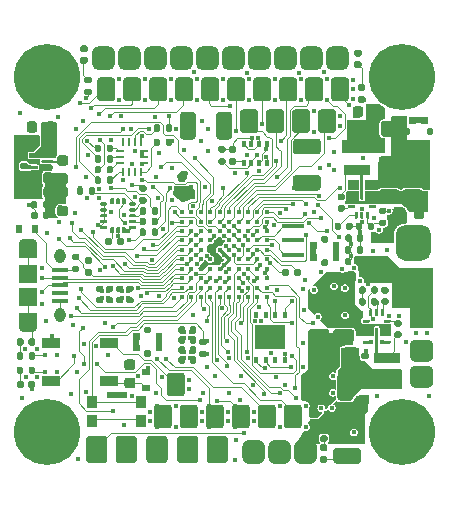
<source format=gtl>
%TF.GenerationSoftware,KiCad,Pcbnew,7.0.1*%
%TF.CreationDate,2023-04-22T23:07:11+02:00*%
%TF.ProjectId,ultimateFC,756c7469-6d61-4746-9546-432e6b696361,rev?*%
%TF.SameCoordinates,PX5f5e100PY5f5e100*%
%TF.FileFunction,Copper,L1,Top*%
%TF.FilePolarity,Positive*%
%FSLAX46Y46*%
G04 Gerber Fmt 4.6, Leading zero omitted, Abs format (unit mm)*
G04 Created by KiCad (PCBNEW 7.0.1) date 2023-04-22 23:07:11*
%MOMM*%
%LPD*%
G01*
G04 APERTURE LIST*
%TA.AperFunction,SMDPad,CuDef*%
%ADD10R,2.300000X0.850000*%
%TD*%
%TA.AperFunction,SMDPad,CuDef*%
%ADD11R,1.900000X0.400000*%
%TD*%
%TA.AperFunction,SMDPad,CuDef*%
%ADD12R,1.350000X0.400000*%
%TD*%
%TA.AperFunction,ComponentPad*%
%ADD13O,1.550000X0.890000*%
%TD*%
%TA.AperFunction,SMDPad,CuDef*%
%ADD14R,1.550000X1.200000*%
%TD*%
%TA.AperFunction,ComponentPad*%
%ADD15O,0.950000X1.250000*%
%TD*%
%TA.AperFunction,SMDPad,CuDef*%
%ADD16R,1.550000X1.500000*%
%TD*%
%TA.AperFunction,SMDPad,CuDef*%
%ADD17R,0.300000X0.600000*%
%TD*%
%TA.AperFunction,SMDPad,CuDef*%
%ADD18R,2.600000X2.000000*%
%TD*%
%TA.AperFunction,SMDPad,CuDef*%
%ADD19R,0.350000X0.500000*%
%TD*%
%TA.AperFunction,SMDPad,CuDef*%
%ADD20R,0.450000X0.600000*%
%TD*%
%TA.AperFunction,SMDPad,CuDef*%
%ADD21C,0.400000*%
%TD*%
%TA.AperFunction,ComponentPad*%
%ADD22C,1.000000*%
%TD*%
%TA.AperFunction,SMDPad,CuDef*%
%ADD23R,1.500000X0.900000*%
%TD*%
%TA.AperFunction,SMDPad,CuDef*%
%ADD24R,0.250000X0.675000*%
%TD*%
%TA.AperFunction,SMDPad,CuDef*%
%ADD25R,0.675000X0.250000*%
%TD*%
%TA.AperFunction,SMDPad,CuDef*%
%ADD26R,0.700000X0.600000*%
%TD*%
%TA.AperFunction,ComponentPad*%
%ADD27C,5.600000*%
%TD*%
%TA.AperFunction,ComponentPad*%
%ADD28O,1.600000X3.000000*%
%TD*%
%TA.AperFunction,SMDPad,CuDef*%
%ADD29R,0.600000X0.700000*%
%TD*%
%TA.AperFunction,SMDPad,CuDef*%
%ADD30R,0.900000X1.000000*%
%TD*%
%TA.AperFunction,SMDPad,CuDef*%
%ADD31R,1.700000X0.550000*%
%TD*%
%TA.AperFunction,ComponentPad*%
%ADD32O,3.000000X1.600000*%
%TD*%
%TA.AperFunction,ViaPad*%
%ADD33C,0.400000*%
%TD*%
%TA.AperFunction,Conductor*%
%ADD34C,0.125000*%
%TD*%
%TA.AperFunction,Conductor*%
%ADD35C,0.250000*%
%TD*%
G04 APERTURE END LIST*
%TA.AperFunction,SMDPad,CuDef*%
G36*
G01*
X725000Y-5243750D02*
X725000Y-5756250D01*
G75*
G02*
X506250Y-5975000I-218750J0D01*
G01*
X68750Y-5975000D01*
G75*
G02*
X-150000Y-5756250I0J218750D01*
G01*
X-150000Y-5243750D01*
G75*
G02*
X68750Y-5025000I218750J0D01*
G01*
X506250Y-5025000D01*
G75*
G02*
X725000Y-5243750I0J-218750D01*
G01*
G37*
%TD.AperFunction*%
%TA.AperFunction,SMDPad,CuDef*%
G36*
G01*
X-850000Y-5243750D02*
X-850000Y-5756250D01*
G75*
G02*
X-1068750Y-5975000I-218750J0D01*
G01*
X-1506250Y-5975000D01*
G75*
G02*
X-1725000Y-5756250I0J218750D01*
G01*
X-1725000Y-5243750D01*
G75*
G02*
X-1506250Y-5025000I218750J0D01*
G01*
X-1068750Y-5025000D01*
G75*
G02*
X-850000Y-5243750I0J-218750D01*
G01*
G37*
%TD.AperFunction*%
%TA.AperFunction,SMDPad,CuDef*%
G36*
G01*
X550000Y-9443750D02*
X550000Y-9956250D01*
G75*
G02*
X331250Y-10175000I-218750J0D01*
G01*
X-106250Y-10175000D01*
G75*
G02*
X-325000Y-9956250I0J218750D01*
G01*
X-325000Y-9443750D01*
G75*
G02*
X-106250Y-9225000I218750J0D01*
G01*
X331250Y-9225000D01*
G75*
G02*
X550000Y-9443750I0J-218750D01*
G01*
G37*
%TD.AperFunction*%
%TA.AperFunction,SMDPad,CuDef*%
G36*
G01*
X-1025000Y-9443750D02*
X-1025000Y-9956250D01*
G75*
G02*
X-1243750Y-10175000I-218750J0D01*
G01*
X-1681250Y-10175000D01*
G75*
G02*
X-1900000Y-9956250I0J218750D01*
G01*
X-1900000Y-9443750D01*
G75*
G02*
X-1681250Y-9225000I218750J0D01*
G01*
X-1243750Y-9225000D01*
G75*
G02*
X-1025000Y-9443750I0J-218750D01*
G01*
G37*
%TD.AperFunction*%
%TA.AperFunction,SMDPad,CuDef*%
G36*
G01*
X525000Y-8243750D02*
X525000Y-8756250D01*
G75*
G02*
X306250Y-8975000I-218750J0D01*
G01*
X-131250Y-8975000D01*
G75*
G02*
X-350000Y-8756250I0J218750D01*
G01*
X-350000Y-8243750D01*
G75*
G02*
X-131250Y-8025000I218750J0D01*
G01*
X306250Y-8025000D01*
G75*
G02*
X525000Y-8243750I0J-218750D01*
G01*
G37*
%TD.AperFunction*%
%TA.AperFunction,SMDPad,CuDef*%
G36*
G01*
X-1050000Y-8243750D02*
X-1050000Y-8756250D01*
G75*
G02*
X-1268750Y-8975000I-218750J0D01*
G01*
X-1706250Y-8975000D01*
G75*
G02*
X-1925000Y-8756250I0J218750D01*
G01*
X-1925000Y-8243750D01*
G75*
G02*
X-1706250Y-8025000I218750J0D01*
G01*
X-1268750Y-8025000D01*
G75*
G02*
X-1050000Y-8243750I0J-218750D01*
G01*
G37*
%TD.AperFunction*%
%TA.AperFunction,SMDPad,CuDef*%
G36*
G01*
X1056250Y-6590000D02*
X1568750Y-6590000D01*
G75*
G02*
X1787500Y-6808750I0J-218750D01*
G01*
X1787500Y-7246250D01*
G75*
G02*
X1568750Y-7465000I-218750J0D01*
G01*
X1056250Y-7465000D01*
G75*
G02*
X837500Y-7246250I0J218750D01*
G01*
X837500Y-6808750D01*
G75*
G02*
X1056250Y-6590000I218750J0D01*
G01*
G37*
%TD.AperFunction*%
%TA.AperFunction,SMDPad,CuDef*%
G36*
G01*
X1056250Y-8165000D02*
X1568750Y-8165000D01*
G75*
G02*
X1787500Y-8383750I0J-218750D01*
G01*
X1787500Y-8821250D01*
G75*
G02*
X1568750Y-9040000I-218750J0D01*
G01*
X1056250Y-9040000D01*
G75*
G02*
X837500Y-8821250I0J218750D01*
G01*
X837500Y-8383750D01*
G75*
G02*
X1056250Y-8165000I218750J0D01*
G01*
G37*
%TD.AperFunction*%
%TA.AperFunction,SMDPad,CuDef*%
G36*
G01*
X29575000Y-10725000D02*
X28325000Y-10725000D01*
G75*
G02*
X28075000Y-10475000I0J250000D01*
G01*
X28075000Y-9725000D01*
G75*
G02*
X28325000Y-9475000I250000J0D01*
G01*
X29575000Y-9475000D01*
G75*
G02*
X29825000Y-9725000I0J-250000D01*
G01*
X29825000Y-10475000D01*
G75*
G02*
X29575000Y-10725000I-250000J0D01*
G01*
G37*
%TD.AperFunction*%
%TA.AperFunction,SMDPad,CuDef*%
G36*
G01*
X29575000Y-7925000D02*
X28325000Y-7925000D01*
G75*
G02*
X28075000Y-7675000I0J250000D01*
G01*
X28075000Y-6925000D01*
G75*
G02*
X28325000Y-6675000I250000J0D01*
G01*
X29575000Y-6675000D01*
G75*
G02*
X29825000Y-6925000I0J-250000D01*
G01*
X29825000Y-7675000D01*
G75*
G02*
X29575000Y-7925000I-250000J0D01*
G01*
G37*
%TD.AperFunction*%
%TA.AperFunction,SMDPad,CuDef*%
G36*
G01*
X31575000Y-10725000D02*
X30325000Y-10725000D01*
G75*
G02*
X30075000Y-10475000I0J250000D01*
G01*
X30075000Y-9725000D01*
G75*
G02*
X30325000Y-9475000I250000J0D01*
G01*
X31575000Y-9475000D01*
G75*
G02*
X31825000Y-9725000I0J-250000D01*
G01*
X31825000Y-10475000D01*
G75*
G02*
X31575000Y-10725000I-250000J0D01*
G01*
G37*
%TD.AperFunction*%
%TA.AperFunction,SMDPad,CuDef*%
G36*
G01*
X31575000Y-7925000D02*
X30325000Y-7925000D01*
G75*
G02*
X30075000Y-7675000I0J250000D01*
G01*
X30075000Y-6925000D01*
G75*
G02*
X30325000Y-6675000I250000J0D01*
G01*
X31575000Y-6675000D01*
G75*
G02*
X31825000Y-6925000I0J-250000D01*
G01*
X31825000Y-7675000D01*
G75*
G02*
X31575000Y-7925000I-250000J0D01*
G01*
G37*
%TD.AperFunction*%
%TA.AperFunction,SMDPad,CuDef*%
G36*
G01*
X24340000Y-12770000D02*
X24340000Y-12430000D01*
G75*
G02*
X24480000Y-12290000I140000J0D01*
G01*
X24760000Y-12290000D01*
G75*
G02*
X24900000Y-12430000I0J-140000D01*
G01*
X24900000Y-12770000D01*
G75*
G02*
X24760000Y-12910000I-140000J0D01*
G01*
X24480000Y-12910000D01*
G75*
G02*
X24340000Y-12770000I0J140000D01*
G01*
G37*
%TD.AperFunction*%
%TA.AperFunction,SMDPad,CuDef*%
G36*
G01*
X25300000Y-12770000D02*
X25300000Y-12430000D01*
G75*
G02*
X25440000Y-12290000I140000J0D01*
G01*
X25720000Y-12290000D01*
G75*
G02*
X25860000Y-12430000I0J-140000D01*
G01*
X25860000Y-12770000D01*
G75*
G02*
X25720000Y-12910000I-140000J0D01*
G01*
X25440000Y-12910000D01*
G75*
G02*
X25300000Y-12770000I0J140000D01*
G01*
G37*
%TD.AperFunction*%
%TA.AperFunction,SMDPad,CuDef*%
G36*
G01*
X24730000Y-9840000D02*
X25070000Y-9840000D01*
G75*
G02*
X25210000Y-9980000I0J-140000D01*
G01*
X25210000Y-10260000D01*
G75*
G02*
X25070000Y-10400000I-140000J0D01*
G01*
X24730000Y-10400000D01*
G75*
G02*
X24590000Y-10260000I0J140000D01*
G01*
X24590000Y-9980000D01*
G75*
G02*
X24730000Y-9840000I140000J0D01*
G01*
G37*
%TD.AperFunction*%
%TA.AperFunction,SMDPad,CuDef*%
G36*
G01*
X24730000Y-10800000D02*
X25070000Y-10800000D01*
G75*
G02*
X25210000Y-10940000I0J-140000D01*
G01*
X25210000Y-11220000D01*
G75*
G02*
X25070000Y-11360000I-140000J0D01*
G01*
X24730000Y-11360000D01*
G75*
G02*
X24590000Y-11220000I0J140000D01*
G01*
X24590000Y-10940000D01*
G75*
G02*
X24730000Y-10800000I140000J0D01*
G01*
G37*
%TD.AperFunction*%
%TA.AperFunction,SMDPad,CuDef*%
G36*
G01*
X27737501Y-6106250D02*
X27737501Y-5593750D01*
G75*
G02*
X27956251Y-5375000I218750J0D01*
G01*
X28393751Y-5375000D01*
G75*
G02*
X28612501Y-5593750I0J-218750D01*
G01*
X28612501Y-6106250D01*
G75*
G02*
X28393751Y-6325000I-218750J0D01*
G01*
X27956251Y-6325000D01*
G75*
G02*
X27737501Y-6106250I0J218750D01*
G01*
G37*
%TD.AperFunction*%
%TA.AperFunction,SMDPad,CuDef*%
G36*
G01*
X29312501Y-6106250D02*
X29312501Y-5593750D01*
G75*
G02*
X29531251Y-5375000I218750J0D01*
G01*
X29968751Y-5375000D01*
G75*
G02*
X30187501Y-5593750I0J-218750D01*
G01*
X30187501Y-6106250D01*
G75*
G02*
X29968751Y-6325000I-218750J0D01*
G01*
X29531251Y-6325000D01*
G75*
G02*
X29312501Y-6106250I0J218750D01*
G01*
G37*
%TD.AperFunction*%
%TA.AperFunction,SMDPad,CuDef*%
G36*
G01*
X25550000Y-4774999D02*
X25550000Y-3924999D01*
G75*
G02*
X25800000Y-3674999I250000J0D01*
G01*
X26700000Y-3674999D01*
G75*
G02*
X26950000Y-3924999I0J-250000D01*
G01*
X26950000Y-4774999D01*
G75*
G02*
X26700000Y-5024999I-250000J0D01*
G01*
X25800000Y-5024999D01*
G75*
G02*
X25550000Y-4774999I0J250000D01*
G01*
G37*
%TD.AperFunction*%
%TA.AperFunction,SMDPad,CuDef*%
G36*
G01*
X28250000Y-4774999D02*
X28250000Y-3924999D01*
G75*
G02*
X28500000Y-3674999I250000J0D01*
G01*
X29400000Y-3674999D01*
G75*
G02*
X29650000Y-3924999I0J-250000D01*
G01*
X29650000Y-4774999D01*
G75*
G02*
X29400000Y-5024999I-250000J0D01*
G01*
X28500000Y-5024999D01*
G75*
G02*
X28250000Y-4774999I0J250000D01*
G01*
G37*
%TD.AperFunction*%
%TA.AperFunction,SMDPad,CuDef*%
G36*
G01*
X29475000Y-11756250D02*
X29475000Y-11243750D01*
G75*
G02*
X29693750Y-11025000I218750J0D01*
G01*
X30131250Y-11025000D01*
G75*
G02*
X30350000Y-11243750I0J-218750D01*
G01*
X30350000Y-11756250D01*
G75*
G02*
X30131250Y-11975000I-218750J0D01*
G01*
X29693750Y-11975000D01*
G75*
G02*
X29475000Y-11756250I0J218750D01*
G01*
G37*
%TD.AperFunction*%
%TA.AperFunction,SMDPad,CuDef*%
G36*
G01*
X31050000Y-11756250D02*
X31050000Y-11243750D01*
G75*
G02*
X31268750Y-11025000I218750J0D01*
G01*
X31706250Y-11025000D01*
G75*
G02*
X31925000Y-11243750I0J-218750D01*
G01*
X31925000Y-11756250D01*
G75*
G02*
X31706250Y-11975000I-218750J0D01*
G01*
X31268750Y-11975000D01*
G75*
G02*
X31050000Y-11756250I0J218750D01*
G01*
G37*
%TD.AperFunction*%
%TA.AperFunction,SMDPad,CuDef*%
G36*
G01*
X25855000Y-3176250D02*
X25855000Y-2663750D01*
G75*
G02*
X26073750Y-2445000I218750J0D01*
G01*
X26511250Y-2445000D01*
G75*
G02*
X26730000Y-2663750I0J-218750D01*
G01*
X26730000Y-3176250D01*
G75*
G02*
X26511250Y-3395000I-218750J0D01*
G01*
X26073750Y-3395000D01*
G75*
G02*
X25855000Y-3176250I0J218750D01*
G01*
G37*
%TD.AperFunction*%
%TA.AperFunction,SMDPad,CuDef*%
G36*
G01*
X27430000Y-3176250D02*
X27430000Y-2663750D01*
G75*
G02*
X27648750Y-2445000I218750J0D01*
G01*
X28086250Y-2445000D01*
G75*
G02*
X28305000Y-2663750I0J-218750D01*
G01*
X28305000Y-3176250D01*
G75*
G02*
X28086250Y-3395000I-218750J0D01*
G01*
X27648750Y-3395000D01*
G75*
G02*
X27430000Y-3176250I0J218750D01*
G01*
G37*
%TD.AperFunction*%
D10*
X26199998Y-7825000D03*
X26199998Y-5875000D03*
%TA.AperFunction,SMDPad,CuDef*%
G36*
G01*
X25987499Y-9249999D02*
X25512499Y-9249999D01*
G75*
G02*
X25449999Y-9187499I0J62500D01*
G01*
X25449999Y-9062499D01*
G75*
G02*
X25512499Y-8999999I62500J0D01*
G01*
X25987499Y-8999999D01*
G75*
G02*
X26049999Y-9062499I0J-62500D01*
G01*
X26049999Y-9187499D01*
G75*
G02*
X25987499Y-9249999I-62500J0D01*
G01*
G37*
%TD.AperFunction*%
%TA.AperFunction,SMDPad,CuDef*%
G36*
G01*
X25987499Y-9899999D02*
X25512499Y-9899999D01*
G75*
G02*
X25449999Y-9837499I0J62500D01*
G01*
X25449999Y-9712499D01*
G75*
G02*
X25512499Y-9649999I62500J0D01*
G01*
X25987499Y-9649999D01*
G75*
G02*
X26049999Y-9712499I0J-62500D01*
G01*
X26049999Y-9837499D01*
G75*
G02*
X25987499Y-9899999I-62500J0D01*
G01*
G37*
%TD.AperFunction*%
%TA.AperFunction,SMDPad,CuDef*%
G36*
G01*
X25987499Y-10549999D02*
X25512499Y-10549999D01*
G75*
G02*
X25449999Y-10487499I0J62500D01*
G01*
X25449999Y-10362499D01*
G75*
G02*
X25512499Y-10299999I62500J0D01*
G01*
X25987499Y-10299999D01*
G75*
G02*
X26049999Y-10362499I0J-62500D01*
G01*
X26049999Y-10487499D01*
G75*
G02*
X25987499Y-10549999I-62500J0D01*
G01*
G37*
%TD.AperFunction*%
%TA.AperFunction,SMDPad,CuDef*%
G36*
G01*
X25987499Y-11049999D02*
X25512499Y-11049999D01*
G75*
G02*
X25449999Y-10987499I0J62500D01*
G01*
X25449999Y-10862499D01*
G75*
G02*
X25512499Y-10799999I62500J0D01*
G01*
X25987499Y-10799999D01*
G75*
G02*
X26049999Y-10862499I0J-62500D01*
G01*
X26049999Y-10987499D01*
G75*
G02*
X25987499Y-11049999I-62500J0D01*
G01*
G37*
%TD.AperFunction*%
%TA.AperFunction,SMDPad,CuDef*%
G36*
G01*
X26274999Y-11412499D02*
X26274999Y-11887499D01*
G75*
G02*
X26212499Y-11949999I-62500J0D01*
G01*
X26087499Y-11949999D01*
G75*
G02*
X26024999Y-11887499I0J62500D01*
G01*
X26024999Y-11412499D01*
G75*
G02*
X26087499Y-11349999I62500J0D01*
G01*
X26212499Y-11349999D01*
G75*
G02*
X26274999Y-11412499I0J-62500D01*
G01*
G37*
%TD.AperFunction*%
%TA.AperFunction,SMDPad,CuDef*%
G36*
G01*
X26774999Y-11412499D02*
X26774999Y-11887499D01*
G75*
G02*
X26712499Y-11949999I-62500J0D01*
G01*
X26587499Y-11949999D01*
G75*
G02*
X26524999Y-11887499I0J62500D01*
G01*
X26524999Y-11412499D01*
G75*
G02*
X26587499Y-11349999I62500J0D01*
G01*
X26712499Y-11349999D01*
G75*
G02*
X26774999Y-11412499I0J-62500D01*
G01*
G37*
%TD.AperFunction*%
%TA.AperFunction,SMDPad,CuDef*%
G36*
G01*
X27274999Y-11412499D02*
X27274999Y-11887499D01*
G75*
G02*
X27212499Y-11949999I-62500J0D01*
G01*
X27087499Y-11949999D01*
G75*
G02*
X27024999Y-11887499I0J62500D01*
G01*
X27024999Y-11412499D01*
G75*
G02*
X27087499Y-11349999I62500J0D01*
G01*
X27212499Y-11349999D01*
G75*
G02*
X27274999Y-11412499I0J-62500D01*
G01*
G37*
%TD.AperFunction*%
%TA.AperFunction,SMDPad,CuDef*%
G36*
G01*
X27787499Y-11049999D02*
X27312499Y-11049999D01*
G75*
G02*
X27249999Y-10987499I0J62500D01*
G01*
X27249999Y-10862499D01*
G75*
G02*
X27312499Y-10799999I62500J0D01*
G01*
X27787499Y-10799999D01*
G75*
G02*
X27849999Y-10862499I0J-62500D01*
G01*
X27849999Y-10987499D01*
G75*
G02*
X27787499Y-11049999I-62500J0D01*
G01*
G37*
%TD.AperFunction*%
%TA.AperFunction,SMDPad,CuDef*%
G36*
G01*
X27787499Y-10549999D02*
X27312499Y-10549999D01*
G75*
G02*
X27249999Y-10487499I0J62500D01*
G01*
X27249999Y-10362499D01*
G75*
G02*
X27312499Y-10299999I62500J0D01*
G01*
X27787499Y-10299999D01*
G75*
G02*
X27849999Y-10362499I0J-62500D01*
G01*
X27849999Y-10487499D01*
G75*
G02*
X27787499Y-10549999I-62500J0D01*
G01*
G37*
%TD.AperFunction*%
%TA.AperFunction,SMDPad,CuDef*%
G36*
G01*
X27787499Y-9899999D02*
X27312499Y-9899999D01*
G75*
G02*
X27249999Y-9837499I0J62500D01*
G01*
X27249999Y-9712499D01*
G75*
G02*
X27312499Y-9649999I62500J0D01*
G01*
X27787499Y-9649999D01*
G75*
G02*
X27849999Y-9712499I0J-62500D01*
G01*
X27849999Y-9837499D01*
G75*
G02*
X27787499Y-9899999I-62500J0D01*
G01*
G37*
%TD.AperFunction*%
%TA.AperFunction,SMDPad,CuDef*%
G36*
G01*
X27787499Y-9249999D02*
X27312499Y-9249999D01*
G75*
G02*
X27249999Y-9187499I0J62500D01*
G01*
X27249999Y-9062499D01*
G75*
G02*
X27312499Y-8999999I62500J0D01*
G01*
X27787499Y-8999999D01*
G75*
G02*
X27849999Y-9062499I0J-62500D01*
G01*
X27849999Y-9187499D01*
G75*
G02*
X27787499Y-9249999I-62500J0D01*
G01*
G37*
%TD.AperFunction*%
%TA.AperFunction,SMDPad,CuDef*%
G36*
G01*
X26524999Y-10311999D02*
X26524999Y-8611999D01*
G75*
G02*
X26587499Y-8549499I62500J0D01*
G01*
X26712499Y-8549499D01*
G75*
G02*
X26774999Y-8611999I0J-62500D01*
G01*
X26774999Y-10311999D01*
G75*
G02*
X26712499Y-10374499I-62500J0D01*
G01*
X26587499Y-10374499D01*
G75*
G02*
X26524999Y-10311999I0J62500D01*
G01*
G37*
%TD.AperFunction*%
%TA.AperFunction,SMDPad,CuDef*%
G36*
G01*
X-1725000Y-4456250D02*
X-1725000Y-3943750D01*
G75*
G02*
X-1506250Y-3725000I218750J0D01*
G01*
X-1068750Y-3725000D01*
G75*
G02*
X-850000Y-3943750I0J-218750D01*
G01*
X-850000Y-4456250D01*
G75*
G02*
X-1068750Y-4675000I-218750J0D01*
G01*
X-1506250Y-4675000D01*
G75*
G02*
X-1725000Y-4456250I0J218750D01*
G01*
G37*
%TD.AperFunction*%
%TA.AperFunction,SMDPad,CuDef*%
G36*
G01*
X-150000Y-4456250D02*
X-150000Y-3943750D01*
G75*
G02*
X68750Y-3725000I218750J0D01*
G01*
X506250Y-3725000D01*
G75*
G02*
X725000Y-3943750I0J-218750D01*
G01*
X725000Y-4456250D01*
G75*
G02*
X506250Y-4675000I-218750J0D01*
G01*
X68750Y-4675000D01*
G75*
G02*
X-150000Y-4456250I0J218750D01*
G01*
G37*
%TD.AperFunction*%
%TA.AperFunction,SMDPad,CuDef*%
G36*
G01*
X1556250Y-11725000D02*
X1043750Y-11725000D01*
G75*
G02*
X825000Y-11506250I0J218750D01*
G01*
X825000Y-11068750D01*
G75*
G02*
X1043750Y-10850000I218750J0D01*
G01*
X1556250Y-10850000D01*
G75*
G02*
X1775000Y-11068750I0J-218750D01*
G01*
X1775000Y-11506250D01*
G75*
G02*
X1556250Y-11725000I-218750J0D01*
G01*
G37*
%TD.AperFunction*%
%TA.AperFunction,SMDPad,CuDef*%
G36*
G01*
X1556250Y-10150000D02*
X1043750Y-10150000D01*
G75*
G02*
X825000Y-9931250I0J218750D01*
G01*
X825000Y-9493750D01*
G75*
G02*
X1043750Y-9275000I218750J0D01*
G01*
X1556250Y-9275000D01*
G75*
G02*
X1775000Y-9493750I0J-218750D01*
G01*
X1775000Y-9931250D01*
G75*
G02*
X1556250Y-10150000I-218750J0D01*
G01*
G37*
%TD.AperFunction*%
D11*
X20800000Y-15000000D03*
X20800000Y-13800000D03*
X20800000Y-12600000D03*
D12*
X1100000Y-16300000D03*
X1100000Y-16950000D03*
X1100000Y-17600000D03*
X1100000Y-18250000D03*
X1100000Y-18900000D03*
D13*
X-1600000Y-14100000D03*
D14*
X-1600000Y-14700000D03*
D15*
X1100000Y-15100000D03*
D16*
X-1600000Y-16600000D03*
X-1600000Y-18600000D03*
D15*
X1100000Y-20100000D03*
D14*
X-1600000Y-20500000D03*
D13*
X-1600000Y-21100000D03*
%TA.AperFunction,SMDPad,CuDef*%
G36*
G01*
X7500000Y-12625000D02*
X7500000Y-12775000D01*
G75*
G02*
X7425000Y-12850000I-75000J0D01*
G01*
X7025000Y-12850000D01*
G75*
G02*
X6950000Y-12775000I0J75000D01*
G01*
X6950000Y-12625000D01*
G75*
G02*
X7025000Y-12550000I75000J0D01*
G01*
X7425000Y-12550000D01*
G75*
G02*
X7500000Y-12625000I0J-75000D01*
G01*
G37*
%TD.AperFunction*%
%TA.AperFunction,SMDPad,CuDef*%
G36*
G01*
X7500000Y-12125000D02*
X7500000Y-12275000D01*
G75*
G02*
X7425000Y-12350000I-75000J0D01*
G01*
X7025000Y-12350000D01*
G75*
G02*
X6950000Y-12275000I0J75000D01*
G01*
X6950000Y-12125000D01*
G75*
G02*
X7025000Y-12050000I75000J0D01*
G01*
X7425000Y-12050000D01*
G75*
G02*
X7500000Y-12125000I0J-75000D01*
G01*
G37*
%TD.AperFunction*%
%TA.AperFunction,SMDPad,CuDef*%
G36*
G01*
X7500000Y-11625000D02*
X7500000Y-11775000D01*
G75*
G02*
X7425000Y-11850000I-75000J0D01*
G01*
X7025000Y-11850000D01*
G75*
G02*
X6950000Y-11775000I0J75000D01*
G01*
X6950000Y-11625000D01*
G75*
G02*
X7025000Y-11550000I75000J0D01*
G01*
X7425000Y-11550000D01*
G75*
G02*
X7500000Y-11625000I0J-75000D01*
G01*
G37*
%TD.AperFunction*%
%TA.AperFunction,SMDPad,CuDef*%
G36*
G01*
X7500000Y-11125000D02*
X7500000Y-11275000D01*
G75*
G02*
X7425000Y-11350000I-75000J0D01*
G01*
X7025000Y-11350000D01*
G75*
G02*
X6950000Y-11275000I0J75000D01*
G01*
X6950000Y-11125000D01*
G75*
G02*
X7025000Y-11050000I75000J0D01*
G01*
X7425000Y-11050000D01*
G75*
G02*
X7500000Y-11125000I0J-75000D01*
G01*
G37*
%TD.AperFunction*%
%TA.AperFunction,SMDPad,CuDef*%
G36*
G01*
X7500000Y-10625000D02*
X7500000Y-10775000D01*
G75*
G02*
X7425000Y-10850000I-75000J0D01*
G01*
X7025000Y-10850000D01*
G75*
G02*
X6950000Y-10775000I0J75000D01*
G01*
X6950000Y-10625000D01*
G75*
G02*
X7025000Y-10550000I75000J0D01*
G01*
X7425000Y-10550000D01*
G75*
G02*
X7500000Y-10625000I0J-75000D01*
G01*
G37*
%TD.AperFunction*%
%TA.AperFunction,SMDPad,CuDef*%
G36*
G01*
X6650000Y-10275000D02*
X6650000Y-10675000D01*
G75*
G02*
X6575000Y-10750000I-75000J0D01*
G01*
X6425000Y-10750000D01*
G75*
G02*
X6350000Y-10675000I0J75000D01*
G01*
X6350000Y-10275000D01*
G75*
G02*
X6425000Y-10200000I75000J0D01*
G01*
X6575000Y-10200000D01*
G75*
G02*
X6650000Y-10275000I0J-75000D01*
G01*
G37*
%TD.AperFunction*%
%TA.AperFunction,SMDPad,CuDef*%
G36*
G01*
X6150000Y-10275000D02*
X6150000Y-10675000D01*
G75*
G02*
X6075000Y-10750000I-75000J0D01*
G01*
X5925000Y-10750000D01*
G75*
G02*
X5850000Y-10675000I0J75000D01*
G01*
X5850000Y-10275000D01*
G75*
G02*
X5925000Y-10200000I75000J0D01*
G01*
X6075000Y-10200000D01*
G75*
G02*
X6150000Y-10275000I0J-75000D01*
G01*
G37*
%TD.AperFunction*%
%TA.AperFunction,SMDPad,CuDef*%
G36*
G01*
X5650000Y-10275000D02*
X5650000Y-10675000D01*
G75*
G02*
X5575000Y-10750000I-75000J0D01*
G01*
X5425000Y-10750000D01*
G75*
G02*
X5350000Y-10675000I0J75000D01*
G01*
X5350000Y-10275000D01*
G75*
G02*
X5425000Y-10200000I75000J0D01*
G01*
X5575000Y-10200000D01*
G75*
G02*
X5650000Y-10275000I0J-75000D01*
G01*
G37*
%TD.AperFunction*%
%TA.AperFunction,SMDPad,CuDef*%
G36*
G01*
X5050000Y-10625000D02*
X5050000Y-10775000D01*
G75*
G02*
X4975000Y-10850000I-75000J0D01*
G01*
X4575000Y-10850000D01*
G75*
G02*
X4500000Y-10775000I0J75000D01*
G01*
X4500000Y-10625000D01*
G75*
G02*
X4575000Y-10550000I75000J0D01*
G01*
X4975000Y-10550000D01*
G75*
G02*
X5050000Y-10625000I0J-75000D01*
G01*
G37*
%TD.AperFunction*%
%TA.AperFunction,SMDPad,CuDef*%
G36*
G01*
X5050000Y-11125000D02*
X5050000Y-11275000D01*
G75*
G02*
X4975000Y-11350000I-75000J0D01*
G01*
X4575000Y-11350000D01*
G75*
G02*
X4500000Y-11275000I0J75000D01*
G01*
X4500000Y-11125000D01*
G75*
G02*
X4575000Y-11050000I75000J0D01*
G01*
X4975000Y-11050000D01*
G75*
G02*
X5050000Y-11125000I0J-75000D01*
G01*
G37*
%TD.AperFunction*%
%TA.AperFunction,SMDPad,CuDef*%
G36*
G01*
X5050000Y-11625000D02*
X5050000Y-11775000D01*
G75*
G02*
X4975000Y-11850000I-75000J0D01*
G01*
X4575000Y-11850000D01*
G75*
G02*
X4500000Y-11775000I0J75000D01*
G01*
X4500000Y-11625000D01*
G75*
G02*
X4575000Y-11550000I75000J0D01*
G01*
X4975000Y-11550000D01*
G75*
G02*
X5050000Y-11625000I0J-75000D01*
G01*
G37*
%TD.AperFunction*%
%TA.AperFunction,SMDPad,CuDef*%
G36*
G01*
X5050000Y-12125000D02*
X5050000Y-12275000D01*
G75*
G02*
X4975000Y-12350000I-75000J0D01*
G01*
X4575000Y-12350000D01*
G75*
G02*
X4500000Y-12275000I0J75000D01*
G01*
X4500000Y-12125000D01*
G75*
G02*
X4575000Y-12050000I75000J0D01*
G01*
X4975000Y-12050000D01*
G75*
G02*
X5050000Y-12125000I0J-75000D01*
G01*
G37*
%TD.AperFunction*%
%TA.AperFunction,SMDPad,CuDef*%
G36*
G01*
X5050000Y-12625000D02*
X5050000Y-12775000D01*
G75*
G02*
X4975000Y-12850000I-75000J0D01*
G01*
X4575000Y-12850000D01*
G75*
G02*
X4500000Y-12775000I0J75000D01*
G01*
X4500000Y-12625000D01*
G75*
G02*
X4575000Y-12550000I75000J0D01*
G01*
X4975000Y-12550000D01*
G75*
G02*
X5050000Y-12625000I0J-75000D01*
G01*
G37*
%TD.AperFunction*%
%TA.AperFunction,SMDPad,CuDef*%
G36*
G01*
X5650000Y-12725000D02*
X5650000Y-13125000D01*
G75*
G02*
X5575000Y-13200000I-75000J0D01*
G01*
X5425000Y-13200000D01*
G75*
G02*
X5350000Y-13125000I0J75000D01*
G01*
X5350000Y-12725000D01*
G75*
G02*
X5425000Y-12650000I75000J0D01*
G01*
X5575000Y-12650000D01*
G75*
G02*
X5650000Y-12725000I0J-75000D01*
G01*
G37*
%TD.AperFunction*%
%TA.AperFunction,SMDPad,CuDef*%
G36*
G01*
X6150000Y-12725000D02*
X6150000Y-13125000D01*
G75*
G02*
X6075000Y-13200000I-75000J0D01*
G01*
X5925000Y-13200000D01*
G75*
G02*
X5850000Y-13125000I0J75000D01*
G01*
X5850000Y-12725000D01*
G75*
G02*
X5925000Y-12650000I75000J0D01*
G01*
X6075000Y-12650000D01*
G75*
G02*
X6150000Y-12725000I0J-75000D01*
G01*
G37*
%TD.AperFunction*%
%TA.AperFunction,SMDPad,CuDef*%
G36*
G01*
X6650000Y-12725000D02*
X6650000Y-13125000D01*
G75*
G02*
X6575000Y-13200000I-75000J0D01*
G01*
X6425000Y-13200000D01*
G75*
G02*
X6350000Y-13125000I0J75000D01*
G01*
X6350000Y-12725000D01*
G75*
G02*
X6425000Y-12650000I75000J0D01*
G01*
X6575000Y-12650000D01*
G75*
G02*
X6650000Y-12725000I0J-75000D01*
G01*
G37*
%TD.AperFunction*%
D17*
X17700000Y-23900000D03*
X18500000Y-23900000D03*
X19300000Y-23900000D03*
X20100000Y-23900000D03*
X20100000Y-20100000D03*
X19300000Y-20100000D03*
X18500000Y-20100000D03*
X17700000Y-20100000D03*
D18*
X18900000Y-22000000D03*
%TA.AperFunction,SMDPad,CuDef*%
G36*
G01*
X4920000Y-14072500D02*
X4920000Y-13727500D01*
G75*
G02*
X5067500Y-13580000I147500J0D01*
G01*
X5362500Y-13580000D01*
G75*
G02*
X5510000Y-13727500I0J-147500D01*
G01*
X5510000Y-14072500D01*
G75*
G02*
X5362500Y-14220000I-147500J0D01*
G01*
X5067500Y-14220000D01*
G75*
G02*
X4920000Y-14072500I0J147500D01*
G01*
G37*
%TD.AperFunction*%
%TA.AperFunction,SMDPad,CuDef*%
G36*
G01*
X5890000Y-14072500D02*
X5890000Y-13727500D01*
G75*
G02*
X6037500Y-13580000I147500J0D01*
G01*
X6332500Y-13580000D01*
G75*
G02*
X6480000Y-13727500I0J-147500D01*
G01*
X6480000Y-14072500D01*
G75*
G02*
X6332500Y-14220000I-147500J0D01*
G01*
X6037500Y-14220000D01*
G75*
G02*
X5890000Y-14072500I0J147500D01*
G01*
G37*
%TD.AperFunction*%
D19*
X18575000Y-7200000D03*
X17925000Y-7200000D03*
X17275000Y-7200000D03*
X16625000Y-7200000D03*
X16625000Y-5600000D03*
X17275000Y-5600000D03*
X17925000Y-5600000D03*
X18575000Y-5600000D03*
%TA.AperFunction,SMDPad,CuDef*%
G36*
G01*
X28215000Y-11020000D02*
X28585000Y-11020000D01*
G75*
G02*
X28720000Y-11155000I0J-135000D01*
G01*
X28720000Y-11425000D01*
G75*
G02*
X28585000Y-11560000I-135000J0D01*
G01*
X28215000Y-11560000D01*
G75*
G02*
X28080000Y-11425000I0J135000D01*
G01*
X28080000Y-11155000D01*
G75*
G02*
X28215000Y-11020000I135000J0D01*
G01*
G37*
%TD.AperFunction*%
%TA.AperFunction,SMDPad,CuDef*%
G36*
G01*
X28215000Y-12040000D02*
X28585000Y-12040000D01*
G75*
G02*
X28720000Y-12175000I0J-135000D01*
G01*
X28720000Y-12445000D01*
G75*
G02*
X28585000Y-12580000I-135000J0D01*
G01*
X28215000Y-12580000D01*
G75*
G02*
X28080000Y-12445000I0J135000D01*
G01*
X28080000Y-12175000D01*
G75*
G02*
X28215000Y-12040000I135000J0D01*
G01*
G37*
%TD.AperFunction*%
%TA.AperFunction,SMDPad,CuDef*%
G36*
G01*
X27680000Y-12415000D02*
X27680000Y-12785000D01*
G75*
G02*
X27545000Y-12920000I-135000J0D01*
G01*
X27275000Y-12920000D01*
G75*
G02*
X27140000Y-12785000I0J135000D01*
G01*
X27140000Y-12415000D01*
G75*
G02*
X27275000Y-12280000I135000J0D01*
G01*
X27545000Y-12280000D01*
G75*
G02*
X27680000Y-12415000I0J-135000D01*
G01*
G37*
%TD.AperFunction*%
%TA.AperFunction,SMDPad,CuDef*%
G36*
G01*
X26660000Y-12415000D02*
X26660000Y-12785000D01*
G75*
G02*
X26525000Y-12920000I-135000J0D01*
G01*
X26255000Y-12920000D01*
G75*
G02*
X26120000Y-12785000I0J135000D01*
G01*
X26120000Y-12415000D01*
G75*
G02*
X26255000Y-12280000I135000J0D01*
G01*
X26525000Y-12280000D01*
G75*
G02*
X26660000Y-12415000I0J-135000D01*
G01*
G37*
%TD.AperFunction*%
%TA.AperFunction,SMDPad,CuDef*%
G36*
G01*
X192500Y-10580000D02*
X192500Y-10950000D01*
G75*
G02*
X57500Y-11085000I-135000J0D01*
G01*
X-212500Y-11085000D01*
G75*
G02*
X-347500Y-10950000I0J135000D01*
G01*
X-347500Y-10580000D01*
G75*
G02*
X-212500Y-10445000I135000J0D01*
G01*
X57500Y-10445000D01*
G75*
G02*
X192500Y-10580000I0J-135000D01*
G01*
G37*
%TD.AperFunction*%
%TA.AperFunction,SMDPad,CuDef*%
G36*
G01*
X-827500Y-10580000D02*
X-827500Y-10950000D01*
G75*
G02*
X-962500Y-11085000I-135000J0D01*
G01*
X-1232500Y-11085000D01*
G75*
G02*
X-1367500Y-10950000I0J135000D01*
G01*
X-1367500Y-10580000D01*
G75*
G02*
X-1232500Y-10445000I135000J0D01*
G01*
X-962500Y-10445000D01*
G75*
G02*
X-827500Y-10580000I0J-135000D01*
G01*
G37*
%TD.AperFunction*%
%TA.AperFunction,SMDPad,CuDef*%
G36*
G01*
X-1795000Y-7775000D02*
X-2165000Y-7775000D01*
G75*
G02*
X-2300000Y-7640000I0J135000D01*
G01*
X-2300000Y-7370000D01*
G75*
G02*
X-2165000Y-7235000I135000J0D01*
G01*
X-1795000Y-7235000D01*
G75*
G02*
X-1660000Y-7370000I0J-135000D01*
G01*
X-1660000Y-7640000D01*
G75*
G02*
X-1795000Y-7775000I-135000J0D01*
G01*
G37*
%TD.AperFunction*%
%TA.AperFunction,SMDPad,CuDef*%
G36*
G01*
X-1795000Y-6755000D02*
X-2165000Y-6755000D01*
G75*
G02*
X-2300000Y-6620000I0J135000D01*
G01*
X-2300000Y-6350000D01*
G75*
G02*
X-2165000Y-6215000I135000J0D01*
G01*
X-1795000Y-6215000D01*
G75*
G02*
X-1660000Y-6350000I0J-135000D01*
G01*
X-1660000Y-6620000D01*
G75*
G02*
X-1795000Y-6755000I-135000J0D01*
G01*
G37*
%TD.AperFunction*%
%TA.AperFunction,SMDPad,CuDef*%
G36*
G01*
X14615000Y-5820000D02*
X14985000Y-5820000D01*
G75*
G02*
X15120000Y-5955000I0J-135000D01*
G01*
X15120000Y-6225000D01*
G75*
G02*
X14985000Y-6360000I-135000J0D01*
G01*
X14615000Y-6360000D01*
G75*
G02*
X14480000Y-6225000I0J135000D01*
G01*
X14480000Y-5955000D01*
G75*
G02*
X14615000Y-5820000I135000J0D01*
G01*
G37*
%TD.AperFunction*%
%TA.AperFunction,SMDPad,CuDef*%
G36*
G01*
X14615000Y-6840000D02*
X14985000Y-6840000D01*
G75*
G02*
X15120000Y-6975000I0J-135000D01*
G01*
X15120000Y-7245000D01*
G75*
G02*
X14985000Y-7380000I-135000J0D01*
G01*
X14615000Y-7380000D01*
G75*
G02*
X14480000Y-7245000I0J135000D01*
G01*
X14480000Y-6975000D01*
G75*
G02*
X14615000Y-6840000I135000J0D01*
G01*
G37*
%TD.AperFunction*%
%TA.AperFunction,SMDPad,CuDef*%
G36*
G01*
X15515000Y-5820000D02*
X15885000Y-5820000D01*
G75*
G02*
X16020000Y-5955000I0J-135000D01*
G01*
X16020000Y-6225000D01*
G75*
G02*
X15885000Y-6360000I-135000J0D01*
G01*
X15515000Y-6360000D01*
G75*
G02*
X15380000Y-6225000I0J135000D01*
G01*
X15380000Y-5955000D01*
G75*
G02*
X15515000Y-5820000I135000J0D01*
G01*
G37*
%TD.AperFunction*%
%TA.AperFunction,SMDPad,CuDef*%
G36*
G01*
X15515000Y-6840000D02*
X15885000Y-6840000D01*
G75*
G02*
X16020000Y-6975000I0J-135000D01*
G01*
X16020000Y-7245000D01*
G75*
G02*
X15885000Y-7380000I-135000J0D01*
G01*
X15515000Y-7380000D01*
G75*
G02*
X15380000Y-7245000I0J135000D01*
G01*
X15380000Y-6975000D01*
G75*
G02*
X15515000Y-6840000I135000J0D01*
G01*
G37*
%TD.AperFunction*%
%TA.AperFunction,SMDPad,CuDef*%
G36*
G01*
X172500Y-11495000D02*
X172500Y-11835000D01*
G75*
G02*
X32500Y-11975000I-140000J0D01*
G01*
X-247500Y-11975000D01*
G75*
G02*
X-387500Y-11835000I0J140000D01*
G01*
X-387500Y-11495000D01*
G75*
G02*
X-247500Y-11355000I140000J0D01*
G01*
X32500Y-11355000D01*
G75*
G02*
X172500Y-11495000I0J-140000D01*
G01*
G37*
%TD.AperFunction*%
%TA.AperFunction,SMDPad,CuDef*%
G36*
G01*
X-787500Y-11495000D02*
X-787500Y-11835000D01*
G75*
G02*
X-927500Y-11975000I-140000J0D01*
G01*
X-1207500Y-11975000D01*
G75*
G02*
X-1347500Y-11835000I0J140000D01*
G01*
X-1347500Y-11495000D01*
G75*
G02*
X-1207500Y-11355000I140000J0D01*
G01*
X-927500Y-11355000D01*
G75*
G02*
X-787500Y-11495000I0J-140000D01*
G01*
G37*
%TD.AperFunction*%
%TA.AperFunction,SMDPad,CuDef*%
G36*
G01*
X-1400000Y-6690000D02*
X-1400000Y-6540000D01*
G75*
G02*
X-1350000Y-6490000I50000J0D01*
G01*
X-850000Y-6490000D01*
G75*
G02*
X-800000Y-6540000I0J-50000D01*
G01*
X-800000Y-6690000D01*
G75*
G02*
X-850000Y-6740000I-50000J0D01*
G01*
X-1350000Y-6740000D01*
G75*
G02*
X-1400000Y-6690000I0J50000D01*
G01*
G37*
%TD.AperFunction*%
%TA.AperFunction,SMDPad,CuDef*%
G36*
G01*
X-1400000Y-7190000D02*
X-1400000Y-7040000D01*
G75*
G02*
X-1350000Y-6990000I50000J0D01*
G01*
X-850000Y-6990000D01*
G75*
G02*
X-800000Y-7040000I0J-50000D01*
G01*
X-800000Y-7190000D01*
G75*
G02*
X-850000Y-7240000I-50000J0D01*
G01*
X-1350000Y-7240000D01*
G75*
G02*
X-1400000Y-7190000I0J50000D01*
G01*
G37*
%TD.AperFunction*%
%TA.AperFunction,SMDPad,CuDef*%
G36*
G01*
X-1400000Y-7690000D02*
X-1400000Y-7540000D01*
G75*
G02*
X-1350000Y-7490000I50000J0D01*
G01*
X-850000Y-7490000D01*
G75*
G02*
X-800000Y-7540000I0J-50000D01*
G01*
X-800000Y-7690000D01*
G75*
G02*
X-850000Y-7740000I-50000J0D01*
G01*
X-1350000Y-7740000D01*
G75*
G02*
X-1400000Y-7690000I0J50000D01*
G01*
G37*
%TD.AperFunction*%
%TA.AperFunction,SMDPad,CuDef*%
G36*
G01*
X-500000Y-7675000D02*
X-500000Y-7555000D01*
G75*
G02*
X-460000Y-7515000I40000J0D01*
G01*
X460000Y-7515000D01*
G75*
G02*
X500000Y-7555000I0J-40000D01*
G01*
X500000Y-7675000D01*
G75*
G02*
X460000Y-7715000I-40000J0D01*
G01*
X-460000Y-7715000D01*
G75*
G02*
X-500000Y-7675000I0J40000D01*
G01*
G37*
%TD.AperFunction*%
%TA.AperFunction,SMDPad,CuDef*%
G36*
G01*
X-500000Y-7175000D02*
X-500000Y-7055000D01*
G75*
G02*
X-460000Y-7015000I40000J0D01*
G01*
X460000Y-7015000D01*
G75*
G02*
X500000Y-7055000I0J-40000D01*
G01*
X500000Y-7175000D01*
G75*
G02*
X460000Y-7215000I-40000J0D01*
G01*
X-460000Y-7215000D01*
G75*
G02*
X-500000Y-7175000I0J40000D01*
G01*
G37*
%TD.AperFunction*%
%TA.AperFunction,SMDPad,CuDef*%
G36*
G01*
X-500000Y-6675000D02*
X-500000Y-6555000D01*
G75*
G02*
X-460000Y-6515000I40000J0D01*
G01*
X460000Y-6515000D01*
G75*
G02*
X500000Y-6555000I0J-40000D01*
G01*
X500000Y-6675000D01*
G75*
G02*
X460000Y-6715000I-40000J0D01*
G01*
X-460000Y-6715000D01*
G75*
G02*
X-500000Y-6675000I0J40000D01*
G01*
G37*
%TD.AperFunction*%
D20*
X27730000Y-13540000D03*
X27730000Y-15640000D03*
D21*
X18600000Y-18600000D03*
X17800000Y-18600000D03*
X17000000Y-18600000D03*
X16200000Y-18600000D03*
X15400000Y-18600000D03*
X14600000Y-18600000D03*
X13800000Y-18600000D03*
X13000000Y-18600000D03*
X12200000Y-18600000D03*
X11400000Y-18600000D03*
X18600000Y-17800000D03*
X17800000Y-17800000D03*
X17000000Y-17800000D03*
X16200000Y-17800000D03*
X15400000Y-17800000D03*
X14600000Y-17800000D03*
X13800000Y-17800000D03*
X13000000Y-17800000D03*
X12200000Y-17800000D03*
X11400000Y-17800000D03*
X18600000Y-17000000D03*
X17800000Y-17000000D03*
X17000000Y-17000000D03*
X16200000Y-17000000D03*
X15400000Y-17000000D03*
X14600000Y-17000000D03*
X13800000Y-17000000D03*
X13000000Y-17000000D03*
X12200000Y-17000000D03*
X11400000Y-17000000D03*
X18600000Y-16200000D03*
X17800000Y-16200000D03*
X17000000Y-16200000D03*
X16200000Y-16200000D03*
X15400000Y-16200000D03*
X14600000Y-16200000D03*
X13800000Y-16200000D03*
X13000000Y-16200000D03*
X12200000Y-16200000D03*
X11400000Y-16200000D03*
X18600000Y-15400000D03*
X17800000Y-15400000D03*
X17000000Y-15400000D03*
X16200000Y-15400000D03*
X15400000Y-15400000D03*
X14600000Y-15400000D03*
X13800000Y-15400000D03*
X13000000Y-15400000D03*
X12200000Y-15400000D03*
X11400000Y-15400000D03*
X18600000Y-14600000D03*
X17800000Y-14600000D03*
X17000000Y-14600000D03*
X16200000Y-14600000D03*
X15400000Y-14600000D03*
X14600000Y-14600000D03*
X13800000Y-14600000D03*
X13000000Y-14600000D03*
X12200000Y-14600000D03*
X11400000Y-14600000D03*
X18600000Y-13800000D03*
X17800000Y-13800000D03*
X17000000Y-13800000D03*
X16200000Y-13800000D03*
X15400000Y-13800000D03*
X14600000Y-13800000D03*
X13800000Y-13800000D03*
X13000000Y-13800000D03*
X12200000Y-13800000D03*
X11400000Y-13800000D03*
X18600000Y-13000000D03*
X17800000Y-13000000D03*
X17000000Y-13000000D03*
X16200000Y-13000000D03*
X15400000Y-13000000D03*
X14600000Y-13000000D03*
X13800000Y-13000000D03*
X13000000Y-13000000D03*
X12200000Y-13000000D03*
X11400000Y-13000000D03*
X18600000Y-12200000D03*
X17800000Y-12200000D03*
X17000000Y-12200000D03*
X16200000Y-12200000D03*
X15400000Y-12200000D03*
X14600000Y-12200000D03*
X13800000Y-12200000D03*
X13000000Y-12200000D03*
X12200000Y-12200000D03*
X11400000Y-12200000D03*
X18600000Y-11400000D03*
X17800000Y-11400000D03*
X17000000Y-11400000D03*
X16200000Y-11400000D03*
X15400000Y-11400000D03*
X14600000Y-11400000D03*
X13800000Y-11400000D03*
X13000000Y-11400000D03*
X12200000Y-11400000D03*
X11400000Y-11400000D03*
%TA.AperFunction,ComponentPad*%
G36*
G01*
X3300000Y-32380000D02*
X3300000Y-30620000D01*
G75*
G02*
X3570000Y-30350000I270000J0D01*
G01*
X4830000Y-30350000D01*
G75*
G02*
X5100000Y-30620000I0J-270000D01*
G01*
X5100000Y-32380000D01*
G75*
G02*
X4830000Y-32650000I-270000J0D01*
G01*
X3570000Y-32650000D01*
G75*
G02*
X3300000Y-32380000I0J270000D01*
G01*
G37*
%TD.AperFunction*%
%TA.AperFunction,SMDPad,CuDef*%
G36*
G01*
X20750000Y-4475000D02*
X20750000Y-2925000D01*
G75*
G02*
X20975000Y-2700000I225000J0D01*
G01*
X22025000Y-2700000D01*
G75*
G02*
X22250000Y-2925000I0J-225000D01*
G01*
X22250000Y-4475000D01*
G75*
G02*
X22025000Y-4700000I-225000J0D01*
G01*
X20975000Y-4700000D01*
G75*
G02*
X20750000Y-4475000I0J225000D01*
G01*
G37*
%TD.AperFunction*%
%TA.AperFunction,SMDPad,CuDef*%
G36*
G01*
X20050000Y-29475000D02*
X20050000Y-27925000D01*
G75*
G02*
X20275000Y-27700000I225000J0D01*
G01*
X21325000Y-27700000D01*
G75*
G02*
X21550000Y-27925000I0J-225000D01*
G01*
X21550000Y-29475000D01*
G75*
G02*
X21325000Y-29700000I-225000J0D01*
G01*
X20275000Y-29700000D01*
G75*
G02*
X20050000Y-29475000I0J225000D01*
G01*
G37*
%TD.AperFunction*%
%TA.AperFunction,SMDPad,CuDef*%
G36*
G01*
X32542500Y-4880000D02*
X32267500Y-4880000D01*
G75*
G02*
X32130000Y-4742500I0J137500D01*
G01*
X32130000Y-4417500D01*
G75*
G02*
X32267500Y-4280000I137500J0D01*
G01*
X32542500Y-4280000D01*
G75*
G02*
X32680000Y-4417500I0J-137500D01*
G01*
X32680000Y-4742500D01*
G75*
G02*
X32542500Y-4880000I-137500J0D01*
G01*
G37*
%TD.AperFunction*%
%TA.AperFunction,SMDPad,CuDef*%
G36*
X31155000Y-5255000D02*
G01*
X31230000Y-5330000D01*
X31630000Y-5330000D01*
X31705000Y-5255000D01*
X32230000Y-5255000D01*
X32230000Y-5830000D01*
X30630000Y-5830000D01*
X30630000Y-5255000D01*
X31155000Y-5255000D01*
G37*
%TD.AperFunction*%
%TA.AperFunction,SMDPad,CuDef*%
G36*
G01*
X30567500Y-4880000D02*
X30292500Y-4880000D01*
G75*
G02*
X30155000Y-4742500I0J137500D01*
G01*
X30155000Y-4417500D01*
G75*
G02*
X30292500Y-4280000I137500J0D01*
G01*
X30567500Y-4280000D01*
G75*
G02*
X30705000Y-4417500I0J-137500D01*
G01*
X30705000Y-4742500D01*
G75*
G02*
X30567500Y-4880000I-137500J0D01*
G01*
G37*
%TD.AperFunction*%
%TA.AperFunction,SMDPad,CuDef*%
G36*
X32230000Y-3330000D02*
G01*
X32230000Y-3905000D01*
X31705000Y-3905000D01*
X31630000Y-3830000D01*
X31230000Y-3830000D01*
X31155000Y-3905000D01*
X30630000Y-3905000D01*
X30630000Y-3330000D01*
X32230000Y-3330000D01*
G37*
%TD.AperFunction*%
%TA.AperFunction,SMDPad,CuDef*%
G36*
G01*
X-1020000Y-24615000D02*
X-1020000Y-24985000D01*
G75*
G02*
X-1155000Y-25120000I-135000J0D01*
G01*
X-1425000Y-25120000D01*
G75*
G02*
X-1560000Y-24985000I0J135000D01*
G01*
X-1560000Y-24615000D01*
G75*
G02*
X-1425000Y-24480000I135000J0D01*
G01*
X-1155000Y-24480000D01*
G75*
G02*
X-1020000Y-24615000I0J-135000D01*
G01*
G37*
%TD.AperFunction*%
%TA.AperFunction,SMDPad,CuDef*%
G36*
G01*
X-2040000Y-24615000D02*
X-2040000Y-24985000D01*
G75*
G02*
X-2175000Y-25120000I-135000J0D01*
G01*
X-2445000Y-25120000D01*
G75*
G02*
X-2580000Y-24985000I0J135000D01*
G01*
X-2580000Y-24615000D01*
G75*
G02*
X-2445000Y-24480000I135000J0D01*
G01*
X-2175000Y-24480000D01*
G75*
G02*
X-2040000Y-24615000I0J-135000D01*
G01*
G37*
%TD.AperFunction*%
%TA.AperFunction,ComponentPad*%
G36*
G01*
X21420000Y1105000D02*
X21420000Y2155000D01*
G75*
G02*
X21895000Y2630000I475000J0D01*
G01*
X22845000Y2630000D01*
G75*
G02*
X23320000Y2155000I0J-475000D01*
G01*
X23320000Y1105000D01*
G75*
G02*
X22845000Y630000I-475000J0D01*
G01*
X21895000Y630000D01*
G75*
G02*
X21420000Y1105000I0J475000D01*
G01*
G37*
%TD.AperFunction*%
D22*
X21970000Y1180000D03*
%TA.AperFunction,SMDPad,CuDef*%
G36*
G01*
X19350000Y-27925000D02*
X19350000Y-29475000D01*
G75*
G02*
X19125000Y-29700000I-225000J0D01*
G01*
X18075000Y-29700000D01*
G75*
G02*
X17850000Y-29475000I0J225000D01*
G01*
X17850000Y-27925000D01*
G75*
G02*
X18075000Y-27700000I225000J0D01*
G01*
X19125000Y-27700000D01*
G75*
G02*
X19350000Y-27925000I0J-225000D01*
G01*
G37*
%TD.AperFunction*%
%TA.AperFunction,SMDPad,CuDef*%
G36*
G01*
X19650000Y-1775000D02*
X19650000Y-225000D01*
G75*
G02*
X19875000Y0I225000J0D01*
G01*
X20925000Y0D01*
G75*
G02*
X21150000Y-225000I0J-225000D01*
G01*
X21150000Y-1775000D01*
G75*
G02*
X20925000Y-2000000I-225000J0D01*
G01*
X19875000Y-2000000D01*
G75*
G02*
X19650000Y-1775000I0J225000D01*
G01*
G37*
%TD.AperFunction*%
%TA.AperFunction,SMDPad,CuDef*%
G36*
G01*
X9380000Y-12015000D02*
X9380000Y-12385000D01*
G75*
G02*
X9245000Y-12520000I-135000J0D01*
G01*
X8975000Y-12520000D01*
G75*
G02*
X8840000Y-12385000I0J135000D01*
G01*
X8840000Y-12015000D01*
G75*
G02*
X8975000Y-11880000I135000J0D01*
G01*
X9245000Y-11880000D01*
G75*
G02*
X9380000Y-12015000I0J-135000D01*
G01*
G37*
%TD.AperFunction*%
%TA.AperFunction,SMDPad,CuDef*%
G36*
G01*
X8360000Y-12015000D02*
X8360000Y-12385000D01*
G75*
G02*
X8225000Y-12520000I-135000J0D01*
G01*
X7955000Y-12520000D01*
G75*
G02*
X7820000Y-12385000I0J135000D01*
G01*
X7820000Y-12015000D01*
G75*
G02*
X7955000Y-11880000I135000J0D01*
G01*
X8225000Y-11880000D01*
G75*
G02*
X8360000Y-12015000I0J-135000D01*
G01*
G37*
%TD.AperFunction*%
D23*
X5250000Y-25740000D03*
X5250000Y-22440000D03*
X350000Y-22440000D03*
X350000Y-25740000D03*
%TA.AperFunction,SMDPad,CuDef*%
G36*
G01*
X22770000Y-29560000D02*
X22430000Y-29560000D01*
G75*
G02*
X22290000Y-29420000I0J140000D01*
G01*
X22290000Y-29140000D01*
G75*
G02*
X22430000Y-29000000I140000J0D01*
G01*
X22770000Y-29000000D01*
G75*
G02*
X22910000Y-29140000I0J-140000D01*
G01*
X22910000Y-29420000D01*
G75*
G02*
X22770000Y-29560000I-140000J0D01*
G01*
G37*
%TD.AperFunction*%
%TA.AperFunction,SMDPad,CuDef*%
G36*
G01*
X22770000Y-28600000D02*
X22430000Y-28600000D01*
G75*
G02*
X22290000Y-28460000I0J140000D01*
G01*
X22290000Y-28180000D01*
G75*
G02*
X22430000Y-28040000I140000J0D01*
G01*
X22770000Y-28040000D01*
G75*
G02*
X22910000Y-28180000I0J-140000D01*
G01*
X22910000Y-28460000D01*
G75*
G02*
X22770000Y-28600000I-140000J0D01*
G01*
G37*
%TD.AperFunction*%
%TA.AperFunction,SMDPad,CuDef*%
G36*
G01*
X26805000Y-2150000D02*
X26435000Y-2150000D01*
G75*
G02*
X26300000Y-2015000I0J135000D01*
G01*
X26300000Y-1745000D01*
G75*
G02*
X26435000Y-1610000I135000J0D01*
G01*
X26805000Y-1610000D01*
G75*
G02*
X26940000Y-1745000I0J-135000D01*
G01*
X26940000Y-2015000D01*
G75*
G02*
X26805000Y-2150000I-135000J0D01*
G01*
G37*
%TD.AperFunction*%
%TA.AperFunction,SMDPad,CuDef*%
G36*
G01*
X26805000Y-1130000D02*
X26435000Y-1130000D01*
G75*
G02*
X26300000Y-995000I0J135000D01*
G01*
X26300000Y-725000D01*
G75*
G02*
X26435000Y-590000I135000J0D01*
G01*
X26805000Y-590000D01*
G75*
G02*
X26940000Y-725000I0J-135000D01*
G01*
X26940000Y-995000D01*
G75*
G02*
X26805000Y-1130000I-135000J0D01*
G01*
G37*
%TD.AperFunction*%
%TA.AperFunction,SMDPad,CuDef*%
G36*
G01*
X2585000Y-16480000D02*
X2215000Y-16480000D01*
G75*
G02*
X2080000Y-16345000I0J135000D01*
G01*
X2080000Y-16075000D01*
G75*
G02*
X2215000Y-15940000I135000J0D01*
G01*
X2585000Y-15940000D01*
G75*
G02*
X2720000Y-16075000I0J-135000D01*
G01*
X2720000Y-16345000D01*
G75*
G02*
X2585000Y-16480000I-135000J0D01*
G01*
G37*
%TD.AperFunction*%
%TA.AperFunction,SMDPad,CuDef*%
G36*
G01*
X2585000Y-15460000D02*
X2215000Y-15460000D01*
G75*
G02*
X2080000Y-15325000I0J135000D01*
G01*
X2080000Y-15055000D01*
G75*
G02*
X2215000Y-14920000I135000J0D01*
G01*
X2585000Y-14920000D01*
G75*
G02*
X2720000Y-15055000I0J-135000D01*
G01*
X2720000Y-15325000D01*
G75*
G02*
X2585000Y-15460000I-135000J0D01*
G01*
G37*
%TD.AperFunction*%
%TA.AperFunction,SMDPad,CuDef*%
G36*
G01*
X6450000Y-1775000D02*
X6450000Y-225000D01*
G75*
G02*
X6675000Y0I225000J0D01*
G01*
X7725000Y0D01*
G75*
G02*
X7950000Y-225000I0J-225000D01*
G01*
X7950000Y-1775000D01*
G75*
G02*
X7725000Y-2000000I-225000J0D01*
G01*
X6675000Y-2000000D01*
G75*
G02*
X6450000Y-1775000I0J225000D01*
G01*
G37*
%TD.AperFunction*%
%TA.AperFunction,SMDPad,CuDef*%
G36*
G01*
X2520000Y-9785000D02*
X2520000Y-9415000D01*
G75*
G02*
X2655000Y-9280000I135000J0D01*
G01*
X2925000Y-9280000D01*
G75*
G02*
X3060000Y-9415000I0J-135000D01*
G01*
X3060000Y-9785000D01*
G75*
G02*
X2925000Y-9920000I-135000J0D01*
G01*
X2655000Y-9920000D01*
G75*
G02*
X2520000Y-9785000I0J135000D01*
G01*
G37*
%TD.AperFunction*%
%TA.AperFunction,SMDPad,CuDef*%
G36*
G01*
X3540000Y-9785000D02*
X3540000Y-9415000D01*
G75*
G02*
X3675000Y-9280000I135000J0D01*
G01*
X3945000Y-9280000D01*
G75*
G02*
X4080000Y-9415000I0J-135000D01*
G01*
X4080000Y-9785000D01*
G75*
G02*
X3945000Y-9920000I-135000J0D01*
G01*
X3675000Y-9920000D01*
G75*
G02*
X3540000Y-9785000I0J135000D01*
G01*
G37*
%TD.AperFunction*%
%TA.AperFunction,SMDPad,CuDef*%
G36*
G01*
X26137500Y2362500D02*
X26482500Y2362500D01*
G75*
G02*
X26630000Y2215000I0J-147500D01*
G01*
X26630000Y1920000D01*
G75*
G02*
X26482500Y1772500I-147500J0D01*
G01*
X26137500Y1772500D01*
G75*
G02*
X25990000Y1920000I0J147500D01*
G01*
X25990000Y2215000D01*
G75*
G02*
X26137500Y2362500I147500J0D01*
G01*
G37*
%TD.AperFunction*%
%TA.AperFunction,SMDPad,CuDef*%
G36*
G01*
X26137500Y1392500D02*
X26482500Y1392500D01*
G75*
G02*
X26630000Y1245000I0J-147500D01*
G01*
X26630000Y950000D01*
G75*
G02*
X26482500Y802500I-147500J0D01*
G01*
X26137500Y802500D01*
G75*
G02*
X25990000Y950000I0J147500D01*
G01*
X25990000Y1245000D01*
G75*
G02*
X26137500Y1392500I147500J0D01*
G01*
G37*
%TD.AperFunction*%
%TA.AperFunction,SMDPad,CuDef*%
G36*
G01*
X4020000Y-7085000D02*
X4020000Y-6715000D01*
G75*
G02*
X4155000Y-6580000I135000J0D01*
G01*
X4425000Y-6580000D01*
G75*
G02*
X4560000Y-6715000I0J-135000D01*
G01*
X4560000Y-7085000D01*
G75*
G02*
X4425000Y-7220000I-135000J0D01*
G01*
X4155000Y-7220000D01*
G75*
G02*
X4020000Y-7085000I0J135000D01*
G01*
G37*
%TD.AperFunction*%
%TA.AperFunction,SMDPad,CuDef*%
G36*
G01*
X5040000Y-7085000D02*
X5040000Y-6715000D01*
G75*
G02*
X5175000Y-6580000I135000J0D01*
G01*
X5445000Y-6580000D01*
G75*
G02*
X5580000Y-6715000I0J-135000D01*
G01*
X5580000Y-7085000D01*
G75*
G02*
X5445000Y-7220000I-135000J0D01*
G01*
X5175000Y-7220000D01*
G75*
G02*
X5040000Y-7085000I0J135000D01*
G01*
G37*
%TD.AperFunction*%
%TA.AperFunction,SMDPad,CuDef*%
G36*
G01*
X26250000Y-23050000D02*
X26250000Y-24350000D01*
G75*
G02*
X26000000Y-24600000I-250000J0D01*
G01*
X25350000Y-24600000D01*
G75*
G02*
X25100000Y-24350000I0J250000D01*
G01*
X25100000Y-23050000D01*
G75*
G02*
X25350000Y-22800000I250000J0D01*
G01*
X26000000Y-22800000D01*
G75*
G02*
X26250000Y-23050000I0J-250000D01*
G01*
G37*
%TD.AperFunction*%
%TA.AperFunction,SMDPad,CuDef*%
G36*
G01*
X23300000Y-23050000D02*
X23300000Y-24350000D01*
G75*
G02*
X23050000Y-24600000I-250000J0D01*
G01*
X22400000Y-24600000D01*
G75*
G02*
X22150000Y-24350000I0J250000D01*
G01*
X22150000Y-23050000D01*
G75*
G02*
X22400000Y-22800000I250000J0D01*
G01*
X23050000Y-22800000D01*
G75*
G02*
X23300000Y-23050000I0J-250000D01*
G01*
G37*
%TD.AperFunction*%
%TA.AperFunction,ComponentPad*%
G36*
G01*
X32225000Y-24090000D02*
X31175000Y-24090000D01*
G75*
G02*
X30700000Y-23615000I0J475000D01*
G01*
X30700000Y-22665000D01*
G75*
G02*
X31175000Y-22190000I475000J0D01*
G01*
X32225000Y-22190000D01*
G75*
G02*
X32700000Y-22665000I0J-475000D01*
G01*
X32700000Y-23615000D01*
G75*
G02*
X32225000Y-24090000I-475000J0D01*
G01*
G37*
%TD.AperFunction*%
D22*
X32150000Y-23540000D03*
%TA.AperFunction,ComponentPad*%
G36*
G01*
X3820000Y1105000D02*
X3820000Y2155000D01*
G75*
G02*
X4295000Y2630000I475000J0D01*
G01*
X5245000Y2630000D01*
G75*
G02*
X5720000Y2155000I0J-475000D01*
G01*
X5720000Y1105000D01*
G75*
G02*
X5245000Y630000I-475000J0D01*
G01*
X4295000Y630000D01*
G75*
G02*
X3820000Y1105000I0J475000D01*
G01*
G37*
%TD.AperFunction*%
X4370000Y1180000D03*
D10*
X28800000Y-23725000D03*
X28800000Y-25675000D03*
%TA.AperFunction,ComponentPad*%
G36*
G01*
X16530000Y-32235000D02*
X16530000Y-31185000D01*
G75*
G02*
X17005000Y-30710000I475000J0D01*
G01*
X17955000Y-30710000D01*
G75*
G02*
X18430000Y-31185000I0J-475000D01*
G01*
X18430000Y-32235000D01*
G75*
G02*
X17955000Y-32710000I-475000J0D01*
G01*
X17005000Y-32710000D01*
G75*
G02*
X16530000Y-32235000I0J475000D01*
G01*
G37*
%TD.AperFunction*%
D22*
X17080000Y-32160000D03*
%TA.AperFunction,SMDPad,CuDef*%
G36*
G01*
X21850000Y-1775000D02*
X21850000Y-225000D01*
G75*
G02*
X22075000Y0I225000J0D01*
G01*
X23125000Y0D01*
G75*
G02*
X23350000Y-225000I0J-225000D01*
G01*
X23350000Y-1775000D01*
G75*
G02*
X23125000Y-2000000I-225000J0D01*
G01*
X22075000Y-2000000D01*
G75*
G02*
X21850000Y-1775000I0J225000D01*
G01*
G37*
%TD.AperFunction*%
%TA.AperFunction,SMDPad,CuDef*%
G36*
G01*
X5980000Y-17615000D02*
X6320000Y-17615000D01*
G75*
G02*
X6460000Y-17755000I0J-140000D01*
G01*
X6460000Y-18035000D01*
G75*
G02*
X6320000Y-18175000I-140000J0D01*
G01*
X5980000Y-18175000D01*
G75*
G02*
X5840000Y-18035000I0J140000D01*
G01*
X5840000Y-17755000D01*
G75*
G02*
X5980000Y-17615000I140000J0D01*
G01*
G37*
%TD.AperFunction*%
%TA.AperFunction,SMDPad,CuDef*%
G36*
G01*
X5980000Y-18575000D02*
X6320000Y-18575000D01*
G75*
G02*
X6460000Y-18715000I0J-140000D01*
G01*
X6460000Y-18995000D01*
G75*
G02*
X6320000Y-19135000I-140000J0D01*
G01*
X5980000Y-19135000D01*
G75*
G02*
X5840000Y-18995000I0J140000D01*
G01*
X5840000Y-18715000D01*
G75*
G02*
X5980000Y-18575000I140000J0D01*
G01*
G37*
%TD.AperFunction*%
%TA.AperFunction,SMDPad,CuDef*%
G36*
G01*
X22350000Y-18350000D02*
X23650000Y-18350000D01*
G75*
G02*
X23900000Y-18600000I0J-250000D01*
G01*
X23900000Y-19250000D01*
G75*
G02*
X23650000Y-19500000I-250000J0D01*
G01*
X22350000Y-19500000D01*
G75*
G02*
X22100000Y-19250000I0J250000D01*
G01*
X22100000Y-18600000D01*
G75*
G02*
X22350000Y-18350000I250000J0D01*
G01*
G37*
%TD.AperFunction*%
%TA.AperFunction,SMDPad,CuDef*%
G36*
G01*
X22350000Y-21300000D02*
X23650000Y-21300000D01*
G75*
G02*
X23900000Y-21550000I0J-250000D01*
G01*
X23900000Y-22200000D01*
G75*
G02*
X23650000Y-22450000I-250000J0D01*
G01*
X22350000Y-22450000D01*
G75*
G02*
X22100000Y-22200000I0J250000D01*
G01*
X22100000Y-21550000D01*
G75*
G02*
X22350000Y-21300000I250000J0D01*
G01*
G37*
%TD.AperFunction*%
%TA.AperFunction,SMDPad,CuDef*%
G36*
G01*
X4020000Y-8885000D02*
X4020000Y-8515000D01*
G75*
G02*
X4155000Y-8380000I135000J0D01*
G01*
X4425000Y-8380000D01*
G75*
G02*
X4560000Y-8515000I0J-135000D01*
G01*
X4560000Y-8885000D01*
G75*
G02*
X4425000Y-9020000I-135000J0D01*
G01*
X4155000Y-9020000D01*
G75*
G02*
X4020000Y-8885000I0J135000D01*
G01*
G37*
%TD.AperFunction*%
%TA.AperFunction,SMDPad,CuDef*%
G36*
G01*
X5040000Y-8885000D02*
X5040000Y-8515000D01*
G75*
G02*
X5175000Y-8380000I135000J0D01*
G01*
X5445000Y-8380000D01*
G75*
G02*
X5580000Y-8515000I0J-135000D01*
G01*
X5580000Y-8885000D01*
G75*
G02*
X5445000Y-9020000I-135000J0D01*
G01*
X5175000Y-9020000D01*
G75*
G02*
X5040000Y-8885000I0J135000D01*
G01*
G37*
%TD.AperFunction*%
D24*
X6450000Y-7962500D03*
X6950000Y-7962500D03*
X7450000Y-7962500D03*
X7950000Y-7962500D03*
D25*
X8212500Y-7200000D03*
X8212500Y-6700000D03*
X8212500Y-6200000D03*
D24*
X7950000Y-5437500D03*
X7450000Y-5437500D03*
X6950000Y-5437500D03*
X6450000Y-5437500D03*
D25*
X6187500Y-6200000D03*
X6187500Y-6700000D03*
X6187500Y-7200000D03*
%TA.AperFunction,SMDPad,CuDef*%
G36*
G01*
X25900000Y-25275000D02*
X25900000Y-27125000D01*
G75*
G02*
X25650000Y-27375000I-250000J0D01*
G01*
X24825000Y-27375000D01*
G75*
G02*
X24575000Y-27125000I0J250000D01*
G01*
X24575000Y-25275000D01*
G75*
G02*
X24825000Y-25025000I250000J0D01*
G01*
X25650000Y-25025000D01*
G75*
G02*
X25900000Y-25275000I0J-250000D01*
G01*
G37*
%TD.AperFunction*%
%TA.AperFunction,SMDPad,CuDef*%
G36*
G01*
X22825000Y-25275000D02*
X22825000Y-27125000D01*
G75*
G02*
X22575000Y-27375000I-250000J0D01*
G01*
X21750000Y-27375000D01*
G75*
G02*
X21500000Y-27125000I0J250000D01*
G01*
X21500000Y-25275000D01*
G75*
G02*
X21750000Y-25025000I250000J0D01*
G01*
X22575000Y-25025000D01*
G75*
G02*
X22825000Y-25275000I0J-250000D01*
G01*
G37*
%TD.AperFunction*%
%TA.AperFunction,SMDPad,CuDef*%
G36*
G01*
X6830000Y-17615000D02*
X7170000Y-17615000D01*
G75*
G02*
X7310000Y-17755000I0J-140000D01*
G01*
X7310000Y-18035000D01*
G75*
G02*
X7170000Y-18175000I-140000J0D01*
G01*
X6830000Y-18175000D01*
G75*
G02*
X6690000Y-18035000I0J140000D01*
G01*
X6690000Y-17755000D01*
G75*
G02*
X6830000Y-17615000I140000J0D01*
G01*
G37*
%TD.AperFunction*%
%TA.AperFunction,SMDPad,CuDef*%
G36*
G01*
X6830000Y-18575000D02*
X7170000Y-18575000D01*
G75*
G02*
X7310000Y-18715000I0J-140000D01*
G01*
X7310000Y-18995000D01*
G75*
G02*
X7170000Y-19135000I-140000J0D01*
G01*
X6830000Y-19135000D01*
G75*
G02*
X6690000Y-18995000I0J140000D01*
G01*
X6690000Y-18715000D01*
G75*
G02*
X6830000Y-18575000I140000J0D01*
G01*
G37*
%TD.AperFunction*%
%TA.AperFunction,SMDPad,CuDef*%
G36*
G01*
X11250000Y-29475000D02*
X11250000Y-27925000D01*
G75*
G02*
X11475000Y-27700000I225000J0D01*
G01*
X12525000Y-27700000D01*
G75*
G02*
X12750000Y-27925000I0J-225000D01*
G01*
X12750000Y-29475000D01*
G75*
G02*
X12525000Y-29700000I-225000J0D01*
G01*
X11475000Y-29700000D01*
G75*
G02*
X11250000Y-29475000I0J225000D01*
G01*
G37*
%TD.AperFunction*%
%TA.AperFunction,SMDPad,CuDef*%
G36*
G01*
X4250000Y-1775000D02*
X4250000Y-225000D01*
G75*
G02*
X4475000Y0I225000J0D01*
G01*
X5525000Y0D01*
G75*
G02*
X5750000Y-225000I0J-225000D01*
G01*
X5750000Y-1775000D01*
G75*
G02*
X5525000Y-2000000I-225000J0D01*
G01*
X4475000Y-2000000D01*
G75*
G02*
X4250000Y-1775000I0J225000D01*
G01*
G37*
%TD.AperFunction*%
%TA.AperFunction,SMDPad,CuDef*%
G36*
G01*
X10850000Y-1775000D02*
X10850000Y-225000D01*
G75*
G02*
X11075000Y0I225000J0D01*
G01*
X12125000Y0D01*
G75*
G02*
X12350000Y-225000I0J-225000D01*
G01*
X12350000Y-1775000D01*
G75*
G02*
X12125000Y-2000000I-225000J0D01*
G01*
X11075000Y-2000000D01*
G75*
G02*
X10850000Y-1775000I0J225000D01*
G01*
G37*
%TD.AperFunction*%
%TA.AperFunction,SMDPad,CuDef*%
G36*
G01*
X4020000Y-6185000D02*
X4020000Y-5815000D01*
G75*
G02*
X4155000Y-5680000I135000J0D01*
G01*
X4425000Y-5680000D01*
G75*
G02*
X4560000Y-5815000I0J-135000D01*
G01*
X4560000Y-6185000D01*
G75*
G02*
X4425000Y-6320000I-135000J0D01*
G01*
X4155000Y-6320000D01*
G75*
G02*
X4020000Y-6185000I0J135000D01*
G01*
G37*
%TD.AperFunction*%
%TA.AperFunction,SMDPad,CuDef*%
G36*
G01*
X5040000Y-6185000D02*
X5040000Y-5815000D01*
G75*
G02*
X5175000Y-5680000I135000J0D01*
G01*
X5445000Y-5680000D01*
G75*
G02*
X5580000Y-5815000I0J-135000D01*
G01*
X5580000Y-6185000D01*
G75*
G02*
X5445000Y-6320000I-135000J0D01*
G01*
X5175000Y-6320000D01*
G75*
G02*
X5040000Y-6185000I0J135000D01*
G01*
G37*
%TD.AperFunction*%
%TA.AperFunction,SMDPad,CuDef*%
G36*
G01*
X13450000Y-29475000D02*
X13450000Y-27925000D01*
G75*
G02*
X13675000Y-27700000I225000J0D01*
G01*
X14725000Y-27700000D01*
G75*
G02*
X14950000Y-27925000I0J-225000D01*
G01*
X14950000Y-29475000D01*
G75*
G02*
X14725000Y-29700000I-225000J0D01*
G01*
X13675000Y-29700000D01*
G75*
G02*
X13450000Y-29475000I0J225000D01*
G01*
G37*
%TD.AperFunction*%
%TA.AperFunction,SMDPad,CuDef*%
G36*
G01*
X11115000Y-24095000D02*
X11115000Y-23755000D01*
G75*
G02*
X11255000Y-23615000I140000J0D01*
G01*
X11535000Y-23615000D01*
G75*
G02*
X11675000Y-23755000I0J-140000D01*
G01*
X11675000Y-24095000D01*
G75*
G02*
X11535000Y-24235000I-140000J0D01*
G01*
X11255000Y-24235000D01*
G75*
G02*
X11115000Y-24095000I0J140000D01*
G01*
G37*
%TD.AperFunction*%
%TA.AperFunction,SMDPad,CuDef*%
G36*
G01*
X12075000Y-24095000D02*
X12075000Y-23755000D01*
G75*
G02*
X12215000Y-23615000I140000J0D01*
G01*
X12495000Y-23615000D01*
G75*
G02*
X12635000Y-23755000I0J-140000D01*
G01*
X12635000Y-24095000D01*
G75*
G02*
X12495000Y-24235000I-140000J0D01*
G01*
X12215000Y-24235000D01*
G75*
G02*
X12075000Y-24095000I0J140000D01*
G01*
G37*
%TD.AperFunction*%
%TA.AperFunction,SMDPad,CuDef*%
G36*
G01*
X3655000Y-1510000D02*
X3285000Y-1510000D01*
G75*
G02*
X3150000Y-1375000I0J135000D01*
G01*
X3150000Y-1105000D01*
G75*
G02*
X3285000Y-970000I135000J0D01*
G01*
X3655000Y-970000D01*
G75*
G02*
X3790000Y-1105000I0J-135000D01*
G01*
X3790000Y-1375000D01*
G75*
G02*
X3655000Y-1510000I-135000J0D01*
G01*
G37*
%TD.AperFunction*%
%TA.AperFunction,SMDPad,CuDef*%
G36*
G01*
X3655000Y-490000D02*
X3285000Y-490000D01*
G75*
G02*
X3150000Y-355000I0J135000D01*
G01*
X3150000Y-85000D01*
G75*
G02*
X3285000Y50000I135000J0D01*
G01*
X3655000Y50000D01*
G75*
G02*
X3790000Y-85000I0J-135000D01*
G01*
X3790000Y-355000D01*
G75*
G02*
X3655000Y-490000I-135000J0D01*
G01*
G37*
%TD.AperFunction*%
D26*
X8400000Y-26300000D03*
X8400000Y-24900000D03*
%TA.AperFunction,SMDPad,CuDef*%
G36*
G01*
X10150000Y-26775000D02*
X10150000Y-25225000D01*
G75*
G02*
X10375000Y-25000000I225000J0D01*
G01*
X11425000Y-25000000D01*
G75*
G02*
X11650000Y-25225000I0J-225000D01*
G01*
X11650000Y-26775000D01*
G75*
G02*
X11425000Y-27000000I-225000J0D01*
G01*
X10375000Y-27000000D01*
G75*
G02*
X10150000Y-26775000I0J225000D01*
G01*
G37*
%TD.AperFunction*%
%TA.AperFunction,SMDPad,CuDef*%
G36*
G01*
X-1020000Y-22227500D02*
X-1020000Y-22572500D01*
G75*
G02*
X-1167500Y-22720000I-147500J0D01*
G01*
X-1462500Y-22720000D01*
G75*
G02*
X-1610000Y-22572500I0J147500D01*
G01*
X-1610000Y-22227500D01*
G75*
G02*
X-1462500Y-22080000I147500J0D01*
G01*
X-1167500Y-22080000D01*
G75*
G02*
X-1020000Y-22227500I0J-147500D01*
G01*
G37*
%TD.AperFunction*%
%TA.AperFunction,SMDPad,CuDef*%
G36*
G01*
X-1990000Y-22227500D02*
X-1990000Y-22572500D01*
G75*
G02*
X-2137500Y-22720000I-147500J0D01*
G01*
X-2432500Y-22720000D01*
G75*
G02*
X-2580000Y-22572500I0J147500D01*
G01*
X-2580000Y-22227500D01*
G75*
G02*
X-2432500Y-22080000I147500J0D01*
G01*
X-2137500Y-22080000D01*
G75*
G02*
X-1990000Y-22227500I0J-147500D01*
G01*
G37*
%TD.AperFunction*%
%TA.AperFunction,SMDPad,CuDef*%
G36*
G01*
X28562500Y-22300000D02*
X29037500Y-22300000D01*
G75*
G02*
X29100000Y-22362500I0J-62500D01*
G01*
X29100000Y-22487500D01*
G75*
G02*
X29037500Y-22550000I-62500J0D01*
G01*
X28562500Y-22550000D01*
G75*
G02*
X28500000Y-22487500I0J62500D01*
G01*
X28500000Y-22362500D01*
G75*
G02*
X28562500Y-22300000I62500J0D01*
G01*
G37*
%TD.AperFunction*%
%TA.AperFunction,SMDPad,CuDef*%
G36*
G01*
X28562500Y-21650000D02*
X29037500Y-21650000D01*
G75*
G02*
X29100000Y-21712500I0J-62500D01*
G01*
X29100000Y-21837500D01*
G75*
G02*
X29037500Y-21900000I-62500J0D01*
G01*
X28562500Y-21900000D01*
G75*
G02*
X28500000Y-21837500I0J62500D01*
G01*
X28500000Y-21712500D01*
G75*
G02*
X28562500Y-21650000I62500J0D01*
G01*
G37*
%TD.AperFunction*%
%TA.AperFunction,SMDPad,CuDef*%
G36*
G01*
X28562500Y-21000000D02*
X29037500Y-21000000D01*
G75*
G02*
X29100000Y-21062500I0J-62500D01*
G01*
X29100000Y-21187500D01*
G75*
G02*
X29037500Y-21250000I-62500J0D01*
G01*
X28562500Y-21250000D01*
G75*
G02*
X28500000Y-21187500I0J62500D01*
G01*
X28500000Y-21062500D01*
G75*
G02*
X28562500Y-21000000I62500J0D01*
G01*
G37*
%TD.AperFunction*%
%TA.AperFunction,SMDPad,CuDef*%
G36*
G01*
X28562500Y-20500000D02*
X29037500Y-20500000D01*
G75*
G02*
X29100000Y-20562500I0J-62500D01*
G01*
X29100000Y-20687500D01*
G75*
G02*
X29037500Y-20750000I-62500J0D01*
G01*
X28562500Y-20750000D01*
G75*
G02*
X28500000Y-20687500I0J62500D01*
G01*
X28500000Y-20562500D01*
G75*
G02*
X28562500Y-20500000I62500J0D01*
G01*
G37*
%TD.AperFunction*%
%TA.AperFunction,SMDPad,CuDef*%
G36*
G01*
X28275000Y-20137500D02*
X28275000Y-19662500D01*
G75*
G02*
X28337500Y-19600000I62500J0D01*
G01*
X28462500Y-19600000D01*
G75*
G02*
X28525000Y-19662500I0J-62500D01*
G01*
X28525000Y-20137500D01*
G75*
G02*
X28462500Y-20200000I-62500J0D01*
G01*
X28337500Y-20200000D01*
G75*
G02*
X28275000Y-20137500I0J62500D01*
G01*
G37*
%TD.AperFunction*%
%TA.AperFunction,SMDPad,CuDef*%
G36*
G01*
X27775000Y-20137500D02*
X27775000Y-19662500D01*
G75*
G02*
X27837500Y-19600000I62500J0D01*
G01*
X27962500Y-19600000D01*
G75*
G02*
X28025000Y-19662500I0J-62500D01*
G01*
X28025000Y-20137500D01*
G75*
G02*
X27962500Y-20200000I-62500J0D01*
G01*
X27837500Y-20200000D01*
G75*
G02*
X27775000Y-20137500I0J62500D01*
G01*
G37*
%TD.AperFunction*%
%TA.AperFunction,SMDPad,CuDef*%
G36*
G01*
X27275000Y-20137500D02*
X27275000Y-19662500D01*
G75*
G02*
X27337500Y-19600000I62500J0D01*
G01*
X27462500Y-19600000D01*
G75*
G02*
X27525000Y-19662500I0J-62500D01*
G01*
X27525000Y-20137500D01*
G75*
G02*
X27462500Y-20200000I-62500J0D01*
G01*
X27337500Y-20200000D01*
G75*
G02*
X27275000Y-20137500I0J62500D01*
G01*
G37*
%TD.AperFunction*%
%TA.AperFunction,SMDPad,CuDef*%
G36*
G01*
X26762500Y-20500000D02*
X27237500Y-20500000D01*
G75*
G02*
X27300000Y-20562500I0J-62500D01*
G01*
X27300000Y-20687500D01*
G75*
G02*
X27237500Y-20750000I-62500J0D01*
G01*
X26762500Y-20750000D01*
G75*
G02*
X26700000Y-20687500I0J62500D01*
G01*
X26700000Y-20562500D01*
G75*
G02*
X26762500Y-20500000I62500J0D01*
G01*
G37*
%TD.AperFunction*%
%TA.AperFunction,SMDPad,CuDef*%
G36*
G01*
X26762500Y-21000000D02*
X27237500Y-21000000D01*
G75*
G02*
X27300000Y-21062500I0J-62500D01*
G01*
X27300000Y-21187500D01*
G75*
G02*
X27237500Y-21250000I-62500J0D01*
G01*
X26762500Y-21250000D01*
G75*
G02*
X26700000Y-21187500I0J62500D01*
G01*
X26700000Y-21062500D01*
G75*
G02*
X26762500Y-21000000I62500J0D01*
G01*
G37*
%TD.AperFunction*%
%TA.AperFunction,SMDPad,CuDef*%
G36*
G01*
X26762500Y-21650000D02*
X27237500Y-21650000D01*
G75*
G02*
X27300000Y-21712500I0J-62500D01*
G01*
X27300000Y-21837500D01*
G75*
G02*
X27237500Y-21900000I-62500J0D01*
G01*
X26762500Y-21900000D01*
G75*
G02*
X26700000Y-21837500I0J62500D01*
G01*
X26700000Y-21712500D01*
G75*
G02*
X26762500Y-21650000I62500J0D01*
G01*
G37*
%TD.AperFunction*%
%TA.AperFunction,SMDPad,CuDef*%
G36*
G01*
X26762500Y-22300000D02*
X27237500Y-22300000D01*
G75*
G02*
X27300000Y-22362500I0J-62500D01*
G01*
X27300000Y-22487500D01*
G75*
G02*
X27237500Y-22550000I-62500J0D01*
G01*
X26762500Y-22550000D01*
G75*
G02*
X26700000Y-22487500I0J62500D01*
G01*
X26700000Y-22362500D01*
G75*
G02*
X26762500Y-22300000I62500J0D01*
G01*
G37*
%TD.AperFunction*%
%TA.AperFunction,SMDPad,CuDef*%
G36*
G01*
X28025000Y-21238000D02*
X28025000Y-22938000D01*
G75*
G02*
X27962500Y-23000500I-62500J0D01*
G01*
X27837500Y-23000500D01*
G75*
G02*
X27775000Y-22938000I0J62500D01*
G01*
X27775000Y-21238000D01*
G75*
G02*
X27837500Y-21175500I62500J0D01*
G01*
X27962500Y-21175500D01*
G75*
G02*
X28025000Y-21238000I0J-62500D01*
G01*
G37*
%TD.AperFunction*%
%TA.AperFunction,SMDPad,CuDef*%
G36*
G01*
X12635000Y-22055000D02*
X12635000Y-22395000D01*
G75*
G02*
X12495000Y-22535000I-140000J0D01*
G01*
X12215000Y-22535000D01*
G75*
G02*
X12075000Y-22395000I0J140000D01*
G01*
X12075000Y-22055000D01*
G75*
G02*
X12215000Y-21915000I140000J0D01*
G01*
X12495000Y-21915000D01*
G75*
G02*
X12635000Y-22055000I0J-140000D01*
G01*
G37*
%TD.AperFunction*%
%TA.AperFunction,SMDPad,CuDef*%
G36*
G01*
X11675000Y-22055000D02*
X11675000Y-22395000D01*
G75*
G02*
X11535000Y-22535000I-140000J0D01*
G01*
X11255000Y-22535000D01*
G75*
G02*
X11115000Y-22395000I0J140000D01*
G01*
X11115000Y-22055000D01*
G75*
G02*
X11255000Y-21915000I140000J0D01*
G01*
X11535000Y-21915000D01*
G75*
G02*
X11675000Y-22055000I0J-140000D01*
G01*
G37*
%TD.AperFunction*%
%TA.AperFunction,ComponentPad*%
G36*
G01*
X16720000Y2155000D02*
X16720000Y1105000D01*
G75*
G02*
X16245000Y630000I-475000J0D01*
G01*
X15295000Y630000D01*
G75*
G02*
X14820000Y1105000I0J475000D01*
G01*
X14820000Y2155000D01*
G75*
G02*
X15295000Y2630000I475000J0D01*
G01*
X16245000Y2630000D01*
G75*
G02*
X16720000Y2155000I0J-475000D01*
G01*
G37*
%TD.AperFunction*%
D22*
X15370000Y2080000D03*
%TA.AperFunction,ComponentPad*%
G36*
G01*
X8400000Y-32380000D02*
X8400000Y-30620000D01*
G75*
G02*
X8670000Y-30350000I270000J0D01*
G01*
X9930000Y-30350000D01*
G75*
G02*
X10200000Y-30620000I0J-270000D01*
G01*
X10200000Y-32380000D01*
G75*
G02*
X9930000Y-32650000I-270000J0D01*
G01*
X8670000Y-32650000D01*
G75*
G02*
X8400000Y-32380000I0J270000D01*
G01*
G37*
%TD.AperFunction*%
%TA.AperFunction,ComponentPad*%
G36*
G01*
X8220000Y1105000D02*
X8220000Y2155000D01*
G75*
G02*
X8695000Y2630000I475000J0D01*
G01*
X9645000Y2630000D01*
G75*
G02*
X10120000Y2155000I0J-475000D01*
G01*
X10120000Y1105000D01*
G75*
G02*
X9645000Y630000I-475000J0D01*
G01*
X8695000Y630000D01*
G75*
G02*
X8220000Y1105000I0J475000D01*
G01*
G37*
%TD.AperFunction*%
X8770000Y1180000D03*
%TA.AperFunction,SMDPad,CuDef*%
G36*
G01*
X26420000Y-19185000D02*
X26420000Y-18815000D01*
G75*
G02*
X26555000Y-18680000I135000J0D01*
G01*
X26825000Y-18680000D01*
G75*
G02*
X26960000Y-18815000I0J-135000D01*
G01*
X26960000Y-19185000D01*
G75*
G02*
X26825000Y-19320000I-135000J0D01*
G01*
X26555000Y-19320000D01*
G75*
G02*
X26420000Y-19185000I0J135000D01*
G01*
G37*
%TD.AperFunction*%
%TA.AperFunction,SMDPad,CuDef*%
G36*
G01*
X27440000Y-19185000D02*
X27440000Y-18815000D01*
G75*
G02*
X27575000Y-18680000I135000J0D01*
G01*
X27845000Y-18680000D01*
G75*
G02*
X27980000Y-18815000I0J-135000D01*
G01*
X27980000Y-19185000D01*
G75*
G02*
X27845000Y-19320000I-135000J0D01*
G01*
X27575000Y-19320000D01*
G75*
G02*
X27440000Y-19185000I0J135000D01*
G01*
G37*
%TD.AperFunction*%
%TA.AperFunction,SMDPad,CuDef*%
G36*
G01*
X27056250Y-27725000D02*
X26543750Y-27725000D01*
G75*
G02*
X26325000Y-27506250I0J218750D01*
G01*
X26325000Y-27068750D01*
G75*
G02*
X26543750Y-26850000I218750J0D01*
G01*
X27056250Y-26850000D01*
G75*
G02*
X27275000Y-27068750I0J-218750D01*
G01*
X27275000Y-27506250D01*
G75*
G02*
X27056250Y-27725000I-218750J0D01*
G01*
G37*
%TD.AperFunction*%
%TA.AperFunction,SMDPad,CuDef*%
G36*
G01*
X27056250Y-26150000D02*
X26543750Y-26150000D01*
G75*
G02*
X26325000Y-25931250I0J218750D01*
G01*
X26325000Y-25493750D01*
G75*
G02*
X26543750Y-25275000I218750J0D01*
G01*
X27056250Y-25275000D01*
G75*
G02*
X27275000Y-25493750I0J-218750D01*
G01*
X27275000Y-25931250D01*
G75*
G02*
X27056250Y-26150000I-218750J0D01*
G01*
G37*
%TD.AperFunction*%
D27*
X0Y-30000000D03*
%TA.AperFunction,SMDPad,CuDef*%
G36*
G01*
X18550000Y-4475000D02*
X18550000Y-2925000D01*
G75*
G02*
X18775000Y-2700000I225000J0D01*
G01*
X19825000Y-2700000D01*
G75*
G02*
X20050000Y-2925000I0J-225000D01*
G01*
X20050000Y-4475000D01*
G75*
G02*
X19825000Y-4700000I-225000J0D01*
G01*
X18775000Y-4700000D01*
G75*
G02*
X18550000Y-4475000I0J225000D01*
G01*
G37*
%TD.AperFunction*%
%TA.AperFunction,ComponentPad*%
G36*
G01*
X18730000Y-32235000D02*
X18730000Y-31185000D01*
G75*
G02*
X19205000Y-30710000I475000J0D01*
G01*
X20155000Y-30710000D01*
G75*
G02*
X20630000Y-31185000I0J-475000D01*
G01*
X20630000Y-32235000D01*
G75*
G02*
X20155000Y-32710000I-475000J0D01*
G01*
X19205000Y-32710000D01*
G75*
G02*
X18730000Y-32235000I0J475000D01*
G01*
G37*
%TD.AperFunction*%
D22*
X19280000Y-32160000D03*
%TA.AperFunction,SMDPad,CuDef*%
G36*
G01*
X5470000Y-19135000D02*
X5130000Y-19135000D01*
G75*
G02*
X4990000Y-18995000I0J140000D01*
G01*
X4990000Y-18715000D01*
G75*
G02*
X5130000Y-18575000I140000J0D01*
G01*
X5470000Y-18575000D01*
G75*
G02*
X5610000Y-18715000I0J-140000D01*
G01*
X5610000Y-18995000D01*
G75*
G02*
X5470000Y-19135000I-140000J0D01*
G01*
G37*
%TD.AperFunction*%
%TA.AperFunction,SMDPad,CuDef*%
G36*
G01*
X5470000Y-18175000D02*
X5130000Y-18175000D01*
G75*
G02*
X4990000Y-18035000I0J140000D01*
G01*
X4990000Y-17755000D01*
G75*
G02*
X5130000Y-17615000I140000J0D01*
G01*
X5470000Y-17615000D01*
G75*
G02*
X5610000Y-17755000I0J-140000D01*
G01*
X5610000Y-18035000D01*
G75*
G02*
X5470000Y-18175000I-140000J0D01*
G01*
G37*
%TD.AperFunction*%
D27*
X30000000Y-30000000D03*
%TA.AperFunction,SMDPad,CuDef*%
G36*
G01*
X27725000Y-16643750D02*
X27725000Y-17156250D01*
G75*
G02*
X27506250Y-17375000I-218750J0D01*
G01*
X27068750Y-17375000D01*
G75*
G02*
X26850000Y-17156250I0J218750D01*
G01*
X26850000Y-16643750D01*
G75*
G02*
X27068750Y-16425000I218750J0D01*
G01*
X27506250Y-16425000D01*
G75*
G02*
X27725000Y-16643750I0J-218750D01*
G01*
G37*
%TD.AperFunction*%
%TA.AperFunction,SMDPad,CuDef*%
G36*
G01*
X26150000Y-16643750D02*
X26150000Y-17156250D01*
G75*
G02*
X25931250Y-17375000I-218750J0D01*
G01*
X25493750Y-17375000D01*
G75*
G02*
X25275000Y-17156250I0J218750D01*
G01*
X25275000Y-16643750D01*
G75*
G02*
X25493750Y-16425000I218750J0D01*
G01*
X25931250Y-16425000D01*
G75*
G02*
X26150000Y-16643750I0J-218750D01*
G01*
G37*
%TD.AperFunction*%
%TA.AperFunction,SMDPad,CuDef*%
G36*
G01*
X8650000Y-1775000D02*
X8650000Y-225000D01*
G75*
G02*
X8875000Y0I225000J0D01*
G01*
X9925000Y0D01*
G75*
G02*
X10150000Y-225000I0J-225000D01*
G01*
X10150000Y-1775000D01*
G75*
G02*
X9925000Y-2000000I-225000J0D01*
G01*
X8875000Y-2000000D01*
G75*
G02*
X8650000Y-1775000I0J225000D01*
G01*
G37*
%TD.AperFunction*%
%TA.AperFunction,SMDPad,CuDef*%
G36*
G01*
X2927500Y2720000D02*
X3272500Y2720000D01*
G75*
G02*
X3420000Y2572500I0J-147500D01*
G01*
X3420000Y2277500D01*
G75*
G02*
X3272500Y2130000I-147500J0D01*
G01*
X2927500Y2130000D01*
G75*
G02*
X2780000Y2277500I0J147500D01*
G01*
X2780000Y2572500D01*
G75*
G02*
X2927500Y2720000I147500J0D01*
G01*
G37*
%TD.AperFunction*%
%TA.AperFunction,SMDPad,CuDef*%
G36*
G01*
X2927500Y1750000D02*
X3272500Y1750000D01*
G75*
G02*
X3420000Y1602500I0J-147500D01*
G01*
X3420000Y1307500D01*
G75*
G02*
X3272500Y1160000I-147500J0D01*
G01*
X2927500Y1160000D01*
G75*
G02*
X2780000Y1307500I0J147500D01*
G01*
X2780000Y1602500D01*
G75*
G02*
X2927500Y1750000I147500J0D01*
G01*
G37*
%TD.AperFunction*%
%TA.AperFunction,SMDPad,CuDef*%
G36*
G01*
X26780000Y-15415000D02*
X26780000Y-15785000D01*
G75*
G02*
X26645000Y-15920000I-135000J0D01*
G01*
X26375000Y-15920000D01*
G75*
G02*
X26240000Y-15785000I0J135000D01*
G01*
X26240000Y-15415000D01*
G75*
G02*
X26375000Y-15280000I135000J0D01*
G01*
X26645000Y-15280000D01*
G75*
G02*
X26780000Y-15415000I0J-135000D01*
G01*
G37*
%TD.AperFunction*%
%TA.AperFunction,SMDPad,CuDef*%
G36*
G01*
X25760000Y-15415000D02*
X25760000Y-15785000D01*
G75*
G02*
X25625000Y-15920000I-135000J0D01*
G01*
X25355000Y-15920000D01*
G75*
G02*
X25220000Y-15785000I0J135000D01*
G01*
X25220000Y-15415000D01*
G75*
G02*
X25355000Y-15280000I135000J0D01*
G01*
X25625000Y-15280000D01*
G75*
G02*
X25760000Y-15415000I0J-135000D01*
G01*
G37*
%TD.AperFunction*%
%TA.AperFunction,SMDPad,CuDef*%
G36*
G01*
X4020000Y-7985000D02*
X4020000Y-7615000D01*
G75*
G02*
X4155000Y-7480000I135000J0D01*
G01*
X4425000Y-7480000D01*
G75*
G02*
X4560000Y-7615000I0J-135000D01*
G01*
X4560000Y-7985000D01*
G75*
G02*
X4425000Y-8120000I-135000J0D01*
G01*
X4155000Y-8120000D01*
G75*
G02*
X4020000Y-7985000I0J135000D01*
G01*
G37*
%TD.AperFunction*%
%TA.AperFunction,SMDPad,CuDef*%
G36*
G01*
X5040000Y-7985000D02*
X5040000Y-7615000D01*
G75*
G02*
X5175000Y-7480000I135000J0D01*
G01*
X5445000Y-7480000D01*
G75*
G02*
X5580000Y-7615000I0J-135000D01*
G01*
X5580000Y-7985000D01*
G75*
G02*
X5445000Y-8120000I-135000J0D01*
G01*
X5175000Y-8120000D01*
G75*
G02*
X5040000Y-7985000I0J135000D01*
G01*
G37*
%TD.AperFunction*%
D28*
X31000000Y-14000000D03*
%TA.AperFunction,SMDPad,CuDef*%
G36*
G01*
X29500000Y-14750000D02*
X29500000Y-13250000D01*
G75*
G02*
X30250000Y-12500000I750000J0D01*
G01*
X31750000Y-12500000D01*
G75*
G02*
X32500000Y-13250000I0J-750000D01*
G01*
X32500000Y-14750000D01*
G75*
G02*
X31750000Y-15500000I-750000J0D01*
G01*
X30250000Y-15500000D01*
G75*
G02*
X29500000Y-14750000I0J750000D01*
G01*
G37*
%TD.AperFunction*%
%TA.AperFunction,ComponentPad*%
G36*
G01*
X20930000Y-32235000D02*
X20930000Y-31185000D01*
G75*
G02*
X21405000Y-30710000I475000J0D01*
G01*
X22355000Y-30710000D01*
G75*
G02*
X22830000Y-31185000I0J-475000D01*
G01*
X22830000Y-32235000D01*
G75*
G02*
X22355000Y-32710000I-475000J0D01*
G01*
X21405000Y-32710000D01*
G75*
G02*
X20930000Y-32235000I0J475000D01*
G01*
G37*
%TD.AperFunction*%
D22*
X21480000Y-32160000D03*
%TA.AperFunction,SMDPad,CuDef*%
G36*
G01*
X16350000Y-4475000D02*
X16350000Y-2925000D01*
G75*
G02*
X16575000Y-2700000I225000J0D01*
G01*
X17625000Y-2700000D01*
G75*
G02*
X17850000Y-2925000I0J-225000D01*
G01*
X17850000Y-4475000D01*
G75*
G02*
X17625000Y-4700000I-225000J0D01*
G01*
X16575000Y-4700000D01*
G75*
G02*
X16350000Y-4475000I0J225000D01*
G01*
G37*
%TD.AperFunction*%
%TA.AperFunction,ComponentPad*%
G36*
G01*
X32225000Y-26290000D02*
X31175000Y-26290000D01*
G75*
G02*
X30700000Y-25815000I0J475000D01*
G01*
X30700000Y-24865000D01*
G75*
G02*
X31175000Y-24390000I475000J0D01*
G01*
X32225000Y-24390000D01*
G75*
G02*
X32700000Y-24865000I0J-475000D01*
G01*
X32700000Y-25815000D01*
G75*
G02*
X32225000Y-26290000I-475000J0D01*
G01*
G37*
%TD.AperFunction*%
X32150000Y-25740000D03*
%TA.AperFunction,SMDPad,CuDef*%
G36*
G01*
X10580000Y-4115000D02*
X10580000Y-4485000D01*
G75*
G02*
X10445000Y-4620000I-135000J0D01*
G01*
X10175000Y-4620000D01*
G75*
G02*
X10040000Y-4485000I0J135000D01*
G01*
X10040000Y-4115000D01*
G75*
G02*
X10175000Y-3980000I135000J0D01*
G01*
X10445000Y-3980000D01*
G75*
G02*
X10580000Y-4115000I0J-135000D01*
G01*
G37*
%TD.AperFunction*%
%TA.AperFunction,SMDPad,CuDef*%
G36*
G01*
X9560000Y-4115000D02*
X9560000Y-4485000D01*
G75*
G02*
X9425000Y-4620000I-135000J0D01*
G01*
X9155000Y-4620000D01*
G75*
G02*
X9020000Y-4485000I0J135000D01*
G01*
X9020000Y-4115000D01*
G75*
G02*
X9155000Y-3980000I135000J0D01*
G01*
X9425000Y-3980000D01*
G75*
G02*
X9560000Y-4115000I0J-135000D01*
G01*
G37*
%TD.AperFunction*%
%TA.AperFunction,SMDPad,CuDef*%
G36*
G01*
X4620000Y-19135000D02*
X4280000Y-19135000D01*
G75*
G02*
X4140000Y-18995000I0J140000D01*
G01*
X4140000Y-18715000D01*
G75*
G02*
X4280000Y-18575000I140000J0D01*
G01*
X4620000Y-18575000D01*
G75*
G02*
X4760000Y-18715000I0J-140000D01*
G01*
X4760000Y-18995000D01*
G75*
G02*
X4620000Y-19135000I-140000J0D01*
G01*
G37*
%TD.AperFunction*%
%TA.AperFunction,SMDPad,CuDef*%
G36*
G01*
X4620000Y-18175000D02*
X4280000Y-18175000D01*
G75*
G02*
X4140000Y-18035000I0J140000D01*
G01*
X4140000Y-17755000D01*
G75*
G02*
X4280000Y-17615000I140000J0D01*
G01*
X4620000Y-17615000D01*
G75*
G02*
X4760000Y-17755000I0J-140000D01*
G01*
X4760000Y-18035000D01*
G75*
G02*
X4620000Y-18175000I-140000J0D01*
G01*
G37*
%TD.AperFunction*%
%TA.AperFunction,SMDPad,CuDef*%
G36*
G01*
X23582500Y-32622500D02*
X23237500Y-32622500D01*
G75*
G02*
X23090000Y-32475000I0J147500D01*
G01*
X23090000Y-32180000D01*
G75*
G02*
X23237500Y-32032500I147500J0D01*
G01*
X23582500Y-32032500D01*
G75*
G02*
X23730000Y-32180000I0J-147500D01*
G01*
X23730000Y-32475000D01*
G75*
G02*
X23582500Y-32622500I-147500J0D01*
G01*
G37*
%TD.AperFunction*%
%TA.AperFunction,SMDPad,CuDef*%
G36*
G01*
X23582500Y-31652500D02*
X23237500Y-31652500D01*
G75*
G02*
X23090000Y-31505000I0J147500D01*
G01*
X23090000Y-31210000D01*
G75*
G02*
X23237500Y-31062500I147500J0D01*
G01*
X23582500Y-31062500D01*
G75*
G02*
X23730000Y-31210000I0J-147500D01*
G01*
X23730000Y-31505000D01*
G75*
G02*
X23582500Y-31652500I-147500J0D01*
G01*
G37*
%TD.AperFunction*%
%TA.AperFunction,SMDPad,CuDef*%
G36*
G01*
X11115000Y-23245000D02*
X11115000Y-22905000D01*
G75*
G02*
X11255000Y-22765000I140000J0D01*
G01*
X11535000Y-22765000D01*
G75*
G02*
X11675000Y-22905000I0J-140000D01*
G01*
X11675000Y-23245000D01*
G75*
G02*
X11535000Y-23385000I-140000J0D01*
G01*
X11255000Y-23385000D01*
G75*
G02*
X11115000Y-23245000I0J140000D01*
G01*
G37*
%TD.AperFunction*%
%TA.AperFunction,SMDPad,CuDef*%
G36*
G01*
X12075000Y-23245000D02*
X12075000Y-22905000D01*
G75*
G02*
X12215000Y-22765000I140000J0D01*
G01*
X12495000Y-22765000D01*
G75*
G02*
X12635000Y-22905000I0J-140000D01*
G01*
X12635000Y-23245000D01*
G75*
G02*
X12495000Y-23385000I-140000J0D01*
G01*
X12215000Y-23385000D01*
G75*
G02*
X12075000Y-23245000I0J140000D01*
G01*
G37*
%TD.AperFunction*%
%TA.AperFunction,SMDPad,CuDef*%
G36*
G01*
X15650000Y-29475000D02*
X15650000Y-27925000D01*
G75*
G02*
X15875000Y-27700000I225000J0D01*
G01*
X16925000Y-27700000D01*
G75*
G02*
X17150000Y-27925000I0J-225000D01*
G01*
X17150000Y-29475000D01*
G75*
G02*
X16925000Y-29700000I-225000J0D01*
G01*
X15875000Y-29700000D01*
G75*
G02*
X15650000Y-29475000I0J225000D01*
G01*
G37*
%TD.AperFunction*%
D29*
X-2400000Y-12800000D03*
X-1000000Y-12800000D03*
%TA.AperFunction,SMDPad,CuDef*%
G36*
G01*
X24050000Y-1775000D02*
X24050000Y-225000D01*
G75*
G02*
X24275000Y0I225000J0D01*
G01*
X25325000Y0D01*
G75*
G02*
X25550000Y-225000I0J-225000D01*
G01*
X25550000Y-1775000D01*
G75*
G02*
X25325000Y-2000000I-225000J0D01*
G01*
X24275000Y-2000000D01*
G75*
G02*
X24050000Y-1775000I0J225000D01*
G01*
G37*
%TD.AperFunction*%
%TA.AperFunction,SMDPad,CuDef*%
G36*
G01*
X25240000Y-13770000D02*
X25240000Y-13430000D01*
G75*
G02*
X25380000Y-13290000I140000J0D01*
G01*
X25660000Y-13290000D01*
G75*
G02*
X25800000Y-13430000I0J-140000D01*
G01*
X25800000Y-13770000D01*
G75*
G02*
X25660000Y-13910000I-140000J0D01*
G01*
X25380000Y-13910000D01*
G75*
G02*
X25240000Y-13770000I0J140000D01*
G01*
G37*
%TD.AperFunction*%
%TA.AperFunction,SMDPad,CuDef*%
G36*
G01*
X26200000Y-13770000D02*
X26200000Y-13430000D01*
G75*
G02*
X26340000Y-13290000I140000J0D01*
G01*
X26620000Y-13290000D01*
G75*
G02*
X26760000Y-13430000I0J-140000D01*
G01*
X26760000Y-13770000D01*
G75*
G02*
X26620000Y-13910000I-140000J0D01*
G01*
X26340000Y-13910000D01*
G75*
G02*
X26200000Y-13770000I0J140000D01*
G01*
G37*
%TD.AperFunction*%
%TA.AperFunction,SMDPad,CuDef*%
G36*
G01*
X9380000Y-11115000D02*
X9380000Y-11485000D01*
G75*
G02*
X9245000Y-11620000I-135000J0D01*
G01*
X8975000Y-11620000D01*
G75*
G02*
X8840000Y-11485000I0J135000D01*
G01*
X8840000Y-11115000D01*
G75*
G02*
X8975000Y-10980000I135000J0D01*
G01*
X9245000Y-10980000D01*
G75*
G02*
X9380000Y-11115000I0J-135000D01*
G01*
G37*
%TD.AperFunction*%
%TA.AperFunction,SMDPad,CuDef*%
G36*
G01*
X8360000Y-11115000D02*
X8360000Y-11485000D01*
G75*
G02*
X8225000Y-11620000I-135000J0D01*
G01*
X7955000Y-11620000D01*
G75*
G02*
X7820000Y-11485000I0J135000D01*
G01*
X7820000Y-11115000D01*
G75*
G02*
X7955000Y-10980000I135000J0D01*
G01*
X8225000Y-10980000D01*
G75*
G02*
X8360000Y-11115000I0J-135000D01*
G01*
G37*
%TD.AperFunction*%
%TA.AperFunction,SMDPad,CuDef*%
G36*
G01*
X23190000Y-15812500D02*
X23190000Y-15537500D01*
G75*
G02*
X23327500Y-15400000I137500J0D01*
G01*
X23652500Y-15400000D01*
G75*
G02*
X23790000Y-15537500I0J-137500D01*
G01*
X23790000Y-15812500D01*
G75*
G02*
X23652500Y-15950000I-137500J0D01*
G01*
X23327500Y-15950000D01*
G75*
G02*
X23190000Y-15812500I0J137500D01*
G01*
G37*
%TD.AperFunction*%
%TA.AperFunction,SMDPad,CuDef*%
G36*
X22815000Y-14425000D02*
G01*
X22740000Y-14500000D01*
X22740000Y-14900000D01*
X22815000Y-14975000D01*
X22815000Y-15500000D01*
X22240000Y-15500000D01*
X22240000Y-13900000D01*
X22815000Y-13900000D01*
X22815000Y-14425000D01*
G37*
%TD.AperFunction*%
%TA.AperFunction,SMDPad,CuDef*%
G36*
G01*
X23190000Y-13837500D02*
X23190000Y-13562500D01*
G75*
G02*
X23327500Y-13425000I137500J0D01*
G01*
X23652500Y-13425000D01*
G75*
G02*
X23790000Y-13562500I0J-137500D01*
G01*
X23790000Y-13837500D01*
G75*
G02*
X23652500Y-13975000I-137500J0D01*
G01*
X23327500Y-13975000D01*
G75*
G02*
X23190000Y-13837500I0J137500D01*
G01*
G37*
%TD.AperFunction*%
%TA.AperFunction,SMDPad,CuDef*%
G36*
X24740000Y-15500000D02*
G01*
X24165000Y-15500000D01*
X24165000Y-14975000D01*
X24240000Y-14900000D01*
X24240000Y-14500000D01*
X24165000Y-14425000D01*
X24165000Y-13900000D01*
X24740000Y-13900000D01*
X24740000Y-15500000D01*
G37*
%TD.AperFunction*%
%TA.AperFunction,SMDPad,CuDef*%
G36*
G01*
X24450000Y-18350000D02*
X25750000Y-18350000D01*
G75*
G02*
X26000000Y-18600000I0J-250000D01*
G01*
X26000000Y-19250000D01*
G75*
G02*
X25750000Y-19500000I-250000J0D01*
G01*
X24450000Y-19500000D01*
G75*
G02*
X24200000Y-19250000I0J250000D01*
G01*
X24200000Y-18600000D01*
G75*
G02*
X24450000Y-18350000I250000J0D01*
G01*
G37*
%TD.AperFunction*%
%TA.AperFunction,SMDPad,CuDef*%
G36*
G01*
X24450000Y-21300000D02*
X25750000Y-21300000D01*
G75*
G02*
X26000000Y-21550000I0J-250000D01*
G01*
X26000000Y-22200000D01*
G75*
G02*
X25750000Y-22450000I-250000J0D01*
G01*
X24450000Y-22450000D01*
G75*
G02*
X24200000Y-22200000I0J250000D01*
G01*
X24200000Y-21550000D01*
G75*
G02*
X24450000Y-21300000I250000J0D01*
G01*
G37*
%TD.AperFunction*%
%TA.AperFunction,ComponentPad*%
G36*
G01*
X17020000Y1105000D02*
X17020000Y2155000D01*
G75*
G02*
X17495000Y2630000I475000J0D01*
G01*
X18445000Y2630000D01*
G75*
G02*
X18920000Y2155000I0J-475000D01*
G01*
X18920000Y1105000D01*
G75*
G02*
X18445000Y630000I-475000J0D01*
G01*
X17495000Y630000D01*
G75*
G02*
X17020000Y1105000I0J475000D01*
G01*
G37*
%TD.AperFunction*%
D22*
X17570000Y1180000D03*
%TA.AperFunction,SMDPad,CuDef*%
G36*
G01*
X-1020000Y-23415000D02*
X-1020000Y-23785000D01*
G75*
G02*
X-1155000Y-23920000I-135000J0D01*
G01*
X-1425000Y-23920000D01*
G75*
G02*
X-1560000Y-23785000I0J135000D01*
G01*
X-1560000Y-23415000D01*
G75*
G02*
X-1425000Y-23280000I135000J0D01*
G01*
X-1155000Y-23280000D01*
G75*
G02*
X-1020000Y-23415000I0J-135000D01*
G01*
G37*
%TD.AperFunction*%
%TA.AperFunction,SMDPad,CuDef*%
G36*
G01*
X-2040000Y-23415000D02*
X-2040000Y-23785000D01*
G75*
G02*
X-2175000Y-23920000I-135000J0D01*
G01*
X-2445000Y-23920000D01*
G75*
G02*
X-2580000Y-23785000I0J135000D01*
G01*
X-2580000Y-23415000D01*
G75*
G02*
X-2445000Y-23280000I135000J0D01*
G01*
X-2175000Y-23280000D01*
G75*
G02*
X-2040000Y-23415000I0J-135000D01*
G01*
G37*
%TD.AperFunction*%
%TA.AperFunction,SMDPad,CuDef*%
G36*
G01*
X27980000Y-17815000D02*
X27980000Y-18185000D01*
G75*
G02*
X27845000Y-18320000I-135000J0D01*
G01*
X27575000Y-18320000D01*
G75*
G02*
X27440000Y-18185000I0J135000D01*
G01*
X27440000Y-17815000D01*
G75*
G02*
X27575000Y-17680000I135000J0D01*
G01*
X27845000Y-17680000D01*
G75*
G02*
X27980000Y-17815000I0J-135000D01*
G01*
G37*
%TD.AperFunction*%
%TA.AperFunction,SMDPad,CuDef*%
G36*
G01*
X26960000Y-17815000D02*
X26960000Y-18185000D01*
G75*
G02*
X26825000Y-18320000I-135000J0D01*
G01*
X26555000Y-18320000D01*
G75*
G02*
X26420000Y-18185000I0J135000D01*
G01*
X26420000Y-17815000D01*
G75*
G02*
X26555000Y-17680000I135000J0D01*
G01*
X26825000Y-17680000D01*
G75*
G02*
X26960000Y-17815000I0J-135000D01*
G01*
G37*
%TD.AperFunction*%
%TA.AperFunction,SMDPad,CuDef*%
G36*
G01*
X12635000Y-21205000D02*
X12635000Y-21545000D01*
G75*
G02*
X12495000Y-21685000I-140000J0D01*
G01*
X12215000Y-21685000D01*
G75*
G02*
X12075000Y-21545000I0J140000D01*
G01*
X12075000Y-21205000D01*
G75*
G02*
X12215000Y-21065000I140000J0D01*
G01*
X12495000Y-21065000D01*
G75*
G02*
X12635000Y-21205000I0J-140000D01*
G01*
G37*
%TD.AperFunction*%
%TA.AperFunction,SMDPad,CuDef*%
G36*
G01*
X11675000Y-21205000D02*
X11675000Y-21545000D01*
G75*
G02*
X11535000Y-21685000I-140000J0D01*
G01*
X11255000Y-21685000D01*
G75*
G02*
X11115000Y-21545000I0J140000D01*
G01*
X11115000Y-21205000D01*
G75*
G02*
X11255000Y-21065000I140000J0D01*
G01*
X11535000Y-21065000D01*
G75*
G02*
X11675000Y-21205000I0J-140000D01*
G01*
G37*
%TD.AperFunction*%
%TA.AperFunction,SMDPad,CuDef*%
G36*
G01*
X-1020000Y-25827500D02*
X-1020000Y-26172500D01*
G75*
G02*
X-1167500Y-26320000I-147500J0D01*
G01*
X-1462500Y-26320000D01*
G75*
G02*
X-1610000Y-26172500I0J147500D01*
G01*
X-1610000Y-25827500D01*
G75*
G02*
X-1462500Y-25680000I147500J0D01*
G01*
X-1167500Y-25680000D01*
G75*
G02*
X-1020000Y-25827500I0J-147500D01*
G01*
G37*
%TD.AperFunction*%
%TA.AperFunction,SMDPad,CuDef*%
G36*
G01*
X-1990000Y-25827500D02*
X-1990000Y-26172500D01*
G75*
G02*
X-2137500Y-26320000I-147500J0D01*
G01*
X-2432500Y-26320000D01*
G75*
G02*
X-2580000Y-26172500I0J147500D01*
G01*
X-2580000Y-25827500D01*
G75*
G02*
X-2432500Y-25680000I147500J0D01*
G01*
X-2137500Y-25680000D01*
G75*
G02*
X-1990000Y-25827500I0J-147500D01*
G01*
G37*
%TD.AperFunction*%
%TA.AperFunction,SMDPad,CuDef*%
G36*
G01*
X3685000Y-16780000D02*
X3315000Y-16780000D01*
G75*
G02*
X3180000Y-16645000I0J135000D01*
G01*
X3180000Y-16375000D01*
G75*
G02*
X3315000Y-16240000I135000J0D01*
G01*
X3685000Y-16240000D01*
G75*
G02*
X3820000Y-16375000I0J-135000D01*
G01*
X3820000Y-16645000D01*
G75*
G02*
X3685000Y-16780000I-135000J0D01*
G01*
G37*
%TD.AperFunction*%
%TA.AperFunction,SMDPad,CuDef*%
G36*
G01*
X3685000Y-15760000D02*
X3315000Y-15760000D01*
G75*
G02*
X3180000Y-15625000I0J135000D01*
G01*
X3180000Y-15355000D01*
G75*
G02*
X3315000Y-15220000I135000J0D01*
G01*
X3685000Y-15220000D01*
G75*
G02*
X3820000Y-15355000I0J-135000D01*
G01*
X3820000Y-15625000D01*
G75*
G02*
X3685000Y-15760000I-135000J0D01*
G01*
G37*
%TD.AperFunction*%
%TA.AperFunction,SMDPad,CuDef*%
G36*
G01*
X13015000Y-22120000D02*
X13385000Y-22120000D01*
G75*
G02*
X13520000Y-22255000I0J-135000D01*
G01*
X13520000Y-22525000D01*
G75*
G02*
X13385000Y-22660000I-135000J0D01*
G01*
X13015000Y-22660000D01*
G75*
G02*
X12880000Y-22525000I0J135000D01*
G01*
X12880000Y-22255000D01*
G75*
G02*
X13015000Y-22120000I135000J0D01*
G01*
G37*
%TD.AperFunction*%
%TA.AperFunction,SMDPad,CuDef*%
G36*
G01*
X13015000Y-23140000D02*
X13385000Y-23140000D01*
G75*
G02*
X13520000Y-23275000I0J-135000D01*
G01*
X13520000Y-23545000D01*
G75*
G02*
X13385000Y-23680000I-135000J0D01*
G01*
X13015000Y-23680000D01*
G75*
G02*
X12880000Y-23545000I0J135000D01*
G01*
X12880000Y-23275000D01*
G75*
G02*
X13015000Y-23140000I135000J0D01*
G01*
G37*
%TD.AperFunction*%
%TA.AperFunction,ComponentPad*%
G36*
G01*
X6020000Y1105000D02*
X6020000Y2155000D01*
G75*
G02*
X6495000Y2630000I475000J0D01*
G01*
X7445000Y2630000D01*
G75*
G02*
X7920000Y2155000I0J-475000D01*
G01*
X7920000Y1105000D01*
G75*
G02*
X7445000Y630000I-475000J0D01*
G01*
X6495000Y630000D01*
G75*
G02*
X6020000Y1105000I0J475000D01*
G01*
G37*
%TD.AperFunction*%
X6570000Y1180000D03*
%TA.AperFunction,ComponentPad*%
G36*
G01*
X12620000Y1105000D02*
X12620000Y2155000D01*
G75*
G02*
X13095000Y2630000I475000J0D01*
G01*
X14045000Y2630000D01*
G75*
G02*
X14520000Y2155000I0J-475000D01*
G01*
X14520000Y1105000D01*
G75*
G02*
X14045000Y630000I-475000J0D01*
G01*
X13095000Y630000D01*
G75*
G02*
X12620000Y1105000I0J475000D01*
G01*
G37*
%TD.AperFunction*%
X13170000Y1180000D03*
%TA.AperFunction,ComponentPad*%
G36*
G01*
X13500000Y-32380000D02*
X13500000Y-30620000D01*
G75*
G02*
X13770000Y-30350000I270000J0D01*
G01*
X15030000Y-30350000D01*
G75*
G02*
X15300000Y-30620000I0J-270000D01*
G01*
X15300000Y-32380000D01*
G75*
G02*
X15030000Y-32650000I-270000J0D01*
G01*
X13770000Y-32650000D01*
G75*
G02*
X13500000Y-32380000I0J270000D01*
G01*
G37*
%TD.AperFunction*%
D27*
X0Y0D03*
%TA.AperFunction,SMDPad,CuDef*%
G36*
G01*
X11250000Y-5005000D02*
X11250000Y-3155000D01*
G75*
G02*
X11500000Y-2905000I250000J0D01*
G01*
X12325000Y-2905000D01*
G75*
G02*
X12575000Y-3155000I0J-250000D01*
G01*
X12575000Y-5005000D01*
G75*
G02*
X12325000Y-5255000I-250000J0D01*
G01*
X11500000Y-5255000D01*
G75*
G02*
X11250000Y-5005000I0J250000D01*
G01*
G37*
%TD.AperFunction*%
%TA.AperFunction,SMDPad,CuDef*%
G36*
G01*
X14325000Y-5005000D02*
X14325000Y-3155000D01*
G75*
G02*
X14575000Y-2905000I250000J0D01*
G01*
X15400000Y-2905000D01*
G75*
G02*
X15650000Y-3155000I0J-250000D01*
G01*
X15650000Y-5005000D01*
G75*
G02*
X15400000Y-5255000I-250000J0D01*
G01*
X14575000Y-5255000D01*
G75*
G02*
X14325000Y-5005000I0J250000D01*
G01*
G37*
%TD.AperFunction*%
X30000000Y0D03*
%TA.AperFunction,SMDPad,CuDef*%
G36*
G01*
X22950000Y-4475000D02*
X22950000Y-2925000D01*
G75*
G02*
X23175000Y-2700000I225000J0D01*
G01*
X24225000Y-2700000D01*
G75*
G02*
X24450000Y-2925000I0J-225000D01*
G01*
X24450000Y-4475000D01*
G75*
G02*
X24225000Y-4700000I-225000J0D01*
G01*
X23175000Y-4700000D01*
G75*
G02*
X22950000Y-4475000I0J225000D01*
G01*
G37*
%TD.AperFunction*%
%TA.AperFunction,SMDPad,CuDef*%
G36*
G01*
X7915000Y-9120000D02*
X8285000Y-9120000D01*
G75*
G02*
X8420000Y-9255000I0J-135000D01*
G01*
X8420000Y-9525000D01*
G75*
G02*
X8285000Y-9660000I-135000J0D01*
G01*
X7915000Y-9660000D01*
G75*
G02*
X7780000Y-9525000I0J135000D01*
G01*
X7780000Y-9255000D01*
G75*
G02*
X7915000Y-9120000I135000J0D01*
G01*
G37*
%TD.AperFunction*%
%TA.AperFunction,SMDPad,CuDef*%
G36*
G01*
X7915000Y-10140000D02*
X8285000Y-10140000D01*
G75*
G02*
X8420000Y-10275000I0J-135000D01*
G01*
X8420000Y-10545000D01*
G75*
G02*
X8285000Y-10680000I-135000J0D01*
G01*
X7915000Y-10680000D01*
G75*
G02*
X7780000Y-10545000I0J135000D01*
G01*
X7780000Y-10275000D01*
G75*
G02*
X7915000Y-10140000I135000J0D01*
G01*
G37*
%TD.AperFunction*%
%TA.AperFunction,SMDPad,CuDef*%
G36*
G01*
X23245000Y-29280000D02*
X23615000Y-29280000D01*
G75*
G02*
X23750000Y-29415000I0J-135000D01*
G01*
X23750000Y-29685000D01*
G75*
G02*
X23615000Y-29820000I-135000J0D01*
G01*
X23245000Y-29820000D01*
G75*
G02*
X23110000Y-29685000I0J135000D01*
G01*
X23110000Y-29415000D01*
G75*
G02*
X23245000Y-29280000I135000J0D01*
G01*
G37*
%TD.AperFunction*%
%TA.AperFunction,SMDPad,CuDef*%
G36*
G01*
X23245000Y-30300000D02*
X23615000Y-30300000D01*
G75*
G02*
X23750000Y-30435000I0J-135000D01*
G01*
X23750000Y-30705000D01*
G75*
G02*
X23615000Y-30840000I-135000J0D01*
G01*
X23245000Y-30840000D01*
G75*
G02*
X23110000Y-30705000I0J135000D01*
G01*
X23110000Y-30435000D01*
G75*
G02*
X23245000Y-30300000I135000J0D01*
G01*
G37*
%TD.AperFunction*%
%TA.AperFunction,ComponentPad*%
G36*
G01*
X11000000Y-32380000D02*
X11000000Y-30620000D01*
G75*
G02*
X11270000Y-30350000I270000J0D01*
G01*
X12530000Y-30350000D01*
G75*
G02*
X12800000Y-30620000I0J-270000D01*
G01*
X12800000Y-32380000D01*
G75*
G02*
X12530000Y-32650000I-270000J0D01*
G01*
X11270000Y-32650000D01*
G75*
G02*
X11000000Y-32380000I0J270000D01*
G01*
G37*
%TD.AperFunction*%
D30*
X3820000Y-27500000D03*
X7920000Y-27500000D03*
X3820000Y-29100000D03*
X7920000Y-29100000D03*
D31*
X5870000Y-26875000D03*
%TA.AperFunction,SMDPad,CuDef*%
G36*
G01*
X27085000Y-24880000D02*
X26715000Y-24880000D01*
G75*
G02*
X26580000Y-24745000I0J135000D01*
G01*
X26580000Y-24475000D01*
G75*
G02*
X26715000Y-24340000I135000J0D01*
G01*
X27085000Y-24340000D01*
G75*
G02*
X27220000Y-24475000I0J-135000D01*
G01*
X27220000Y-24745000D01*
G75*
G02*
X27085000Y-24880000I-135000J0D01*
G01*
G37*
%TD.AperFunction*%
%TA.AperFunction,SMDPad,CuDef*%
G36*
G01*
X27085000Y-23860000D02*
X26715000Y-23860000D01*
G75*
G02*
X26580000Y-23725000I0J135000D01*
G01*
X26580000Y-23455000D01*
G75*
G02*
X26715000Y-23320000I135000J0D01*
G01*
X27085000Y-23320000D01*
G75*
G02*
X27220000Y-23455000I0J-135000D01*
G01*
X27220000Y-23725000D01*
G75*
G02*
X27085000Y-23860000I-135000J0D01*
G01*
G37*
%TD.AperFunction*%
%TA.AperFunction,SMDPad,CuDef*%
G36*
G01*
X17450000Y-1775000D02*
X17450000Y-225000D01*
G75*
G02*
X17675000Y0I225000J0D01*
G01*
X18725000Y0D01*
G75*
G02*
X18950000Y-225000I0J-225000D01*
G01*
X18950000Y-1775000D01*
G75*
G02*
X18725000Y-2000000I-225000J0D01*
G01*
X17675000Y-2000000D01*
G75*
G02*
X17450000Y-1775000I0J225000D01*
G01*
G37*
%TD.AperFunction*%
%TA.AperFunction,SMDPad,CuDef*%
G36*
G01*
X22915000Y-9592500D02*
X21065000Y-9592500D01*
G75*
G02*
X20815000Y-9342500I0J250000D01*
G01*
X20815000Y-8517500D01*
G75*
G02*
X21065000Y-8267500I250000J0D01*
G01*
X22915000Y-8267500D01*
G75*
G02*
X23165000Y-8517500I0J-250000D01*
G01*
X23165000Y-9342500D01*
G75*
G02*
X22915000Y-9592500I-250000J0D01*
G01*
G37*
%TD.AperFunction*%
%TA.AperFunction,SMDPad,CuDef*%
G36*
G01*
X22915000Y-6517500D02*
X21065000Y-6517500D01*
G75*
G02*
X20815000Y-6267500I0J250000D01*
G01*
X20815000Y-5442500D01*
G75*
G02*
X21065000Y-5192500I250000J0D01*
G01*
X22915000Y-5192500D01*
G75*
G02*
X23165000Y-5442500I0J-250000D01*
G01*
X23165000Y-6267500D01*
G75*
G02*
X22915000Y-6517500I-250000J0D01*
G01*
G37*
%TD.AperFunction*%
%TA.AperFunction,SMDPad,CuDef*%
G36*
G01*
X6750000Y-23875000D02*
X7250000Y-23875000D01*
G75*
G02*
X7475000Y-24100000I0J-225000D01*
G01*
X7475000Y-24550000D01*
G75*
G02*
X7250000Y-24775000I-225000J0D01*
G01*
X6750000Y-24775000D01*
G75*
G02*
X6525000Y-24550000I0J225000D01*
G01*
X6525000Y-24100000D01*
G75*
G02*
X6750000Y-23875000I225000J0D01*
G01*
G37*
%TD.AperFunction*%
%TA.AperFunction,SMDPad,CuDef*%
G36*
G01*
X6750000Y-25425000D02*
X7250000Y-25425000D01*
G75*
G02*
X7475000Y-25650000I0J-225000D01*
G01*
X7475000Y-26100000D01*
G75*
G02*
X7250000Y-26325000I-225000J0D01*
G01*
X6750000Y-26325000D01*
G75*
G02*
X6525000Y-26100000I0J225000D01*
G01*
X6525000Y-25650000D01*
G75*
G02*
X6750000Y-25425000I225000J0D01*
G01*
G37*
%TD.AperFunction*%
%TA.AperFunction,ComponentPad*%
G36*
G01*
X19220000Y1105000D02*
X19220000Y2155000D01*
G75*
G02*
X19695000Y2630000I475000J0D01*
G01*
X20645000Y2630000D01*
G75*
G02*
X21120000Y2155000I0J-475000D01*
G01*
X21120000Y1105000D01*
G75*
G02*
X20645000Y630000I-475000J0D01*
G01*
X19695000Y630000D01*
G75*
G02*
X19220000Y1105000I0J475000D01*
G01*
G37*
%TD.AperFunction*%
D22*
X19770000Y1180000D03*
%TA.AperFunction,SMDPad,CuDef*%
G36*
G01*
X28770000Y-19260000D02*
X28430000Y-19260000D01*
G75*
G02*
X28290000Y-19120000I0J140000D01*
G01*
X28290000Y-18840000D01*
G75*
G02*
X28430000Y-18700000I140000J0D01*
G01*
X28770000Y-18700000D01*
G75*
G02*
X28910000Y-18840000I0J-140000D01*
G01*
X28910000Y-19120000D01*
G75*
G02*
X28770000Y-19260000I-140000J0D01*
G01*
G37*
%TD.AperFunction*%
%TA.AperFunction,SMDPad,CuDef*%
G36*
G01*
X28770000Y-18300000D02*
X28430000Y-18300000D01*
G75*
G02*
X28290000Y-18160000I0J140000D01*
G01*
X28290000Y-17880000D01*
G75*
G02*
X28430000Y-17740000I140000J0D01*
G01*
X28770000Y-17740000D01*
G75*
G02*
X28910000Y-17880000I0J-140000D01*
G01*
X28910000Y-18160000D01*
G75*
G02*
X28770000Y-18300000I-140000J0D01*
G01*
G37*
%TD.AperFunction*%
%TA.AperFunction,SMDPad,CuDef*%
G36*
G01*
X8200000Y-23512500D02*
X8200000Y-23237500D01*
G75*
G02*
X8337500Y-23100000I137500J0D01*
G01*
X8662500Y-23100000D01*
G75*
G02*
X8800000Y-23237500I0J-137500D01*
G01*
X8800000Y-23512500D01*
G75*
G02*
X8662500Y-23650000I-137500J0D01*
G01*
X8337500Y-23650000D01*
G75*
G02*
X8200000Y-23512500I0J137500D01*
G01*
G37*
%TD.AperFunction*%
%TA.AperFunction,SMDPad,CuDef*%
G36*
X7825000Y-22125000D02*
G01*
X7750000Y-22200000D01*
X7750000Y-22600000D01*
X7825000Y-22675000D01*
X7825000Y-23200000D01*
X7250000Y-23200000D01*
X7250000Y-21600000D01*
X7825000Y-21600000D01*
X7825000Y-22125000D01*
G37*
%TD.AperFunction*%
%TA.AperFunction,SMDPad,CuDef*%
G36*
G01*
X8200000Y-21537500D02*
X8200000Y-21262500D01*
G75*
G02*
X8337500Y-21125000I137500J0D01*
G01*
X8662500Y-21125000D01*
G75*
G02*
X8800000Y-21262500I0J-137500D01*
G01*
X8800000Y-21537500D01*
G75*
G02*
X8662500Y-21675000I-137500J0D01*
G01*
X8337500Y-21675000D01*
G75*
G02*
X8200000Y-21537500I0J137500D01*
G01*
G37*
%TD.AperFunction*%
%TA.AperFunction,SMDPad,CuDef*%
G36*
X9750000Y-23200000D02*
G01*
X9175000Y-23200000D01*
X9175000Y-22675000D01*
X9250000Y-22600000D01*
X9250000Y-22200000D01*
X9175000Y-22125000D01*
X9175000Y-21600000D01*
X9750000Y-21600000D01*
X9750000Y-23200000D01*
G37*
%TD.AperFunction*%
%TA.AperFunction,SMDPad,CuDef*%
G36*
G01*
X19920000Y-16685000D02*
X19920000Y-16315000D01*
G75*
G02*
X20055000Y-16180000I135000J0D01*
G01*
X20325000Y-16180000D01*
G75*
G02*
X20460000Y-16315000I0J-135000D01*
G01*
X20460000Y-16685000D01*
G75*
G02*
X20325000Y-16820000I-135000J0D01*
G01*
X20055000Y-16820000D01*
G75*
G02*
X19920000Y-16685000I0J135000D01*
G01*
G37*
%TD.AperFunction*%
%TA.AperFunction,SMDPad,CuDef*%
G36*
G01*
X20940000Y-16685000D02*
X20940000Y-16315000D01*
G75*
G02*
X21075000Y-16180000I135000J0D01*
G01*
X21345000Y-16180000D01*
G75*
G02*
X21480000Y-16315000I0J-135000D01*
G01*
X21480000Y-16685000D01*
G75*
G02*
X21345000Y-16820000I-135000J0D01*
G01*
X21075000Y-16820000D01*
G75*
G02*
X20940000Y-16685000I0J135000D01*
G01*
G37*
%TD.AperFunction*%
%TA.AperFunction,SMDPad,CuDef*%
G36*
G01*
X24475000Y-28300000D02*
X26325000Y-28300000D01*
G75*
G02*
X26575000Y-28550000I0J-250000D01*
G01*
X26575000Y-29375000D01*
G75*
G02*
X26325000Y-29625000I-250000J0D01*
G01*
X24475000Y-29625000D01*
G75*
G02*
X24225000Y-29375000I0J250000D01*
G01*
X24225000Y-28550000D01*
G75*
G02*
X24475000Y-28300000I250000J0D01*
G01*
G37*
%TD.AperFunction*%
%TA.AperFunction,SMDPad,CuDef*%
G36*
G01*
X24475000Y-31375000D02*
X26325000Y-31375000D01*
G75*
G02*
X26575000Y-31625000I0J-250000D01*
G01*
X26575000Y-32450000D01*
G75*
G02*
X26325000Y-32700000I-250000J0D01*
G01*
X24475000Y-32700000D01*
G75*
G02*
X24225000Y-32450000I0J250000D01*
G01*
X24225000Y-31625000D01*
G75*
G02*
X24475000Y-31375000I250000J0D01*
G01*
G37*
%TD.AperFunction*%
%TA.AperFunction,SMDPad,CuDef*%
G36*
G01*
X29870000Y-22060000D02*
X29530000Y-22060000D01*
G75*
G02*
X29390000Y-21920000I0J140000D01*
G01*
X29390000Y-21640000D01*
G75*
G02*
X29530000Y-21500000I140000J0D01*
G01*
X29870000Y-21500000D01*
G75*
G02*
X30010000Y-21640000I0J-140000D01*
G01*
X30010000Y-21920000D01*
G75*
G02*
X29870000Y-22060000I-140000J0D01*
G01*
G37*
%TD.AperFunction*%
%TA.AperFunction,SMDPad,CuDef*%
G36*
G01*
X29870000Y-21100000D02*
X29530000Y-21100000D01*
G75*
G02*
X29390000Y-20960000I0J140000D01*
G01*
X29390000Y-20680000D01*
G75*
G02*
X29530000Y-20540000I140000J0D01*
G01*
X29870000Y-20540000D01*
G75*
G02*
X30010000Y-20680000I0J-140000D01*
G01*
X30010000Y-20960000D01*
G75*
G02*
X29870000Y-21100000I-140000J0D01*
G01*
G37*
%TD.AperFunction*%
%TA.AperFunction,ComponentPad*%
G36*
G01*
X5800000Y-32380000D02*
X5800000Y-30620000D01*
G75*
G02*
X6070000Y-30350000I270000J0D01*
G01*
X7330000Y-30350000D01*
G75*
G02*
X7600000Y-30620000I0J-270000D01*
G01*
X7600000Y-32380000D01*
G75*
G02*
X7330000Y-32650000I-270000J0D01*
G01*
X6070000Y-32650000D01*
G75*
G02*
X5800000Y-32380000I0J270000D01*
G01*
G37*
%TD.AperFunction*%
%TA.AperFunction,SMDPad,CuDef*%
G36*
G01*
X15250000Y-1775000D02*
X15250000Y-225000D01*
G75*
G02*
X15475000Y0I225000J0D01*
G01*
X16525000Y0D01*
G75*
G02*
X16750000Y-225000I0J-225000D01*
G01*
X16750000Y-1775000D01*
G75*
G02*
X16525000Y-2000000I-225000J0D01*
G01*
X15475000Y-2000000D01*
G75*
G02*
X15250000Y-1775000I0J225000D01*
G01*
G37*
%TD.AperFunction*%
%TA.AperFunction,SMDPad,CuDef*%
G36*
G01*
X32475000Y-21250000D02*
X30925000Y-21250000D01*
G75*
G02*
X30700000Y-21025000I0J225000D01*
G01*
X30700000Y-19975000D01*
G75*
G02*
X30925000Y-19750000I225000J0D01*
G01*
X32475000Y-19750000D01*
G75*
G02*
X32700000Y-19975000I0J-225000D01*
G01*
X32700000Y-21025000D01*
G75*
G02*
X32475000Y-21250000I-225000J0D01*
G01*
G37*
%TD.AperFunction*%
%TA.AperFunction,ComponentPad*%
G36*
G01*
X23620000Y1105000D02*
X23620000Y2155000D01*
G75*
G02*
X24095000Y2630000I475000J0D01*
G01*
X25045000Y2630000D01*
G75*
G02*
X25520000Y2155000I0J-475000D01*
G01*
X25520000Y1105000D01*
G75*
G02*
X25045000Y630000I-475000J0D01*
G01*
X24095000Y630000D01*
G75*
G02*
X23620000Y1105000I0J475000D01*
G01*
G37*
%TD.AperFunction*%
X24170000Y1180000D03*
D32*
X31000000Y-17750000D03*
D28*
X31000000Y-17750000D03*
%TA.AperFunction,SMDPad,CuDef*%
G36*
G01*
X29500000Y-18500000D02*
X29500000Y-17000000D01*
G75*
G02*
X30250000Y-16250000I750000J0D01*
G01*
X31750000Y-16250000D01*
G75*
G02*
X32500000Y-17000000I0J-750000D01*
G01*
X32500000Y-18500000D01*
G75*
G02*
X31750000Y-19250000I-750000J0D01*
G01*
X30250000Y-19250000D01*
G75*
G02*
X29500000Y-18500000I0J750000D01*
G01*
G37*
%TD.AperFunction*%
%TA.AperFunction,SMDPad,CuDef*%
G36*
G01*
X13050000Y-1775000D02*
X13050000Y-225000D01*
G75*
G02*
X13275000Y0I225000J0D01*
G01*
X14325000Y0D01*
G75*
G02*
X14550000Y-225000I0J-225000D01*
G01*
X14550000Y-1775000D01*
G75*
G02*
X14325000Y-2000000I-225000J0D01*
G01*
X13275000Y-2000000D01*
G75*
G02*
X13050000Y-1775000I0J225000D01*
G01*
G37*
%TD.AperFunction*%
%TA.AperFunction,ComponentPad*%
G36*
G01*
X10420000Y1105000D02*
X10420000Y2155000D01*
G75*
G02*
X10895000Y2630000I475000J0D01*
G01*
X11845000Y2630000D01*
G75*
G02*
X12320000Y2155000I0J-475000D01*
G01*
X12320000Y1105000D01*
G75*
G02*
X11845000Y630000I-475000J0D01*
G01*
X10895000Y630000D01*
G75*
G02*
X10420000Y1105000I0J475000D01*
G01*
G37*
%TD.AperFunction*%
D22*
X10970000Y1180000D03*
%TA.AperFunction,SMDPad,CuDef*%
G36*
G01*
X7820000Y-13285000D02*
X7820000Y-12915000D01*
G75*
G02*
X7955000Y-12780000I135000J0D01*
G01*
X8225000Y-12780000D01*
G75*
G02*
X8360000Y-12915000I0J-135000D01*
G01*
X8360000Y-13285000D01*
G75*
G02*
X8225000Y-13420000I-135000J0D01*
G01*
X7955000Y-13420000D01*
G75*
G02*
X7820000Y-13285000I0J135000D01*
G01*
G37*
%TD.AperFunction*%
%TA.AperFunction,SMDPad,CuDef*%
G36*
G01*
X8840000Y-13285000D02*
X8840000Y-12915000D01*
G75*
G02*
X8975000Y-12780000I135000J0D01*
G01*
X9245000Y-12780000D01*
G75*
G02*
X9380000Y-12915000I0J-135000D01*
G01*
X9380000Y-13285000D01*
G75*
G02*
X9245000Y-13420000I-135000J0D01*
G01*
X8975000Y-13420000D01*
G75*
G02*
X8840000Y-13285000I0J135000D01*
G01*
G37*
%TD.AperFunction*%
%TA.AperFunction,SMDPad,CuDef*%
G36*
G01*
X25220000Y-14785000D02*
X25220000Y-14415000D01*
G75*
G02*
X25355000Y-14280000I135000J0D01*
G01*
X25625000Y-14280000D01*
G75*
G02*
X25760000Y-14415000I0J-135000D01*
G01*
X25760000Y-14785000D01*
G75*
G02*
X25625000Y-14920000I-135000J0D01*
G01*
X25355000Y-14920000D01*
G75*
G02*
X25220000Y-14785000I0J135000D01*
G01*
G37*
%TD.AperFunction*%
%TA.AperFunction,SMDPad,CuDef*%
G36*
G01*
X26240000Y-14785000D02*
X26240000Y-14415000D01*
G75*
G02*
X26375000Y-14280000I135000J0D01*
G01*
X26645000Y-14280000D01*
G75*
G02*
X26780000Y-14415000I0J-135000D01*
G01*
X26780000Y-14785000D01*
G75*
G02*
X26645000Y-14920000I-135000J0D01*
G01*
X26375000Y-14920000D01*
G75*
G02*
X26240000Y-14785000I0J135000D01*
G01*
G37*
%TD.AperFunction*%
%TA.AperFunction,SMDPad,CuDef*%
G36*
G01*
X10580000Y-5315000D02*
X10580000Y-5685000D01*
G75*
G02*
X10445000Y-5820000I-135000J0D01*
G01*
X10175000Y-5820000D01*
G75*
G02*
X10040000Y-5685000I0J135000D01*
G01*
X10040000Y-5315000D01*
G75*
G02*
X10175000Y-5180000I135000J0D01*
G01*
X10445000Y-5180000D01*
G75*
G02*
X10580000Y-5315000I0J-135000D01*
G01*
G37*
%TD.AperFunction*%
%TA.AperFunction,SMDPad,CuDef*%
G36*
G01*
X9560000Y-5315000D02*
X9560000Y-5685000D01*
G75*
G02*
X9425000Y-5820000I-135000J0D01*
G01*
X9155000Y-5820000D01*
G75*
G02*
X9020000Y-5685000I0J135000D01*
G01*
X9020000Y-5315000D01*
G75*
G02*
X9155000Y-5180000I135000J0D01*
G01*
X9425000Y-5180000D01*
G75*
G02*
X9560000Y-5315000I0J-135000D01*
G01*
G37*
%TD.AperFunction*%
%TA.AperFunction,SMDPad,CuDef*%
G36*
G01*
X10550000Y-27925000D02*
X10550000Y-29475000D01*
G75*
G02*
X10325000Y-29700000I-225000J0D01*
G01*
X9275000Y-29700000D01*
G75*
G02*
X9050000Y-29475000I0J225000D01*
G01*
X9050000Y-27925000D01*
G75*
G02*
X9275000Y-27700000I225000J0D01*
G01*
X10325000Y-27700000D01*
G75*
G02*
X10550000Y-27925000I0J-225000D01*
G01*
G37*
%TD.AperFunction*%
D33*
X15885000Y-32400000D03*
X22910000Y-20270000D03*
X30385000Y-22360000D03*
X900000Y-3350000D03*
X30400000Y-4600000D03*
X30700000Y-7700000D03*
X-1050000Y-8940000D03*
X22700000Y-24200000D03*
X-2170000Y-27145000D03*
X22500000Y-25400000D03*
X7500000Y-22425000D03*
X5155000Y-18119999D03*
X27900000Y-19100000D03*
X1035000Y-12260000D03*
X13550000Y-24490000D03*
X-2137500Y-6690000D03*
X25225000Y-20140000D03*
X15990000Y-30710000D03*
X-2000000Y-15000000D03*
X26000000Y-16100000D03*
X16895000Y390000D03*
X22500000Y-21900000D03*
X24500000Y-32000000D03*
X15100000Y-16490000D03*
X4465000Y-16280000D03*
X25600000Y-21900000D03*
X15145279Y-14258498D03*
X22500000Y-28400000D03*
X27110000Y-9120000D03*
X6255000Y-3300000D03*
X31200000Y-7700000D03*
X6855000Y-18119999D03*
X4625000Y-18639999D03*
X12130000Y-22080000D03*
X26500000Y-17200000D03*
X12445000Y475000D03*
X29200000Y-7700000D03*
X22500000Y-26200000D03*
X8500000Y-21425000D03*
X9505000Y-18499509D03*
X7100000Y-24400000D03*
X12353651Y-10893651D03*
X17405000Y-26080000D03*
X23170000Y-16480000D03*
X13951225Y-10496225D03*
X23500000Y-13700000D03*
X20115000Y-26045000D03*
X21045000Y-6220000D03*
X25965000Y-30055000D03*
X3005000Y-3665000D03*
X20800000Y-13800000D03*
X26300000Y-32000000D03*
X24600000Y-21900000D03*
X23500000Y-21900000D03*
X4920000Y-20815000D03*
X9300000Y-27800000D03*
X2565000Y-24935000D03*
X22590000Y-11350000D03*
X2000000Y-26800000D03*
X17450000Y-13330000D03*
X24285000Y-17685000D03*
X3300000Y-26600000D03*
X11610000Y-21550000D03*
X28600000Y-18000000D03*
X29000000Y-4100000D03*
X3500000Y-15500000D03*
X17850000Y-5150000D03*
X12130000Y-23780000D03*
X22700000Y-23200000D03*
X31400000Y-3600000D03*
X22340000Y-5472398D03*
X24290000Y-6350000D03*
X-1300000Y-26400000D03*
X11610000Y-23250000D03*
X-2100000Y-20200000D03*
X18550000Y-6750000D03*
X26730000Y-6860000D03*
X23105000Y-7635000D03*
X26649999Y-12200000D03*
X-2325000Y-3045000D03*
X26240000Y2000000D03*
X14835000Y-19560000D03*
X28360000Y-22420000D03*
X24500000Y-14700000D03*
X3190000Y2380000D03*
X17920000Y-19405000D03*
X6000000Y-13400000D03*
X28700000Y-7700000D03*
X12175661Y-9305309D03*
X32350000Y-26950000D03*
X26660000Y-11160000D03*
X-2037500Y-5990000D03*
X13380000Y-9310000D03*
X22590000Y-17985000D03*
X9500000Y-22425000D03*
X10705000Y-18660000D03*
X2165000Y-20995000D03*
X18430000Y-16590000D03*
X23475000Y430000D03*
X7980000Y-18470000D03*
X-2100000Y-16100000D03*
X-1062500Y-9740000D03*
X9300000Y-29600000D03*
X-1974500Y-18600000D03*
X21865000Y-17115000D03*
X14790000Y-4880000D03*
X12340000Y-20135000D03*
X400000Y-21900000D03*
X29500000Y-6100000D03*
X16965000Y-23790000D03*
X13120000Y-3705000D03*
X26190000Y-9110000D03*
X16660733Y-16599999D03*
X19705000Y-11440000D03*
X4340000Y-12450000D03*
X8010000Y-6440000D03*
X2615000Y-32300000D03*
X27905000Y-26950000D03*
X-2100000Y-17100000D03*
X21325000Y410000D03*
X16365000Y-27335000D03*
X25000000Y-16200000D03*
X-65000Y-20585000D03*
X25210000Y-17845000D03*
X22500000Y-14700000D03*
X8880000Y-15420000D03*
X13536501Y-23400000D03*
X26500000Y-13100000D03*
X25400000Y-32000000D03*
X20100000Y-23400000D03*
X6325000Y-18639999D03*
X19200000Y-12500000D03*
X27450000Y-22430000D03*
X29000000Y-4700000D03*
X9825000Y-12815000D03*
X9160000Y-3310000D03*
X29500000Y-5600000D03*
X15415000Y-23750000D03*
X-1083113Y-8354682D03*
X-55000Y-13180000D03*
X14800000Y-3700000D03*
X13510000Y-15090000D03*
X22500000Y-27000000D03*
X31400000Y-5600000D03*
X11480000Y-3493000D03*
X4625000Y-18099999D03*
X6854719Y-18644502D03*
X5154719Y-18644502D03*
X26550000Y-2660000D03*
X11500000Y-29100000D03*
X8500000Y-23400000D03*
X26820000Y-1900000D03*
X12400000Y-3287000D03*
X8500000Y-24600000D03*
X6325000Y-18099999D03*
X26030000Y-3260000D03*
X11500000Y-28300000D03*
X-1400000Y-3900000D03*
X-1400000Y-4500000D03*
X-2300000Y-12800000D03*
X24300000Y-7800000D03*
X23900000Y-7400000D03*
X1100000Y-11000000D03*
X18500000Y-6050000D03*
X31200000Y-21600000D03*
X17500000Y-17200000D03*
X12150000Y-23250000D03*
X17610000Y-20590000D03*
X18475000Y-12620000D03*
X12150000Y-21550000D03*
X3850000Y-29100000D03*
X20980000Y-8550000D03*
X1100000Y-11500000D03*
X23500000Y-15700000D03*
X11605498Y-22079719D03*
X3310000Y-1720000D03*
X18860000Y-15720000D03*
X14951144Y-15904500D03*
X12670000Y-15790000D03*
X15000000Y-15050000D03*
X8010000Y-7300000D03*
X32200000Y-21600000D03*
X17300000Y-5150000D03*
X20940000Y-9340000D03*
X22760000Y-9100000D03*
X6880000Y-13030000D03*
X7990000Y-4920000D03*
X11605498Y-23779719D03*
X27200000Y-17500000D03*
X31200000Y-20000000D03*
X27800000Y-16900000D03*
X28600000Y-16900000D03*
X32200000Y-20000000D03*
X28920000Y-11290000D03*
X28200000Y-5900000D03*
X-1500000Y-10770000D03*
X-1555000Y-7595000D03*
X25700000Y-15100000D03*
X25700000Y-14100000D03*
X25300000Y-23100000D03*
X26100000Y-23100000D03*
X13285000Y-15915000D03*
X15790000Y-15040000D03*
X14310000Y-14040000D03*
X16700000Y-30100000D03*
X21210000Y-16500000D03*
X32400000Y-4600000D03*
X1500000Y-16300000D03*
X600000Y-16300000D03*
X15700000Y-7110000D03*
X18035000Y-15890000D03*
X27000000Y-23200000D03*
X27620000Y-20460000D03*
X26700000Y-19100000D03*
X7131275Y-4331275D03*
X6400000Y-4400000D03*
X5400000Y-5300000D03*
X4500000Y-5300000D03*
X8600000Y-4400000D03*
X3408651Y-5391349D03*
X2400000Y-4400000D03*
X10600000Y-5400000D03*
X10910000Y-4350000D03*
X10300000Y-3300000D03*
X13600000Y-4400000D03*
X13000000Y-5400000D03*
X7200000Y-9100000D03*
X6400000Y-8700000D03*
X5400000Y-9400000D03*
X4410000Y-9420000D03*
X9000000Y-9300000D03*
X9200000Y-8400000D03*
X2800000Y-9400000D03*
X3300000Y-8400000D03*
X11600000Y-8400000D03*
X10430000Y-9395000D03*
X-200000Y-23500000D03*
X800000Y-23500000D03*
X800000Y-24900000D03*
X-200000Y-24900000D03*
X19500000Y-18000000D03*
X19300000Y-18900000D03*
X18476349Y-24623651D03*
X19400000Y-25400000D03*
X20700000Y-18900000D03*
X21700000Y-17900000D03*
X21700000Y-24500000D03*
X20650000Y-24500000D03*
X6600000Y-12300000D03*
X6950000Y-13750000D03*
X-1800000Y-25400000D03*
X6600000Y-15800000D03*
X-900000Y-25400000D03*
X5538999Y-15988999D03*
X-900000Y-23000000D03*
X-1900000Y-22990000D03*
X7655297Y-17859835D03*
X8443612Y-18224711D03*
X2000000Y-20200000D03*
X3400000Y-10200000D03*
X2345000Y-11505000D03*
X16460000Y-18040000D03*
X29800000Y-20200000D03*
X16570000Y-17420000D03*
X28900000Y-20170000D03*
X18137715Y-20654107D03*
X16400000Y-20800000D03*
X2300000Y-23600000D03*
X3100000Y-22600000D03*
X24100000Y-28000000D03*
X23200000Y-28000000D03*
X21100000Y-27100000D03*
X18920000Y-23330000D03*
X16895455Y-23270129D03*
X21700000Y-22500000D03*
X20700000Y-23550000D03*
X17750000Y-6600000D03*
X16950000Y-6600000D03*
X21750000Y-19700000D03*
X20700000Y-20800000D03*
X15000000Y-12540000D03*
X16000000Y-4500000D03*
X15500000Y-1400000D03*
X15500000Y-600000D03*
X17700000Y-600000D03*
X17700000Y-1400000D03*
X18200000Y-3900000D03*
X19393499Y-7048940D03*
X17550000Y-3300000D03*
X16700000Y-4400000D03*
X13600000Y-6200000D03*
X12490000Y-6860000D03*
X22600000Y-2800000D03*
X19053651Y-14203651D03*
X22600000Y-4600000D03*
X25900000Y-200000D03*
X25900000Y-1800000D03*
X25900000Y-1000000D03*
X21942654Y-13323501D03*
X17100000Y-100000D03*
X17100000Y-1900000D03*
X15790000Y-14240000D03*
X14900000Y-100000D03*
X14900000Y-1900000D03*
X15810000Y-13370000D03*
X12700000Y-100000D03*
X12700000Y-1900000D03*
X15850000Y-12600000D03*
X28800000Y-14600000D03*
X24700000Y-13500000D03*
X22929342Y-10784000D03*
X27550000Y-14690000D03*
X23040000Y-10010000D03*
X4500000Y-1700000D03*
X4936158Y-16044538D03*
X4500000Y-1000000D03*
X12610000Y-15000000D03*
X1000000Y-13700000D03*
X2800000Y-2200000D03*
X4500000Y-300000D03*
X4400000Y-3100000D03*
X8900000Y-600000D03*
X8900000Y-1400000D03*
X2100000Y-12300000D03*
X5300000Y-3300000D03*
X11100000Y-600000D03*
X2900000Y-12900000D03*
X11100000Y-1400000D03*
X13536505Y-22300000D03*
X15200000Y-22300000D03*
X23200000Y-4100000D03*
X23200000Y-3300000D03*
X18850000Y-4350000D03*
X19800000Y-2900000D03*
X21000000Y-4200000D03*
X21000000Y-3200000D03*
X14400000Y-23900000D03*
X15300000Y-28300000D03*
X15300000Y-29100000D03*
X12000000Y-25600000D03*
X12000000Y-26400000D03*
X15090000Y-17290000D03*
X15400000Y-26700000D03*
X16400000Y-25300000D03*
X15200000Y-24400000D03*
X18400000Y-26800000D03*
X19700000Y-29600000D03*
X19700000Y-27800000D03*
X17500000Y-29100000D03*
X17500000Y-28300000D03*
X15285796Y-23235953D03*
X21900000Y-29600000D03*
X19688225Y-26712644D03*
X21900000Y-27800000D03*
X24800000Y-4100000D03*
X24800000Y-3300000D03*
X17396017Y-14943909D03*
X14900000Y-9400000D03*
X15900000Y-8100000D03*
X16900000Y-8100000D03*
X17900000Y-7900000D03*
X2400000Y-7600000D03*
X3440000Y-6580000D03*
X9500000Y-6400000D03*
X9600000Y-7600000D03*
X7150000Y-7290000D03*
X7400000Y-6200000D03*
X8000000Y-8700000D03*
X3900000Y-13100000D03*
X9700000Y-25400000D03*
X13470000Y-17280000D03*
X9200000Y-26700000D03*
X5550000Y-28200000D03*
X6500000Y-29450000D03*
X5150000Y-23540000D03*
X4160000Y-22720000D03*
X5600000Y-21100000D03*
X13262497Y-19600000D03*
X13100000Y-29100000D03*
X13100000Y-28300000D03*
X14200000Y-25300000D03*
X13536501Y-20600000D03*
X13200000Y-26700000D03*
X12600000Y-16600000D03*
X10100000Y-23800000D03*
X20300000Y-29100000D03*
X20300000Y-28300000D03*
X10900000Y-29600000D03*
X10900000Y-27800000D03*
X14270000Y-17270000D03*
X9000000Y-14200000D03*
X13700000Y-29600000D03*
X13700000Y-27800000D03*
X9300000Y-23800000D03*
X12617973Y-13318927D03*
X15900000Y-29600000D03*
X3000000Y-21200000D03*
X15900000Y-27800000D03*
X14420000Y-27360000D03*
X4200000Y-24300000D03*
X12910000Y-27320000D03*
X3100000Y-24300000D03*
X10600000Y-12300000D03*
X10530000Y-7680000D03*
X11600000Y-6130000D03*
X10826002Y-11373303D03*
X10600000Y-10400000D03*
X7600000Y-15100000D03*
X7140000Y-26940000D03*
X7653905Y-25271467D03*
X8700000Y-29100000D03*
X8700000Y-28300000D03*
X8200000Y-14500000D03*
X14130000Y-13410000D03*
X8300000Y-1900000D03*
X8300000Y-100000D03*
X6100000Y-100000D03*
X12590000Y-14160000D03*
X6100000Y-1900000D03*
X6700000Y-1400000D03*
X6700000Y-600000D03*
X1900000Y-13600000D03*
X3700000Y-2600000D03*
X2900000Y-17900000D03*
X9388946Y-10209004D03*
X7400000Y-10100000D03*
X2700000Y-18700000D03*
X6497678Y-11652322D03*
X4400000Y-10200000D03*
X5440000Y-11410000D03*
X2500000Y-19500000D03*
X27670000Y-11860000D03*
X16610000Y-14220000D03*
X23700000Y-13040000D03*
X28100000Y-12900000D03*
X22130000Y-12300000D03*
X22500000Y-20800000D03*
X16720000Y-13446000D03*
X19460000Y-8450000D03*
X22100000Y-600000D03*
X22100000Y-1400000D03*
X23700000Y-1900000D03*
X23900000Y-5100000D03*
X23700000Y-100000D03*
X23200000Y-11900000D03*
X10500000Y-100000D03*
X14990000Y-13420000D03*
X10500000Y-1900000D03*
X21500000Y-1900000D03*
X21500000Y-100000D03*
X21787214Y-11563000D03*
X13300000Y-1400000D03*
X15500000Y-2400000D03*
X13300000Y-600000D03*
X20800000Y-10726002D03*
X19300000Y-1900000D03*
X19300000Y-100000D03*
X21900000Y-10700000D03*
X24800000Y-9400000D03*
X25578186Y-2330884D03*
X24300000Y-600000D03*
X24300000Y-1400000D03*
X11800000Y-15800000D03*
X24200000Y-25300000D03*
X21000000Y-26300000D03*
X24200000Y-26700000D03*
X19900000Y-600000D03*
X19900000Y-1400000D03*
X20181499Y-11133547D03*
X19800000Y-5350000D03*
X-400000Y-16100000D03*
X-400000Y-17000000D03*
X-400000Y-18200000D03*
X-400000Y-19200000D03*
D34*
X26242500Y2000000D02*
X26240000Y2000000D01*
X16625000Y-5600000D02*
X16625000Y-5675000D01*
X7100000Y-24400000D02*
X7025000Y-24325000D01*
X20100000Y-23900000D02*
X20100000Y-23400000D01*
X28800000Y-22425000D02*
X28365000Y-22425000D01*
X1100000Y-20100000D02*
X1100000Y-18900000D01*
X4775000Y-10700000D02*
X4775000Y-11200000D01*
X26500000Y-13100000D02*
X26480000Y-13120000D01*
X4775000Y-12700000D02*
X4590000Y-12700000D01*
X8212500Y-6700000D02*
X8010000Y-6497500D01*
X17780000Y-13000000D02*
X17450000Y-13330000D01*
X18600000Y-16200001D02*
X18600000Y-16420000D01*
D35*
X-1700000Y-14700000D02*
X-2000000Y-15000000D01*
D34*
X-1600000Y-18600000D02*
X-1600000Y-20500000D01*
X6000000Y-13715000D02*
X6185000Y-13900000D01*
X23410000Y-32327500D02*
X25110000Y-32327500D01*
X18575000Y-7200000D02*
X18575000Y-6775000D01*
X15110000Y-16490000D02*
X15100000Y-16490000D01*
X17000000Y-6050000D02*
X17550000Y-6050000D01*
X6000000Y-13400000D02*
X6000000Y-13715000D01*
X3070000Y2525000D02*
X3190000Y2405000D01*
X-1315000Y-22400000D02*
X-1315000Y-21385000D01*
X4775000Y-11200000D02*
X4775000Y-11700000D01*
X8010000Y-6402500D02*
X8010000Y-6440000D01*
X-1600000Y-16600000D02*
X-1600000Y-14700000D01*
X18575000Y-6775000D02*
X18550000Y-6750000D01*
X17925000Y-5600000D02*
X17925000Y-5225000D01*
X26480000Y-13120000D02*
X26480000Y-13600000D01*
X17550000Y-6050000D02*
X17925000Y-5675000D01*
X6000000Y-12925000D02*
X6000000Y-13400000D01*
X8010000Y-6497500D02*
X8010000Y-6440000D01*
X7025000Y-24325000D02*
X7000000Y-24325000D01*
X350000Y-22550000D02*
X350000Y-21950000D01*
X25580000Y-12600000D02*
X26390000Y-12600000D01*
X-1315000Y-26385000D02*
X-1300000Y-26400000D01*
X26480000Y-14570000D02*
X26480000Y-13600000D01*
X27900000Y-19900000D02*
X27900000Y-19100000D01*
X4775000Y-11700000D02*
X4775000Y-12200000D01*
X18600000Y-17000000D02*
X18600000Y-16760000D01*
X15400000Y-16200000D02*
X15110000Y-16490000D01*
D35*
X-1600000Y-14700000D02*
X-1700000Y-14700000D01*
D34*
X15145279Y-14345279D02*
X15400000Y-14600000D01*
X4590000Y-12700000D02*
X4340000Y-12450000D01*
X17800000Y-13000000D02*
X17780000Y-13000000D01*
X3190000Y2405000D02*
X3190000Y2380000D01*
X18600000Y-16420000D02*
X18430000Y-16590000D01*
X3500000Y-15490000D02*
X3500000Y-15500000D01*
X-1315000Y-21385000D02*
X-1600000Y-21100000D01*
X-1315000Y-26000000D02*
X-1315000Y-26385000D01*
D35*
X-1600000Y-18600000D02*
X-1974500Y-18600000D01*
D34*
X16625000Y-5675000D02*
X17000000Y-6050000D01*
D35*
X-1800000Y-20500000D02*
X-2100000Y-20200000D01*
D34*
X17925000Y-5225000D02*
X17850000Y-5150000D01*
X26510000Y-14600000D02*
X26480000Y-14570000D01*
D35*
X-1600000Y-16600000D02*
X-2100000Y-16100000D01*
D34*
X15145279Y-14258498D02*
X15145279Y-14345279D01*
X4775000Y-12200000D02*
X4525000Y-12450000D01*
X13800000Y-15400000D02*
X13510000Y-15110000D01*
X28365000Y-22425000D02*
X28360000Y-22420000D01*
X13510000Y-15110000D02*
X13510000Y-15090000D01*
X17925000Y-5675000D02*
X17925000Y-5600000D01*
D35*
X-1600000Y-20500000D02*
X-1800000Y-20500000D01*
D34*
X350000Y-21950000D02*
X400000Y-21900000D01*
X25110000Y-32327500D02*
X25400000Y-32037500D01*
X18600000Y-16760000D02*
X18430000Y-16590000D01*
X26310000Y2067500D02*
X26242500Y2000000D01*
X8212500Y-6200000D02*
X8010000Y-6402500D01*
X4525000Y-12450000D02*
X4340000Y-12450000D01*
X8400000Y-24900000D02*
X8400000Y-24700000D01*
X8400000Y-24700000D02*
X8500000Y-24600000D01*
X17600000Y-16800000D02*
X17600000Y-17100000D01*
X14950000Y-15903356D02*
X14951144Y-15904500D01*
X17000000Y-16200000D02*
X17600000Y-16800000D01*
X17600000Y-17200000D02*
X17500000Y-17200000D01*
X7950000Y-4960000D02*
X7990000Y-4920000D01*
X18150000Y-6975000D02*
X17925000Y-7200000D01*
X18600000Y-13000000D02*
X18600000Y-12745000D01*
X18500000Y-6050000D02*
X18500000Y-6100000D01*
X17800000Y-17000000D02*
X17600000Y-17200000D01*
X18600000Y-12745000D02*
X18475000Y-12620000D01*
X18599999Y-12200000D02*
X18599999Y-12495001D01*
X18575000Y-5600000D02*
X18575000Y-5975000D01*
X6500000Y-12925000D02*
X6775000Y-12925000D01*
X17275000Y-5175000D02*
X17275000Y-5600000D01*
X18500000Y-6100000D02*
X18150000Y-6450000D01*
X7225000Y-12700000D02*
X7210000Y-12700000D01*
X17300000Y-5150000D02*
X16100000Y-5150000D01*
X18600000Y-15400000D02*
X18860000Y-15660000D01*
D35*
X15400000Y-15400000D02*
X14600000Y-16200000D01*
D34*
X12670000Y-15730000D02*
X12670000Y-15790000D01*
X8212500Y-7200000D02*
X8110000Y-7200000D01*
X18860000Y-15660000D02*
X18860000Y-15720000D01*
X17300000Y-5150000D02*
X17300000Y-5700000D01*
X7800000Y-28950000D02*
X7950000Y-29100000D01*
X15000000Y-14990000D02*
X15000000Y-15050000D01*
X8110000Y-7200000D02*
X8010000Y-7300000D01*
X14980000Y-14970000D02*
X15000000Y-14990000D01*
X17300000Y-5150000D02*
X17275000Y-5175000D01*
D35*
X14600000Y-14600000D02*
X15400000Y-15400000D01*
D34*
X4000000Y-28950000D02*
X7800000Y-28950000D01*
X15700000Y-5550000D02*
X15700000Y-6090000D01*
X13000000Y-15400000D02*
X12670000Y-15730000D01*
X14800000Y-6090000D02*
X15700000Y-6090000D01*
X6775000Y-12925000D02*
X6880000Y-13030000D01*
X7210000Y-12700000D02*
X6880000Y-13030000D01*
X3470000Y-1240000D02*
X3470000Y-1560000D01*
X18575000Y-5975000D02*
X18500000Y-6050000D01*
X18599999Y-12495001D02*
X18475000Y-12620000D01*
X7950000Y-5437500D02*
X7950000Y-4960000D01*
X3470000Y-1560000D02*
X3310000Y-1720000D01*
X19640000Y-16500000D02*
X18860000Y-15720000D01*
X16100000Y-5150000D02*
X15700000Y-5550000D01*
X20190000Y-16500000D02*
X19640000Y-16500000D01*
X17600000Y-17100000D02*
X17500000Y-17200000D01*
X3850000Y-29100000D02*
X4000000Y-28950000D01*
X18150000Y-6450000D02*
X18150000Y-6975000D01*
X31000000Y-20000000D02*
X31700000Y-20500000D01*
X31000000Y-17750000D02*
X31000000Y-19800000D01*
X31000000Y-19800000D02*
X31000000Y-20000000D01*
X30150000Y-16900000D02*
X31000000Y-17750000D01*
X27800000Y-16900000D02*
X30150000Y-16900000D01*
X27800000Y-16900000D02*
X27287500Y-16900000D01*
X28950000Y-10100001D02*
X30950002Y-10100001D01*
X26300000Y-10437482D02*
X26432518Y-10570000D01*
X28625000Y-9775000D02*
X28950000Y-10100001D01*
X31680001Y-10964999D02*
X31645710Y-10930710D01*
X27550001Y-9774999D02*
X28625000Y-9775000D01*
X28480001Y-10570000D02*
X28950000Y-10100001D01*
X26300000Y-10137501D02*
X26300000Y-10437482D01*
X25750000Y-9775000D02*
X25937499Y-9775000D01*
X31645710Y-10795711D02*
X30950002Y-10100001D01*
X30950000Y-10590001D02*
X30950002Y-10100001D01*
X31645710Y-10930710D02*
X31645710Y-10795711D01*
X26432518Y-10570000D02*
X28480001Y-10570000D01*
X25937499Y-9775000D02*
X26300000Y-10137501D01*
X24620000Y-12600000D02*
X25570001Y-11649999D01*
X25570001Y-11649999D02*
X26149999Y-11649999D01*
X25187500Y-8162500D02*
X25525000Y-7825000D01*
X24850000Y-9898008D02*
X25187500Y-9560508D01*
X26200000Y-7825000D02*
X26224998Y-7824998D01*
X24850000Y-10230000D02*
X24850000Y-9898008D01*
X25525000Y-7825000D02*
X26200000Y-7825000D01*
X25187500Y-9560508D02*
X25187500Y-8162500D01*
X26649998Y-8249999D02*
X26649999Y-9462003D01*
X26224998Y-7824998D02*
X26649998Y-8249999D01*
X25379999Y-11020000D02*
X25475001Y-10925001D01*
X25475001Y-10925001D02*
X25750000Y-10925000D01*
X24999999Y-11020002D02*
X25379999Y-11020000D01*
X-87500Y-6615000D02*
X-72500Y-6600000D01*
X-72500Y-6600000D02*
X-72500Y-5860000D01*
X-72500Y-5860000D02*
X287500Y-5500000D01*
X-1222591Y-6615000D02*
X-187500Y-6615000D01*
X-1237591Y-6600000D02*
X-1222591Y-6615000D01*
X28400000Y-11290000D02*
X28920000Y-11290000D01*
X-1067500Y-11202500D02*
X-1500000Y-10770000D01*
X-1997500Y-7615000D02*
X-2087500Y-7525000D01*
X-1067500Y-11665000D02*
X-1067500Y-11202500D01*
X-1120000Y-7595000D02*
X-1555000Y-7595000D01*
X-1102500Y-10770000D02*
X-1500000Y-10770000D01*
X-1187500Y-7615000D02*
X-1997500Y-7615000D01*
X-1862500Y-7590000D02*
X-1560000Y-7590000D01*
X-1100000Y-7615000D02*
X-1120000Y-7595000D01*
X-1560000Y-7590000D02*
X-1555000Y-7595000D01*
X-1097500Y-10765000D02*
X-1102500Y-10770000D01*
X28625000Y-21775000D02*
X28800000Y-21775000D01*
X27000000Y-21125000D02*
X27525000Y-21125000D01*
X27675000Y-20975000D02*
X28075000Y-20975000D01*
X27525000Y-21125000D02*
X27675000Y-20975000D01*
X28300000Y-21200000D02*
X28300000Y-21450000D01*
X28300000Y-21450000D02*
X28625000Y-21775000D01*
X28075000Y-20975000D02*
X28300000Y-21200000D01*
X25700000Y-14100000D02*
X25700000Y-13780000D01*
X25700000Y-14390000D02*
X25490000Y-14600000D01*
X25700000Y-15390000D02*
X25490000Y-15600000D01*
X25700000Y-14100000D02*
X25700000Y-14390000D01*
X25700000Y-14810000D02*
X25490000Y-14600000D01*
X25700000Y-15100000D02*
X25700000Y-14810000D01*
X25700000Y-15100000D02*
X25700000Y-15390000D01*
X25700000Y-13780000D02*
X25520000Y-13600000D01*
X28400000Y-19900000D02*
X28400000Y-19180000D01*
X28400000Y-19180000D02*
X28600000Y-18980000D01*
X29400000Y-23125000D02*
X29400000Y-22100000D01*
X28800000Y-23725000D02*
X29400000Y-23125000D01*
X29400000Y-22100000D02*
X29700000Y-21800000D01*
X29700000Y-21800000D02*
X29700000Y-21780000D01*
X28800000Y-20625000D02*
X29505000Y-20625000D01*
X29505000Y-20625000D02*
X29700000Y-20820000D01*
X7000000Y-25875000D02*
X7975000Y-25875000D01*
X7000000Y-25875000D02*
X5275000Y-25875000D01*
X7975000Y-25875000D02*
X8400000Y-26300000D01*
X5275000Y-25875000D02*
X5250000Y-25850000D01*
X5215000Y-13900000D02*
X5500000Y-13615000D01*
X5500000Y-13615000D02*
X5500000Y-12925000D01*
X13000000Y-16200000D02*
X12900000Y-16300000D01*
X14310000Y-14040000D02*
X14310000Y-14090000D01*
X13285000Y-15915000D02*
X13400000Y-15800000D01*
X14360000Y-14040000D02*
X14600000Y-13800000D01*
X14310000Y-14040000D02*
X14360000Y-14040000D01*
X13400000Y-15800000D02*
X14200000Y-15800000D01*
X17800000Y-15400000D02*
X17400000Y-15800000D01*
X15800000Y-15050000D02*
X15790000Y-15040000D01*
X14310000Y-14090000D02*
X13800000Y-14600000D01*
X16000000Y-15800000D02*
X15800000Y-15600000D01*
X17400000Y-15800000D02*
X16000000Y-15800000D01*
X15800000Y-15600000D02*
X15800000Y-15050000D01*
X14200000Y-15800000D02*
X14600000Y-15400000D01*
X13000000Y-16200001D02*
X13285000Y-15915000D01*
X13800000Y-14600000D02*
X14600000Y-15400000D01*
X29100000Y-12312500D02*
X29912500Y-11500000D01*
X27900000Y-13450000D02*
X28450000Y-13450000D01*
X28450000Y-13450000D02*
X29100000Y-12800000D01*
X29100000Y-12800000D02*
X29100000Y-12312500D01*
X23430000Y-30570000D02*
X23430000Y-31337500D01*
X23430000Y-31337500D02*
X23410000Y-31357500D01*
X4200000Y-31300000D02*
X4200000Y-31500000D01*
X20610000Y-15900000D02*
X21210000Y-16500000D01*
X18000000Y-14600000D02*
X18400000Y-15000000D01*
X18900000Y-15000000D02*
X19800000Y-15900000D01*
X16700000Y-30100000D02*
X5400000Y-30100000D01*
X19800000Y-15900000D02*
X20610000Y-15900000D01*
X5400000Y-30100000D02*
X4200000Y-31300000D01*
X17800000Y-14600000D02*
X18000000Y-14600000D01*
X18400000Y-15000000D02*
X18900000Y-15000000D01*
X26620000Y-860000D02*
X26620000Y787500D01*
X26620000Y787500D02*
X26310000Y1097500D01*
X3070000Y180000D02*
X3470000Y-220000D01*
X3070000Y1555000D02*
X3070000Y180000D01*
X-2285000Y-22400000D02*
X-2330000Y-22445000D01*
X-2330000Y-23580000D02*
X-2310000Y-23600000D01*
X-2330000Y-22445000D02*
X-2330000Y-23580000D01*
X-2285000Y-24825000D02*
X-2310000Y-24800000D01*
X-2285000Y-26000000D02*
X-2285000Y-24825000D01*
X-100000Y-14000000D02*
X-1000000Y-13100000D01*
X2310000Y-16300000D02*
X2400000Y-16210000D01*
X-100000Y-15600000D02*
X-100000Y-14000000D01*
X-1000000Y-13100000D02*
X-1000000Y-12800000D01*
X600000Y-16300000D02*
X2310000Y-16300000D01*
X600000Y-16300000D02*
X-100000Y-15600000D01*
X16535000Y-7110000D02*
X16625000Y-7200000D01*
X15700000Y-7110000D02*
X16535000Y-7110000D01*
X20000000Y-12600000D02*
X20800000Y-12600000D01*
X19200000Y-13400000D02*
X20000000Y-12600000D01*
X18200000Y-13400000D02*
X19200000Y-13400000D01*
X17800000Y-13800000D02*
X18200000Y-13400000D01*
X0Y-7115000D02*
X1225000Y-7115000D01*
X1312500Y-7027500D02*
X1270000Y-7070000D01*
X1225000Y-7115000D02*
X1312500Y-7027500D01*
X-22500Y-7180000D02*
X1160000Y-7180000D01*
X-87500Y-7115000D02*
X-22500Y-7180000D01*
X1160000Y-7180000D02*
X1225000Y-7115000D01*
X45000Y-7070000D02*
X0Y-7115000D01*
X1270000Y-7070000D02*
X45000Y-7070000D01*
X17800000Y-16200000D02*
X18035000Y-15965000D01*
X18035000Y-15965000D02*
X18035000Y-15890000D01*
X23430000Y-29550000D02*
X24812500Y-29550000D01*
X22600000Y-29280000D02*
X22600000Y-30460000D01*
X22270000Y-30470000D02*
X21480000Y-31260000D01*
X24812500Y-29550000D02*
X25400000Y-28962500D01*
X23160000Y-29280000D02*
X23430000Y-29550000D01*
X22600000Y-29280000D02*
X23160000Y-29280000D01*
X27100000Y-11649998D02*
X27099998Y-12289998D01*
X27099998Y-12289998D02*
X27410000Y-12600000D01*
X28400000Y-12310000D02*
X27700000Y-12310000D01*
X27700000Y-12310000D02*
X27410000Y-12600000D01*
X27000000Y-23490000D02*
X26900000Y-23590000D01*
X27000000Y-23200000D02*
X27000000Y-23490000D01*
X27200000Y-18510000D02*
X27710000Y-18000000D01*
X27400000Y-19900000D02*
X27400000Y-19600000D01*
X27400000Y-20240000D02*
X27620000Y-20460000D01*
X27400000Y-19900000D02*
X27400000Y-20240000D01*
X27200000Y-19400000D02*
X27200000Y-18510000D01*
X27400000Y-19600000D02*
X27200000Y-19400000D01*
X7400000Y-11200000D02*
X7700000Y-10900000D01*
X7700000Y-10900000D02*
X7700000Y-10810000D01*
X7700000Y-10810000D02*
X8100000Y-10410000D01*
X7225000Y-11200000D02*
X7400000Y-11200000D01*
X7690000Y-11700000D02*
X8090000Y-11300000D01*
X7225000Y-11700000D02*
X7690000Y-11700000D01*
X7225000Y-12200000D02*
X8090000Y-12200000D01*
X7225000Y-10525000D02*
X7225000Y-10700000D01*
X4017000Y-9807000D02*
X6507000Y-9807000D01*
X6507000Y-9807000D02*
X7225000Y-10525000D01*
X3810000Y-9600000D02*
X4017000Y-9807000D01*
X6450000Y-7962500D02*
X6047500Y-7962500D01*
X6047500Y-7962500D02*
X5310000Y-8700000D01*
X26690000Y-19090000D02*
X26690000Y-18000000D01*
X26690000Y-19090000D02*
X26690000Y-19000000D01*
X26700000Y-19100000D02*
X26690000Y-19090000D01*
X6187500Y-7200000D02*
X5910000Y-7200000D01*
X5910000Y-7200000D02*
X5310000Y-7800000D01*
X2700000Y-7110000D02*
X4290000Y-8700000D01*
X3200000Y-4600000D02*
X2700000Y-5100000D01*
X6200000Y-4600000D02*
X3200000Y-4600000D01*
X2700000Y-5100000D02*
X2700000Y-7110000D01*
X6400000Y-4400000D02*
X6200000Y-4600000D01*
X4800000Y-7290000D02*
X4800000Y-5600000D01*
X4290000Y-7800000D02*
X4800000Y-7290000D01*
X4800000Y-5600000D02*
X4500000Y-5300000D01*
X2950000Y-5480000D02*
X4290000Y-6820000D01*
X2950000Y-5250000D02*
X2950000Y-5480000D01*
X8483499Y-4283499D02*
X7726352Y-4283499D01*
X7726352Y-4283499D02*
X7109851Y-4900000D01*
X4290000Y-6820000D02*
X4290000Y-6900000D01*
X3300000Y-4900000D02*
X2950000Y-5250000D01*
X8600000Y-4400000D02*
X8483499Y-4283499D01*
X7109851Y-4900000D02*
X3300000Y-4900000D01*
X4017302Y-6000000D02*
X3408651Y-5391349D01*
X4290000Y-6000000D02*
X4017302Y-6000000D01*
X10310000Y-3310000D02*
X10300000Y-3300000D01*
X10310000Y-4300000D02*
X10310000Y-3310000D01*
X7810000Y-9100000D02*
X7200000Y-9100000D01*
X8100000Y-9390000D02*
X7810000Y-9100000D01*
X5510000Y-6700000D02*
X5310000Y-6900000D01*
X6187500Y-6700000D02*
X5510000Y-6700000D01*
X7500000Y-9600000D02*
X6800000Y-9600000D01*
X6800000Y-9600000D02*
X6600000Y-9400000D01*
X8730000Y-10920000D02*
X8730000Y-10230000D01*
X6600000Y-9400000D02*
X5400000Y-9400000D01*
X8400000Y-9900000D02*
X7800000Y-9900000D01*
X9110000Y-11300000D02*
X8730000Y-10920000D01*
X7800000Y-9900000D02*
X7500000Y-9600000D01*
X8730000Y-10230000D02*
X8400000Y-9900000D01*
X6000000Y-6200000D02*
X5800000Y-6000000D01*
X5800000Y-6000000D02*
X5310000Y-6000000D01*
X6187500Y-6200000D02*
X6000000Y-6200000D01*
X9570499Y-11739501D02*
X9110000Y-12200000D01*
X9000000Y-9300000D02*
X9027301Y-9300000D01*
X9027301Y-9300000D02*
X9782000Y-10054699D01*
X9570499Y-10574753D02*
X9570499Y-11739501D01*
X9782000Y-10054699D02*
X9782000Y-10363252D01*
X9782000Y-10363252D02*
X9570499Y-10574753D01*
X8800000Y-7500000D02*
X8800000Y-5990000D01*
X8800000Y-5990000D02*
X9290000Y-5500000D01*
X8337500Y-7962500D02*
X8800000Y-7500000D01*
X7950000Y-7962500D02*
X8337500Y-7962500D01*
X2790000Y-9410000D02*
X2800000Y-9400000D01*
X2790000Y-9600000D02*
X2790000Y-9410000D01*
X7829699Y-4533000D02*
X7450000Y-4912699D01*
X8150301Y-4533000D02*
X7829699Y-4533000D01*
X8407000Y-4789699D02*
X8150301Y-4533000D01*
X9290000Y-4300000D02*
X8800301Y-4789699D01*
X8800301Y-4789699D02*
X8407000Y-4789699D01*
X7450000Y-4912699D02*
X7450000Y-5437500D01*
X9110000Y-12982699D02*
X9941501Y-12151198D01*
X9941501Y-10556599D02*
X10031501Y-10466599D01*
X9941501Y-12151198D02*
X9941501Y-10556599D01*
X10031501Y-10466599D02*
X10031501Y-9793499D01*
X9110000Y-13100000D02*
X9110000Y-12982699D01*
X10031501Y-9793499D02*
X10430000Y-9395000D01*
X-1190000Y-23500000D02*
X-1290000Y-23600000D01*
X-200000Y-23500000D02*
X-1190000Y-23500000D01*
X-200000Y-24900000D02*
X-1190000Y-24900000D01*
X-1190000Y-24900000D02*
X-1290000Y-24800000D01*
X19300000Y-20100000D02*
X19300000Y-18900000D01*
X18273651Y-24623651D02*
X18476349Y-24623651D01*
X17700000Y-24050000D02*
X18273651Y-24623651D01*
X17700000Y-23900000D02*
X17700000Y-24050000D01*
X20100000Y-19500000D02*
X20700000Y-18900000D01*
X20100000Y-20100000D02*
X20100000Y-19500000D01*
X18900000Y-24500000D02*
X18500000Y-24100000D01*
X18500000Y-24100000D02*
X18500000Y-23900000D01*
X20650000Y-24500000D02*
X18900000Y-24500000D01*
X6040000Y-11110000D02*
X6500000Y-10650000D01*
X6600000Y-12300000D02*
X6490000Y-12300000D01*
X6500000Y-10650000D02*
X6500000Y-10475000D01*
X6600000Y-12300000D02*
X6700000Y-12200000D01*
X6040000Y-11850000D02*
X6040000Y-11110000D01*
X7440000Y-13750000D02*
X8090000Y-13100000D01*
X6490000Y-12300000D02*
X6040000Y-11850000D01*
X6950000Y-13750000D02*
X7440000Y-13750000D01*
X8438005Y-16331002D02*
X9281065Y-16331002D01*
X11022997Y-14600000D02*
X11400000Y-14600000D01*
X6600000Y-15800000D02*
X6900000Y-16100000D01*
X6900000Y-16100000D02*
X8207003Y-16100000D01*
X9281065Y-16331002D02*
X9614576Y-15997491D01*
X8207003Y-16100000D02*
X8438005Y-16331002D01*
X9668506Y-15954491D02*
X11022997Y-14600000D01*
X9614576Y-15997491D02*
X9619576Y-15997491D01*
X9662576Y-15954491D02*
X9668506Y-15954491D01*
X9619576Y-15997491D02*
X9662576Y-15954491D01*
X8001307Y-16600000D02*
X6150000Y-16600000D01*
X11400000Y-15400000D02*
X10928693Y-15400000D01*
X9821270Y-16496493D02*
X9487759Y-16830004D01*
X9487759Y-16830004D02*
X8231311Y-16830004D01*
X9826270Y-16496493D02*
X9821270Y-16496493D01*
X9869270Y-16453493D02*
X9826270Y-16496493D01*
X10928693Y-15400000D02*
X9875200Y-16453493D01*
X8231311Y-16830004D02*
X8001307Y-16600000D01*
X9875200Y-16453493D02*
X9869270Y-16453493D01*
X6150000Y-16600000D02*
X5538999Y-15988999D01*
X10239658Y-17494497D02*
X10234658Y-17494497D01*
X10288588Y-17451497D02*
X10282658Y-17451497D01*
X11400000Y-17000000D02*
X10740085Y-17000000D01*
X10234658Y-17494497D02*
X9901147Y-17828008D01*
X10740085Y-17000000D02*
X10288588Y-17451497D01*
X7687124Y-17828008D02*
X7655297Y-17859835D01*
X10282658Y-17451497D02*
X10239658Y-17494497D01*
X9901147Y-17828008D02*
X7687124Y-17828008D01*
X10692933Y-17400000D02*
X10391935Y-17700998D01*
X11800000Y-17400000D02*
X10692933Y-17400000D01*
X12200000Y-17000000D02*
X11800000Y-17400000D01*
X10381005Y-17700998D02*
X9969494Y-18112509D01*
X9969494Y-18112509D02*
X8555814Y-18112509D01*
X8555814Y-18112509D02*
X8443612Y-18224711D01*
X10391935Y-17700998D02*
X10381005Y-17700998D01*
X8141456Y-19800000D02*
X10900000Y-19800000D01*
X12600000Y-18000000D02*
X12600000Y-17400000D01*
X12000000Y-18200000D02*
X12400000Y-18200000D01*
X2000000Y-20200000D02*
X7741456Y-20200000D01*
X11800000Y-18400000D02*
X12000000Y-18200000D01*
X12600000Y-17400000D02*
X13000000Y-17000000D01*
X7741456Y-20200000D02*
X8141456Y-19800000D01*
X10900000Y-19800000D02*
X11800000Y-18900000D01*
X11800000Y-18900000D02*
X11800000Y-18400000D01*
X12400000Y-18200000D02*
X12600000Y-18000000D01*
X16200000Y-17800000D02*
X16300000Y-17900000D01*
X16200000Y-17800000D02*
X16440000Y-18040000D01*
X16440000Y-18040000D02*
X16460000Y-18040000D01*
X16570000Y-17370000D02*
X16570000Y-17420000D01*
X16200000Y-17000000D02*
X16570000Y-17370000D01*
X17000000Y-19000000D02*
X17000000Y-18600000D01*
X16400000Y-20800000D02*
X16600000Y-20600000D01*
X16600000Y-19400000D02*
X17000000Y-19000000D01*
X16600000Y-20600000D02*
X16600000Y-19400000D01*
X6390499Y-23390499D02*
X7690499Y-23390499D01*
X5250000Y-22550000D02*
X5550000Y-22550000D01*
X7690499Y-23390499D02*
X8200000Y-23900000D01*
X5550000Y-22550000D02*
X6390499Y-23390499D01*
X8200000Y-23900000D02*
X8800000Y-23900000D01*
X8800000Y-23900000D02*
X10900000Y-26000000D01*
X650000Y-25850000D02*
X350000Y-25850000D01*
X2300000Y-24200000D02*
X650000Y-25850000D01*
X2300000Y-23600000D02*
X2300000Y-24200000D01*
X20432000Y-26432000D02*
X19954699Y-26432000D01*
X16300000Y-20300000D02*
X16300000Y-19200000D01*
X16600000Y-18900000D02*
X16600000Y-18450000D01*
X16400000Y-21800000D02*
X15900000Y-21300000D01*
X19722699Y-26200000D02*
X18800000Y-26200000D01*
X16600000Y-18450000D02*
X17000000Y-18050000D01*
X18800000Y-26200000D02*
X16400000Y-23800000D01*
X15900000Y-20700000D02*
X16300000Y-20300000D01*
X19954699Y-26432000D02*
X19722699Y-26200000D01*
X21100000Y-27100000D02*
X20432000Y-26432000D01*
X17000000Y-18050000D02*
X17000000Y-17800000D01*
X15900000Y-21300000D02*
X15900000Y-20700000D01*
X16400000Y-23800000D02*
X16400000Y-21800000D01*
X16300000Y-19200000D02*
X16600000Y-18900000D01*
X17400000Y-19000000D02*
X16895455Y-19504545D01*
X17000000Y-17000000D02*
X17000000Y-17247301D01*
X16895455Y-19504545D02*
X16895455Y-23270129D01*
X17400000Y-17647301D02*
X17400000Y-19000000D01*
X17000000Y-17247301D02*
X17400000Y-17647301D01*
X21050000Y-24750000D02*
X20789349Y-25010651D01*
X17203000Y-19574699D02*
X17800000Y-18977699D01*
X17362000Y-24362000D02*
X17362000Y-20889301D01*
X20789349Y-25010651D02*
X18010651Y-25010651D01*
X17203000Y-20730301D02*
X17203000Y-19574699D01*
X18010651Y-25010651D02*
X17362000Y-24362000D01*
X17362000Y-20889301D02*
X17203000Y-20730301D01*
X20700000Y-23550000D02*
X21050000Y-23900000D01*
X21050000Y-23900000D02*
X21050000Y-24750000D01*
X17800000Y-18977699D02*
X17800000Y-18600000D01*
X17275000Y-7275000D02*
X16900000Y-7650000D01*
X15400000Y-7650000D02*
X14900000Y-7150000D01*
X17275000Y-7200000D02*
X17275000Y-7275000D01*
X17275000Y-7075000D02*
X17750000Y-6600000D01*
X17275000Y-7200000D02*
X17275000Y-7075000D01*
X16900000Y-7650000D02*
X15400000Y-7650000D01*
X18900000Y-20490000D02*
X18900000Y-19400000D01*
X20700000Y-20800000D02*
X20590000Y-20690000D01*
X20590000Y-20690000D02*
X19100000Y-20690000D01*
X18600000Y-19100000D02*
X18600000Y-18600000D01*
X19100000Y-20690000D02*
X18900000Y-20490000D01*
X18900000Y-19400000D02*
X18600000Y-19100000D01*
X16000000Y-4500000D02*
X16000000Y-1000000D01*
X15400000Y-13000000D02*
X15000000Y-12600000D01*
X15000000Y-12600000D02*
X15000000Y-12540000D01*
X19400000Y-7055441D02*
X19393499Y-7048940D01*
X14600000Y-12200000D02*
X15000000Y-11800000D01*
X15086728Y-10966567D02*
X15086728Y-10913272D01*
X18314304Y-8600000D02*
X19400000Y-7514304D01*
X15086728Y-10913272D02*
X17400000Y-8600000D01*
X18200000Y-3900000D02*
X18200000Y-1000000D01*
X15000000Y-11053295D02*
X15086728Y-10966567D01*
X17400000Y-8600000D02*
X18314304Y-8600000D01*
X19400000Y-7514304D02*
X19400000Y-7055441D01*
X15000000Y-11800000D02*
X15000000Y-11053295D01*
X18650000Y-5000000D02*
X18800000Y-5000000D01*
X17300000Y-8300000D02*
X14837227Y-10762773D01*
X17650000Y-4500000D02*
X18150000Y-4500000D01*
X17100000Y-3950000D02*
X17650000Y-4500000D01*
X18241456Y-8300000D02*
X17300000Y-8300000D01*
X18800000Y-5000000D02*
X19006499Y-5206499D01*
X19006499Y-5206499D02*
X19006499Y-7534957D01*
X14600000Y-11100447D02*
X14600000Y-11400000D01*
X18150000Y-4500000D02*
X18650000Y-5000000D01*
X14837227Y-10762773D02*
X14837227Y-10863220D01*
X19006499Y-7534957D02*
X18241456Y-8300000D01*
X14837227Y-10863220D02*
X14600000Y-11100447D01*
X17100000Y-3700000D02*
X17100000Y-3950000D01*
X13600000Y-12600000D02*
X14200000Y-12600000D01*
X14200000Y-12600000D02*
X14600000Y-13000000D01*
X13463503Y-10436646D02*
X13463503Y-10780041D01*
X13410000Y-10833544D02*
X13410000Y-12410000D01*
X13410000Y-12410000D02*
X13600000Y-12600000D01*
X14070000Y-9830149D02*
X13463503Y-10436646D01*
X12490000Y-6860000D02*
X14070000Y-8440000D01*
X13463503Y-10780041D02*
X13410000Y-10833544D01*
X14070000Y-8440000D02*
X14070000Y-9830149D01*
X17396349Y-14203651D02*
X19053651Y-14203651D01*
X17000000Y-14600000D02*
X17396349Y-14203651D01*
X18600000Y-14600000D02*
X18900000Y-14600000D01*
X19800000Y-15500000D02*
X21800000Y-15500000D01*
X21800000Y-15500000D02*
X21942654Y-15357346D01*
X21942654Y-15357346D02*
X21942654Y-13323501D01*
X18900000Y-14600000D02*
X19800000Y-15500000D01*
X15840000Y-14240000D02*
X15790000Y-14240000D01*
X16150000Y-14600000D02*
X16200000Y-14600000D01*
X16200000Y-14600000D02*
X15840000Y-14240000D01*
X15810000Y-13410000D02*
X15810000Y-13370000D01*
X16200000Y-13800000D02*
X15810000Y-13410000D01*
X15850000Y-12650000D02*
X15850000Y-12600000D01*
X16200000Y-13000000D02*
X15850000Y-12650000D01*
X16600000Y-11000000D02*
X17760000Y-9840000D01*
X16600000Y-11800000D02*
X16600000Y-11000000D01*
X16200000Y-12200000D02*
X16600000Y-11800000D01*
X24700000Y-13500000D02*
X24087000Y-12887000D01*
X17760000Y-9840000D02*
X22870000Y-9840000D01*
X22870000Y-9840000D02*
X23040000Y-10010000D01*
X24087000Y-11941658D02*
X22929342Y-10784000D01*
X24087000Y-12887000D02*
X24087000Y-11941658D01*
X3570000Y-2200000D02*
X4500000Y-1270000D01*
X12610000Y-14990000D02*
X12610000Y-15000000D01*
X4500000Y-1270000D02*
X4500000Y-1000000D01*
X1600000Y-14300000D02*
X3191620Y-14300000D01*
X2800000Y-2200000D02*
X3570000Y-2200000D01*
X4500000Y-1000000D02*
X5000000Y-1000000D01*
X13000000Y-14600000D02*
X12610000Y-14990000D01*
X3191620Y-14300000D02*
X4936158Y-16044538D01*
X1000000Y-13700000D02*
X1600000Y-14300000D01*
X9511229Y-15747990D02*
X9177718Y-16081501D01*
X2100000Y-13000000D02*
X2100000Y-12300000D01*
X12200000Y-13800000D02*
X11800000Y-14200000D01*
X9565159Y-15704990D02*
X9559229Y-15704990D01*
X9516229Y-15747990D02*
X9511229Y-15747990D01*
X4400000Y-3100000D02*
X4900000Y-2600000D01*
X2100000Y-13000000D02*
X2700000Y-13600000D01*
X9559229Y-15704990D02*
X9516229Y-15747990D01*
X11070149Y-14200000D02*
X9565159Y-15704990D01*
X4900000Y-2600000D02*
X9050000Y-2600000D01*
X4700000Y-15100000D02*
X4350000Y-14750000D01*
X3200000Y-13600000D02*
X4350000Y-14750000D01*
X2700000Y-13600000D02*
X3200000Y-13600000D01*
X7250000Y-15850000D02*
X6500000Y-15100000D01*
X6500000Y-15100000D02*
X4700000Y-15100000D01*
X9177718Y-16081501D02*
X8541352Y-16081501D01*
X9400000Y-2250000D02*
X9400000Y-1000000D01*
X9050000Y-2600000D02*
X9400000Y-2250000D01*
X11800000Y-14200000D02*
X11070149Y-14200000D01*
X8541352Y-16081501D02*
X8309851Y-15850000D01*
X8309851Y-15850000D02*
X7250000Y-15850000D01*
X4350000Y-14750000D02*
X4300000Y-14700000D01*
X11500000Y-1100000D02*
X11600000Y-1000000D01*
X6600000Y-14800000D02*
X7400000Y-15600000D01*
X8412699Y-15600000D02*
X8644699Y-15832000D01*
X4800000Y-14800000D02*
X6600000Y-14800000D01*
X5300000Y-3300000D02*
X5700000Y-2900000D01*
X11500000Y-2300000D02*
X11500000Y-1100000D01*
X7400000Y-15600000D02*
X8412699Y-15600000D01*
X2900000Y-12900000D02*
X4800000Y-14800000D01*
X5700000Y-2900000D02*
X10900000Y-2900000D01*
X9074371Y-15832000D02*
X11106371Y-13800000D01*
X10900000Y-2900000D02*
X11500000Y-2300000D01*
X8644699Y-15832000D02*
X9074371Y-15832000D01*
X11106371Y-13800000D02*
X11400000Y-13800000D01*
X15400000Y-19224851D02*
X15400000Y-18600000D01*
X7150000Y-21350000D02*
X7650000Y-21350000D01*
X15200000Y-22300000D02*
X15000000Y-22100000D01*
X3773000Y-22427000D02*
X4425000Y-21775000D01*
X15471501Y-19296352D02*
X15400000Y-19224851D01*
X6725000Y-21775000D02*
X7150000Y-21350000D01*
X15000000Y-22100000D02*
X15000000Y-20295149D01*
X15000000Y-20295149D02*
X15471501Y-19823648D01*
X13200000Y-21430000D02*
X13200000Y-22390000D01*
X3773000Y-27423000D02*
X3773000Y-22427000D01*
X4425000Y-21775000D02*
X6725000Y-21775000D01*
X12570000Y-20800000D02*
X13200000Y-21430000D01*
X15471501Y-19823648D02*
X15471501Y-19296352D01*
X3850000Y-27500000D02*
X3773000Y-27423000D01*
X7650000Y-21350000D02*
X8200000Y-20800000D01*
X7950000Y-27500000D02*
X3850000Y-27500000D01*
X8200000Y-20800000D02*
X12570000Y-20800000D01*
X23700000Y-4000000D02*
X23700000Y-3700000D01*
X20840945Y-7969055D02*
X20840945Y-7980945D01*
X16200000Y-11000000D02*
X17700000Y-9500000D01*
X16200000Y-11400000D02*
X16200000Y-11000000D01*
X19321891Y-9500000D02*
X20840945Y-7980945D01*
X23700000Y-3700000D02*
X23400000Y-4000000D01*
X21340000Y-7470000D02*
X20840945Y-7969055D01*
X17700000Y-9500000D02*
X19321891Y-9500000D01*
X20840945Y-7980945D02*
X20883782Y-7938109D01*
X23400000Y-6420000D02*
X22350000Y-7470000D01*
X22350000Y-7470000D02*
X21340000Y-7470000D01*
X23400000Y-4000000D02*
X23400000Y-6420000D01*
X23500000Y-4200000D02*
X23700000Y-4000000D01*
X19400000Y-5859593D02*
X19400000Y-3800000D01*
X19400000Y-3800000D02*
X19300000Y-3700000D01*
X19561659Y-6012734D02*
X19554939Y-6006014D01*
X15400000Y-11400000D02*
X15400000Y-11000000D01*
X19780499Y-6227800D02*
X19572960Y-6020261D01*
X19571556Y-6020261D02*
X19564029Y-6012734D01*
X15400000Y-11000000D02*
X17500000Y-8900000D01*
X17500000Y-8900000D02*
X18387152Y-8900000D01*
X19543593Y-5997610D02*
X19538017Y-5997610D01*
X18387152Y-8900000D02*
X19780499Y-7506653D01*
X19554939Y-6006014D02*
X19551997Y-6006014D01*
X19780499Y-7506653D02*
X19780499Y-6227800D01*
X19551997Y-6006014D02*
X19543593Y-5997610D01*
X19572960Y-6020261D02*
X19571556Y-6020261D01*
X19564029Y-6012734D02*
X19561659Y-6012734D01*
X19538017Y-5997610D02*
X19400000Y-5859593D01*
X19257301Y-9200000D02*
X20620000Y-7837301D01*
X15800000Y-11800000D02*
X15800000Y-11000000D01*
X15400000Y-12200000D02*
X15800000Y-11800000D01*
X17600000Y-9200000D02*
X19257301Y-9200000D01*
X21500000Y-3700000D02*
X21500000Y-4148782D01*
X15800000Y-11000000D02*
X17600000Y-9200000D01*
X20620000Y-5262848D02*
X21500000Y-4382848D01*
X20620000Y-7837301D02*
X20620000Y-5262848D01*
X21500000Y-4382848D02*
X21500000Y-3700000D01*
X14179002Y-19270849D02*
X14179002Y-23679002D01*
X14200000Y-19249851D02*
X14179002Y-19270849D01*
X14600000Y-17800000D02*
X14200000Y-18200000D01*
X14179002Y-23679002D02*
X14400000Y-23900000D01*
X14200000Y-18200000D02*
X14200000Y-19249851D01*
X15110000Y-17290000D02*
X15090000Y-17290000D01*
X15400000Y-17000000D02*
X15110000Y-17290000D01*
X14428503Y-19374196D02*
X14600000Y-19202699D01*
X15200000Y-24142301D02*
X14428503Y-23370804D01*
X15200000Y-24400000D02*
X15200000Y-24142301D01*
X14600000Y-19202699D02*
X14600000Y-18600000D01*
X14428503Y-23370804D02*
X14428503Y-19374196D01*
X15832000Y-22232000D02*
X15300000Y-21700000D01*
X18400000Y-26800000D02*
X18400000Y-26527699D01*
X15721002Y-19926995D02*
X15721002Y-18978998D01*
X15300000Y-21700000D02*
X15300000Y-20347997D01*
X15300000Y-20347997D02*
X15721002Y-19926995D01*
X15721002Y-18978998D02*
X15800000Y-18900000D01*
X15832000Y-23959699D02*
X15832000Y-22232000D01*
X18400000Y-26527699D02*
X15832000Y-23959699D01*
X15800000Y-16600000D02*
X16200000Y-16200000D01*
X15800000Y-18900000D02*
X15800000Y-16600000D01*
X14700000Y-22650157D02*
X15285796Y-23235953D01*
X15000000Y-19177699D02*
X15222000Y-19399699D01*
X15400000Y-17800000D02*
X15000000Y-18200000D01*
X15000000Y-18200000D02*
X15000000Y-19177699D01*
X15222000Y-19399699D02*
X15222000Y-19720301D01*
X15222000Y-19720301D02*
X14700000Y-20242301D01*
X14700000Y-20242301D02*
X14700000Y-22650157D01*
X16200000Y-18900000D02*
X16000000Y-19100000D01*
X18937793Y-26712644D02*
X19688225Y-26712644D01*
X16200000Y-18600000D02*
X16200000Y-18900000D01*
X15600000Y-20600000D02*
X15600000Y-21500000D01*
X16100000Y-22000000D02*
X16100000Y-23874851D01*
X16000000Y-19100000D02*
X16000000Y-20200000D01*
X16000000Y-20200000D02*
X15600000Y-20600000D01*
X15600000Y-21500000D02*
X16100000Y-22000000D01*
X16100000Y-23874851D02*
X18937793Y-26712644D01*
X17396017Y-14946017D02*
X17396017Y-14943909D01*
X17400000Y-15000000D02*
X17400000Y-14950000D01*
X17400000Y-14950000D02*
X17396017Y-14946017D01*
X17000000Y-15400000D02*
X17400000Y-15000000D01*
X14111526Y-10883225D02*
X14009076Y-10883225D01*
X14900000Y-9992301D02*
X14338225Y-10554076D01*
X14338225Y-10656526D02*
X14111526Y-10883225D01*
X13800000Y-11092301D02*
X13800000Y-11400000D01*
X14338225Y-10554076D02*
X14338225Y-10656526D01*
X14009076Y-10883225D02*
X13800000Y-11092301D01*
X14900000Y-9400000D02*
X14900000Y-9992301D01*
X16900000Y-8345149D02*
X14587726Y-10657423D01*
X14212373Y-11132726D02*
X14212373Y-11787627D01*
X16900000Y-8100000D02*
X16900000Y-8345149D01*
X14587726Y-10759873D02*
X14214873Y-11132726D01*
X14214873Y-11132726D02*
X14212373Y-11132726D01*
X14587726Y-10657423D02*
X14587726Y-10759873D01*
X14212373Y-11787627D02*
X13800000Y-12200000D01*
X9530000Y-3730000D02*
X3670000Y-3730000D01*
X13149002Y-10741694D02*
X13214002Y-10676694D01*
X10000000Y-4900000D02*
X9800000Y-4700000D01*
X11100000Y-5325000D02*
X10675000Y-4900000D01*
X10675000Y-4900000D02*
X10000000Y-4900000D01*
X9800000Y-4000000D02*
X9530000Y-3730000D01*
X13775000Y-9772301D02*
X13775000Y-8995000D01*
X13149002Y-11250998D02*
X13149002Y-10741694D01*
X11100000Y-6320000D02*
X11100000Y-5325000D01*
X13214002Y-10333299D02*
X13775000Y-9772301D01*
X13775000Y-8995000D02*
X11100000Y-6320000D01*
X2400000Y-5000000D02*
X2400000Y-7600000D01*
X13214002Y-10676694D02*
X13214002Y-10333299D01*
X3670000Y-3730000D02*
X2400000Y-5000000D01*
X13000000Y-11400000D02*
X13149002Y-11250998D01*
X9800000Y-4700000D02*
X9800000Y-4000000D01*
X12959501Y-8789501D02*
X11340000Y-7170000D01*
X10030000Y-7170000D02*
X9600000Y-7600000D01*
X12850000Y-10612848D02*
X12959501Y-10503347D01*
X12612000Y-11188000D02*
X12850000Y-10950000D01*
X13000000Y-12040000D02*
X12612000Y-11652000D01*
X12959501Y-10503347D02*
X12959501Y-8789501D01*
X13000000Y-12200000D02*
X13000000Y-12040000D01*
X12612000Y-11652000D02*
X12612000Y-11188000D01*
X12850000Y-10950000D02*
X12850000Y-10612848D01*
X11340000Y-7170000D02*
X10030000Y-7170000D01*
X11835000Y-8850000D02*
X11650000Y-9035000D01*
X10680000Y-8850000D02*
X8450000Y-8850000D01*
X12710000Y-9990000D02*
X12710000Y-10355000D01*
X12710000Y-9000000D02*
X12560000Y-8850000D01*
X12710000Y-9990000D02*
X12710000Y-9000000D01*
X8300000Y-8700000D02*
X8000000Y-8700000D01*
X10865000Y-9035000D02*
X10680000Y-8850000D01*
X11955000Y-10745000D02*
X11955000Y-11155000D01*
X11650000Y-9035000D02*
X10865000Y-9035000D01*
X12560000Y-8850000D02*
X11835000Y-8850000D01*
X12560000Y-10505000D02*
X12195000Y-10505000D01*
X12710000Y-10355000D02*
X12560000Y-10505000D01*
X12195000Y-10505000D02*
X11955000Y-10745000D01*
X8450000Y-8850000D02*
X8300000Y-8700000D01*
X11955000Y-11155000D02*
X12200000Y-11400000D01*
X10500000Y-10900000D02*
X10900000Y-10900000D01*
X10212000Y-12975301D02*
X10212000Y-11188000D01*
X10900000Y-10900000D02*
X11400000Y-11400000D01*
X3900000Y-13500000D02*
X4900000Y-14500000D01*
X3900000Y-13100000D02*
X3900000Y-13500000D01*
X4900000Y-14500000D02*
X7300000Y-14500000D01*
X8100000Y-13700000D02*
X9487301Y-13700000D01*
X9487301Y-13700000D02*
X10212000Y-12975301D01*
X10212000Y-11188000D02*
X10500000Y-10900000D01*
X7300000Y-14500000D02*
X8100000Y-13700000D01*
X13520000Y-17280000D02*
X13470000Y-17280000D01*
X13800000Y-17000000D02*
X13520000Y-17280000D01*
X7547152Y-21100000D02*
X8147152Y-20500000D01*
X3300000Y-28200000D02*
X2700000Y-27600000D01*
X6574501Y-21525499D02*
X7000000Y-21100000D01*
X3500000Y-22347152D02*
X4321653Y-21525499D01*
X5550000Y-28200000D02*
X3300000Y-28200000D01*
X2700000Y-27600000D02*
X2700000Y-25500000D01*
X3500000Y-24700000D02*
X3500000Y-22347152D01*
X4321653Y-21525499D02*
X6574501Y-21525499D01*
X12600000Y-18400000D02*
X13000000Y-18000000D01*
X11000000Y-20500000D02*
X12600000Y-18900000D01*
X13000000Y-18000000D02*
X13000000Y-17800000D01*
X8147152Y-20500000D02*
X11000000Y-20500000D01*
X2700000Y-25500000D02*
X3500000Y-24700000D01*
X7000000Y-21100000D02*
X7547152Y-21100000D01*
X12600000Y-18900000D02*
X12600000Y-18400000D01*
X5600000Y-21100000D02*
X5900000Y-20800000D01*
X7494304Y-20800000D02*
X8094304Y-20200000D01*
X12200000Y-18900000D02*
X12200000Y-18600000D01*
X8094304Y-20200000D02*
X10900000Y-20200000D01*
X5900000Y-20800000D02*
X7494304Y-20800000D01*
X10900000Y-20200000D02*
X12200000Y-18900000D01*
X13000000Y-18600000D02*
X13000000Y-19337503D01*
X13000000Y-19337503D02*
X13262497Y-19600000D01*
X13400000Y-18200000D02*
X13800000Y-17800000D01*
X13544000Y-20592501D02*
X13544000Y-20230000D01*
X13544000Y-20230000D02*
X13670000Y-20104000D01*
X13400000Y-19050000D02*
X13400000Y-18200000D01*
X13670000Y-19320000D02*
X13400000Y-19050000D01*
X13670000Y-20104000D02*
X13670000Y-19320000D01*
X13536501Y-20600000D02*
X13544000Y-20592501D01*
X10840000Y-24540000D02*
X12340000Y-24540000D01*
X10100000Y-23800000D02*
X10840000Y-24540000D01*
X12340000Y-24540000D02*
X14000000Y-26200000D01*
X16400000Y-26200000D02*
X18600000Y-28400000D01*
X13800000Y-16200000D02*
X13400000Y-16600000D01*
X13400000Y-16600000D02*
X12600000Y-16600000D01*
X18600000Y-28400000D02*
X18600000Y-28700000D01*
X14000000Y-26200000D02*
X16400000Y-26200000D01*
X13800000Y-18882842D02*
X13929501Y-19012343D01*
X13800000Y-18600000D02*
X13800000Y-18882842D01*
X21100000Y-28600000D02*
X21100000Y-28700000D01*
X15700000Y-25900000D02*
X16642699Y-25900000D01*
X13929501Y-24129501D02*
X15700000Y-25900000D01*
X19800000Y-27300000D02*
X21100000Y-28600000D01*
X18042699Y-27300000D02*
X19800000Y-27300000D01*
X16642699Y-25900000D02*
X18042699Y-27300000D01*
X13929501Y-19012343D02*
X13929501Y-24129501D01*
X14330000Y-17270000D02*
X14270000Y-17270000D01*
X14600000Y-17000000D02*
X14330000Y-17270000D01*
X9380149Y-14200000D02*
X10980149Y-12600000D01*
X10289501Y-24789501D02*
X12189501Y-24789501D01*
X13700000Y-26300000D02*
X13700000Y-27800000D01*
X10980149Y-12600000D02*
X11800000Y-12600000D01*
X12189501Y-24789501D02*
X13700000Y-26300000D01*
X13700000Y-28200000D02*
X14200000Y-28700000D01*
X9000000Y-14200000D02*
X9380149Y-14200000D01*
X11800000Y-12600000D02*
X12200000Y-12200000D01*
X9300000Y-23800000D02*
X10289501Y-24789501D01*
X13700000Y-27800000D02*
X13700000Y-28200000D01*
X4862500Y-24962500D02*
X7420863Y-24962500D01*
X9600000Y-26250000D02*
X9600000Y-26900000D01*
X8700000Y-24200000D02*
X9200000Y-24700000D01*
X4200000Y-24300000D02*
X4862500Y-24962500D01*
X7420863Y-24962500D02*
X8183363Y-24200000D01*
X2700000Y-21500000D02*
X3000000Y-21200000D01*
X3100000Y-24300000D02*
X3100000Y-23600000D01*
X9200000Y-24700000D02*
X9200000Y-25850000D01*
X16400000Y-28400000D02*
X16400000Y-28700000D01*
X9600000Y-26900000D02*
X10020000Y-27320000D01*
X13000000Y-13000000D02*
X12681073Y-13318927D01*
X10020000Y-27320000D02*
X12910000Y-27320000D01*
X8183363Y-24200000D02*
X8700000Y-24200000D01*
X15900000Y-27800000D02*
X15460000Y-27360000D01*
X15900000Y-27800000D02*
X16400000Y-28400000D01*
X9200000Y-25850000D02*
X9600000Y-26250000D01*
X2700000Y-23200000D02*
X2700000Y-21500000D01*
X12681073Y-13318927D02*
X12617973Y-13318927D01*
X3100000Y-23600000D02*
X2700000Y-23200000D01*
X15460000Y-27360000D02*
X14420000Y-27360000D01*
X10600000Y-12300000D02*
X10700000Y-12200000D01*
X10700000Y-12200000D02*
X11400000Y-12200000D01*
X11200000Y-11800000D02*
X10826002Y-11426002D01*
X13200000Y-12600000D02*
X12800000Y-12600000D01*
X12400000Y-11800000D02*
X11200000Y-11800000D01*
X13600000Y-13000000D02*
X13200000Y-12600000D01*
X12600000Y-12000000D02*
X12400000Y-11800000D01*
X10826002Y-11426002D02*
X10826002Y-11373303D01*
X12800000Y-12600000D02*
X12600000Y-12400000D01*
X13800000Y-13000000D02*
X13600000Y-13000000D01*
X12600000Y-12400000D02*
X12600000Y-12000000D01*
X7600000Y-15100000D02*
X7667000Y-15033000D01*
X9252845Y-15033000D02*
X10885845Y-13400000D01*
X11800000Y-13400000D02*
X12200000Y-13000000D01*
X10885845Y-13400000D02*
X11800000Y-13400000D01*
X7667000Y-15033000D02*
X9252845Y-15033000D01*
X9282997Y-14650000D02*
X10932997Y-13000000D01*
X8200000Y-14500000D02*
X8350000Y-14650000D01*
X8350000Y-14650000D02*
X9282997Y-14650000D01*
X10932997Y-13000000D02*
X11400000Y-13000000D01*
X14130000Y-13470000D02*
X14130000Y-13410000D01*
X13800000Y-13800000D02*
X14130000Y-13470000D01*
X12640000Y-14160000D02*
X12590000Y-14160000D01*
X13000000Y-13800000D02*
X12640000Y-14160000D01*
X9771853Y-16203992D02*
X10975845Y-15000000D01*
X9384412Y-16580503D02*
X9717923Y-16246992D01*
X6500000Y-16350000D02*
X8104155Y-16350000D01*
X4000000Y-2300000D02*
X7100000Y-2300000D01*
X3700000Y-2600000D02*
X4000000Y-2300000D01*
X3144468Y-13900000D02*
X4644468Y-15400000D01*
X9765923Y-16203992D02*
X9771853Y-16203992D01*
X9717923Y-16246992D02*
X9722923Y-16246992D01*
X1900000Y-13600000D02*
X2200000Y-13900000D01*
X5550000Y-15400000D02*
X6500000Y-16350000D01*
X7100000Y-2300000D02*
X7200000Y-2200000D01*
X9722923Y-16246992D02*
X9765923Y-16203992D01*
X10975845Y-15000000D02*
X11800000Y-15000000D01*
X11800000Y-15000000D02*
X12200000Y-14600000D01*
X2200000Y-13900000D02*
X3144468Y-13900000D01*
X8334658Y-16580503D02*
X9384412Y-16580503D01*
X4644468Y-15400000D02*
X5550000Y-15400000D01*
X8104155Y-16350000D02*
X8334658Y-16580503D01*
X7200000Y-2200000D02*
X7200000Y-1000000D01*
X7390000Y-19400000D02*
X7903000Y-18887000D01*
X9664810Y-18887000D02*
X10068499Y-18483311D01*
X2900000Y-17900000D02*
X2900000Y-18163155D01*
X7903000Y-18887000D02*
X9664810Y-18887000D01*
X2900000Y-18163155D02*
X4136845Y-19400000D01*
X4136845Y-19400000D02*
X7390000Y-19400000D01*
X10484352Y-17950499D02*
X11249501Y-17950499D01*
X11249501Y-17950499D02*
X11400000Y-17800000D01*
X10068499Y-18366352D02*
X10484352Y-17950499D01*
X10068499Y-18483311D02*
X10068499Y-18366352D01*
X10587699Y-18200000D02*
X11600000Y-18200000D01*
X3649501Y-19649501D02*
X7493347Y-19649501D01*
X2700000Y-18700000D02*
X3649501Y-19649501D01*
X10318000Y-18586658D02*
X10318000Y-18469699D01*
X9768157Y-19136501D02*
X10318000Y-18586658D01*
X7493347Y-19649501D02*
X8006347Y-19136501D01*
X8006347Y-19136501D02*
X9768157Y-19136501D01*
X12000000Y-17800000D02*
X12200000Y-17800000D01*
X10318000Y-18469699D02*
X10587699Y-18200000D01*
X11600000Y-18200000D02*
X12000000Y-17800000D01*
X8188608Y-19400000D02*
X10600000Y-19400000D01*
X2500000Y-19500000D02*
X2900000Y-19900000D01*
X2900000Y-19900000D02*
X7688608Y-19900000D01*
X10600000Y-19400000D02*
X11400000Y-18600000D01*
X7688608Y-19900000D02*
X8188608Y-19400000D01*
X16587500Y-15012500D02*
X16587500Y-14242500D01*
X22870000Y-13040000D02*
X23700000Y-13040000D01*
X22130000Y-12300000D02*
X22870000Y-13040000D01*
X16587500Y-14242500D02*
X16610000Y-14220000D01*
X16200000Y-15400000D02*
X16587500Y-15012500D01*
X20400000Y-17600000D02*
X18800000Y-17600000D01*
X21350000Y-20250000D02*
X21350000Y-18550000D01*
X22500000Y-20800000D02*
X21900000Y-20800000D01*
X18800000Y-17600000D02*
X18600000Y-17800000D01*
X21350000Y-18550000D02*
X20400000Y-17600000D01*
X21900000Y-20800000D02*
X21350000Y-20250000D01*
X20300000Y-7610000D02*
X19460000Y-8450000D01*
X20560000Y-4970000D02*
X20300000Y-5230000D01*
X20300000Y-5230000D02*
X20300000Y-7610000D01*
X20916637Y-2400000D02*
X20560000Y-2756637D01*
X22100000Y-1400000D02*
X22100000Y-2200000D01*
X22100000Y-2200000D02*
X21900000Y-2400000D01*
X16720000Y-13520000D02*
X16720000Y-13446000D01*
X21900000Y-2400000D02*
X20916637Y-2400000D01*
X20560000Y-2756637D02*
X20560000Y-4970000D01*
X17000000Y-13800000D02*
X16720000Y-13520000D01*
X17947699Y-12600000D02*
X17400000Y-12600000D01*
X25200000Y-3100000D02*
X24500000Y-2400000D01*
X23900000Y-5100000D02*
X24400000Y-5100000D01*
X19500000Y-12200000D02*
X19100000Y-11800000D01*
X25200000Y-4300000D02*
X25200000Y-3100000D01*
X24400000Y-5100000D02*
X25200000Y-4300000D01*
X21682699Y-12200000D02*
X19500000Y-12200000D01*
X18400000Y-11800000D02*
X18200000Y-12000000D01*
X18200000Y-12000000D02*
X18200000Y-12347699D01*
X17400000Y-12600000D02*
X17000000Y-13000000D01*
X24200000Y-2400000D02*
X23700000Y-1900000D01*
X19100000Y-11800000D02*
X18400000Y-11800000D01*
X21982699Y-11900000D02*
X21682699Y-12200000D01*
X18200000Y-12347699D02*
X17947699Y-12600000D01*
X23200000Y-11900000D02*
X21982699Y-11900000D01*
X24500000Y-2400000D02*
X24200000Y-2400000D01*
X15400000Y-13800000D02*
X15020000Y-13420000D01*
X15020000Y-13420000D02*
X14990000Y-13420000D01*
X19117699Y-11400000D02*
X19594699Y-11877000D01*
X19594699Y-11877000D02*
X21473214Y-11877000D01*
X18600000Y-11400000D02*
X19117699Y-11400000D01*
X21473214Y-11877000D02*
X21787214Y-11563000D01*
X18273998Y-10726002D02*
X17800000Y-11200000D01*
X15500000Y-2400000D02*
X13900000Y-2400000D01*
X13700000Y-1100000D02*
X13800000Y-1000000D01*
X20800000Y-10726002D02*
X18273998Y-10726002D01*
X13900000Y-2400000D02*
X13700000Y-2200000D01*
X17800000Y-11200000D02*
X17800000Y-11400000D01*
X13700000Y-2200000D02*
X13700000Y-1100000D01*
X21539002Y-10339002D02*
X18260998Y-10339002D01*
X17400000Y-11800000D02*
X17000000Y-12200000D01*
X18260998Y-10339002D02*
X17400000Y-11200000D01*
X17400000Y-11200000D02*
X17400000Y-11800000D01*
X21900000Y-10700000D02*
X21539002Y-10339002D01*
X22879699Y-10397000D02*
X23503000Y-10397000D01*
X17000000Y-11000000D02*
X17910499Y-10089501D01*
X24800000Y-1552698D02*
X25578186Y-2330884D01*
X24800000Y-1000000D02*
X24800000Y-1552698D01*
X17000000Y-11400000D02*
X17000000Y-11000000D01*
X17910499Y-10089501D02*
X22572200Y-10089501D01*
X23503000Y-10397000D02*
X24500000Y-9400000D01*
X24500000Y-9400000D02*
X24800000Y-9400000D01*
X22572200Y-10089501D02*
X22879699Y-10397000D01*
X3000000Y-16010000D02*
X3500000Y-16510000D01*
X12200000Y-15400000D02*
X11800000Y-15800000D01*
X3840000Y-16850000D02*
X3500000Y-16510000D01*
X9978547Y-16702994D02*
X9972617Y-16702994D01*
X11800000Y-15800000D02*
X10881541Y-15800000D01*
X10881541Y-15800000D02*
X9978547Y-16702994D01*
X9591106Y-17079505D02*
X8127964Y-17079505D01*
X9929617Y-16745994D02*
X9924617Y-16745994D01*
X2400000Y-15190000D02*
X3000000Y-15790000D01*
X3000000Y-15790000D02*
X3000000Y-16010000D01*
X8127964Y-17079505D02*
X7898459Y-16850000D01*
X7898459Y-16850000D02*
X3840000Y-16850000D01*
X9972617Y-16702994D02*
X9929617Y-16745994D01*
X9924617Y-16745994D02*
X9591106Y-17079505D01*
X21000000Y-26300000D02*
X21000000Y-25200000D01*
X19000000Y-18200000D02*
X18200000Y-18200000D01*
X20900000Y-18500000D02*
X19300000Y-18500000D01*
X21000000Y-25200000D02*
X21300000Y-24900000D01*
X19300000Y-18500000D02*
X19000000Y-18200000D01*
X21100000Y-18700000D02*
X20900000Y-18500000D01*
X18200000Y-18200000D02*
X17800000Y-17800000D01*
X21300000Y-24900000D02*
X21300000Y-22900000D01*
X21100000Y-22700000D02*
X21100000Y-18700000D01*
X21300000Y-22900000D02*
X21100000Y-22700000D01*
X17800000Y-12200000D02*
X17800000Y-12000000D01*
X18200000Y-11200000D02*
X18400000Y-11000000D01*
X20260000Y-4890000D02*
X20260000Y-1140000D01*
X19800000Y-5350000D02*
X20260000Y-4890000D01*
X17800000Y-12000000D02*
X18200000Y-11600000D01*
X20047952Y-11000000D02*
X20181499Y-11133547D01*
X18400000Y-11000000D02*
X20047952Y-11000000D01*
X20260000Y-1140000D02*
X20400000Y-1000000D01*
X18200000Y-11600000D02*
X18200000Y-11200000D01*
X20250000Y-1150000D02*
X20400000Y-1000000D01*
X19600000Y-14550000D02*
X19600000Y-14100000D01*
X20800000Y-15000000D02*
X20050000Y-15000000D01*
X19600000Y-14100000D02*
X19200000Y-13700000D01*
X20050000Y-15000000D02*
X19600000Y-14550000D01*
X18700000Y-13700000D02*
X18600000Y-13800000D01*
X19200000Y-13700000D02*
X18700000Y-13700000D01*
X10027964Y-16995495D02*
X10032964Y-16995495D01*
X10834389Y-16200000D02*
X11400000Y-16200000D01*
X1250000Y-17100000D02*
X7795611Y-17100000D01*
X-350000Y-16950000D02*
X1100000Y-16950000D01*
X7795611Y-17100000D02*
X8024617Y-17329006D01*
X9694453Y-17329006D02*
X10027964Y-16995495D01*
X8024617Y-17329006D02*
X9694453Y-17329006D01*
X10075964Y-16952495D02*
X10081894Y-16952495D01*
X1100000Y-16950000D02*
X1250000Y-17100000D01*
X-400000Y-17000000D02*
X-350000Y-16950000D01*
X10081894Y-16952495D02*
X10834389Y-16200000D01*
X10032964Y-16995495D02*
X10075964Y-16952495D01*
X10787237Y-16600000D02*
X11800000Y-16600000D01*
X7921270Y-17578507D02*
X9797800Y-17578507D01*
X1100000Y-17600000D02*
X1350000Y-17350000D01*
X-400000Y-18100000D02*
X100000Y-17600000D01*
X-400000Y-18200000D02*
X-400000Y-18100000D01*
X1350000Y-17350000D02*
X7692763Y-17350000D01*
X11800000Y-16600000D02*
X12200000Y-16200000D01*
X9797800Y-17578507D02*
X10131311Y-17244996D01*
X10179311Y-17201996D02*
X10185241Y-17201996D01*
X10131311Y-17244996D02*
X10136311Y-17244996D01*
X10136311Y-17244996D02*
X10179311Y-17201996D01*
X100000Y-17600000D02*
X1100000Y-17600000D01*
X10185241Y-17201996D02*
X10787237Y-16600000D01*
X7692763Y-17350000D02*
X7921270Y-17578507D01*
%TA.AperFunction,Conductor*%
G36*
X28128699Y-2253029D02*
G01*
X28143562Y-2261740D01*
X28153019Y-2269817D01*
X28158292Y-2274320D01*
X28190929Y-2299363D01*
X28279839Y-2367587D01*
X28300753Y-2381961D01*
X28406112Y-2454372D01*
X28536748Y-2534426D01*
X28570825Y-2552928D01*
X28574381Y-2554859D01*
X28587981Y-2565774D01*
X28596897Y-2580761D01*
X28600000Y-2597921D01*
X28600000Y-3500500D01*
X28596270Y-3519251D01*
X28585648Y-3535148D01*
X28569751Y-3545770D01*
X28551000Y-3549499D01*
X28484316Y-3549500D01*
X28451991Y-3551568D01*
X28398134Y-3562537D01*
X28346444Y-3581231D01*
X28322235Y-3594242D01*
X28298027Y-3607254D01*
X28288479Y-3614352D01*
X28253913Y-3640048D01*
X28215049Y-3678912D01*
X28182256Y-3723025D01*
X28156232Y-3771443D01*
X28137538Y-3823133D01*
X28126569Y-3876989D01*
X28124500Y-3909314D01*
X28124500Y-4790682D01*
X28126569Y-4823007D01*
X28137538Y-4876864D01*
X28137539Y-4876866D01*
X28156233Y-4928556D01*
X28182255Y-4976972D01*
X28215048Y-5021084D01*
X28253915Y-5059951D01*
X28298027Y-5092744D01*
X28346443Y-5118766D01*
X28398133Y-5137460D01*
X28451993Y-5148430D01*
X28484315Y-5150499D01*
X28484315Y-5150498D01*
X28484316Y-5150499D01*
X28551000Y-5150499D01*
X28569751Y-5154229D01*
X28585648Y-5164851D01*
X28596270Y-5180748D01*
X28600000Y-5199499D01*
X28600000Y-6351000D01*
X28596270Y-6369751D01*
X28585648Y-6385648D01*
X28569751Y-6396270D01*
X28551000Y-6400000D01*
X24999000Y-6400000D01*
X24980249Y-6396270D01*
X24964352Y-6385648D01*
X24953730Y-6369751D01*
X24950000Y-6351000D01*
X24950000Y-5349000D01*
X24953730Y-5330249D01*
X24964352Y-5314352D01*
X24980249Y-5303730D01*
X24999000Y-5300000D01*
X25400000Y-5300000D01*
X25400000Y-3649000D01*
X25403730Y-3630249D01*
X25414352Y-3614352D01*
X25430249Y-3603730D01*
X25449000Y-3600000D01*
X26999999Y-3600000D01*
X27000000Y-3600000D01*
X26990366Y-2299363D01*
X26992674Y-2284135D01*
X26999596Y-2270375D01*
X27010446Y-2259444D01*
X27024154Y-2252421D01*
X27039365Y-2250000D01*
X28111740Y-2250000D01*
X28128699Y-2253029D01*
G37*
%TD.AperFunction*%
%TA.AperFunction,Conductor*%
G36*
X26749751Y-7793730D02*
G01*
X26765648Y-7804352D01*
X26776270Y-7820249D01*
X26780000Y-7839000D01*
X26780000Y-9141000D01*
X26776270Y-9159751D01*
X26765648Y-9175648D01*
X26749751Y-9186270D01*
X26731000Y-9190000D01*
X26568998Y-9190000D01*
X26553856Y-9187602D01*
X26540196Y-9180642D01*
X26529356Y-9169801D01*
X26522396Y-9156142D01*
X26519998Y-9141000D01*
X26520001Y-8170002D01*
X26520000Y-8170002D01*
X26520000Y-8170001D01*
X25179000Y-8170000D01*
X25163858Y-8167602D01*
X25150198Y-8160642D01*
X25139358Y-8149801D01*
X25132398Y-8136142D01*
X25130000Y-8121000D01*
X25130001Y-7838996D01*
X25133731Y-7820248D01*
X25144353Y-7804352D01*
X25160250Y-7793730D01*
X25178996Y-7790000D01*
X26731000Y-7790000D01*
X26749751Y-7793730D01*
G37*
%TD.AperFunction*%
%TA.AperFunction,Conductor*%
G36*
X31806910Y-9601322D02*
G01*
X31817603Y-9605216D01*
X31828475Y-9610681D01*
X31846635Y-9618106D01*
X31865725Y-9622634D01*
X31880696Y-9624977D01*
X31900255Y-9626498D01*
X31900262Y-9626498D01*
X32201000Y-9626498D01*
X32219751Y-9630228D01*
X32235648Y-9640850D01*
X32246270Y-9656747D01*
X32250000Y-9675498D01*
X32250000Y-11351000D01*
X32246270Y-11369751D01*
X32235648Y-11385648D01*
X32219751Y-11396270D01*
X32201000Y-11400000D01*
X30720296Y-11400000D01*
X30707614Y-11398330D01*
X30695796Y-11393435D01*
X30685648Y-11385648D01*
X30477643Y-11177642D01*
X30470659Y-11168836D01*
X30465866Y-11158670D01*
X30465862Y-11158660D01*
X30465862Y-11158656D01*
X30448951Y-11108574D01*
X30424594Y-11061662D01*
X30422720Y-11059104D01*
X30411338Y-11043563D01*
X30393360Y-11019017D01*
X30355983Y-10981640D01*
X30353024Y-10979473D01*
X30313340Y-10950407D01*
X30272350Y-10929125D01*
X30266426Y-10926049D01*
X30216344Y-10909138D01*
X30216341Y-10909137D01*
X30216331Y-10909134D01*
X30206165Y-10904341D01*
X30197359Y-10897357D01*
X30000000Y-10699998D01*
X27894443Y-10699998D01*
X27883005Y-10698644D01*
X27872199Y-10694658D01*
X27855244Y-10686019D01*
X27817069Y-10675789D01*
X27800666Y-10674499D01*
X27800665Y-10674499D01*
X27299333Y-10674499D01*
X27299332Y-10674499D01*
X27282928Y-10675789D01*
X27244753Y-10686019D01*
X27227797Y-10694659D01*
X27216991Y-10698645D01*
X27205553Y-10699999D01*
X26094445Y-10699999D01*
X26083007Y-10698645D01*
X26072201Y-10694659D01*
X26055244Y-10686019D01*
X26017069Y-10675789D01*
X26000666Y-10674499D01*
X26000665Y-10674499D01*
X25499333Y-10674499D01*
X25499332Y-10674499D01*
X25482928Y-10675789D01*
X25454984Y-10683277D01*
X25444755Y-10686019D01*
X25435682Y-10690642D01*
X25427795Y-10694660D01*
X25416989Y-10698645D01*
X25405552Y-10699999D01*
X25252418Y-10699999D01*
X25248998Y-10699999D01*
X25233857Y-10697602D01*
X25220198Y-10690642D01*
X25209357Y-10679802D01*
X25202397Y-10666142D01*
X25199999Y-10651000D01*
X25199999Y-10518597D01*
X25202486Y-10503184D01*
X25209695Y-10489336D01*
X25220895Y-10478458D01*
X25241313Y-10464161D01*
X25274159Y-10431315D01*
X25274159Y-10431314D01*
X25274162Y-10431312D01*
X25300808Y-10393257D01*
X25320441Y-10351153D01*
X25332465Y-10306280D01*
X25335500Y-10271590D01*
X25335500Y-9968410D01*
X25332465Y-9933720D01*
X25320441Y-9888847D01*
X25300808Y-9846743D01*
X25274162Y-9808688D01*
X25271703Y-9805176D01*
X25271816Y-9805096D01*
X25263703Y-9792954D01*
X25259973Y-9774202D01*
X25263703Y-9755451D01*
X25274321Y-9739557D01*
X25307253Y-9706625D01*
X25313088Y-9701643D01*
X25313990Y-9700989D01*
X25318536Y-9695939D01*
X25323073Y-9690901D01*
X25324848Y-9689031D01*
X25327398Y-9686482D01*
X25327398Y-9686481D01*
X25327406Y-9686474D01*
X25329721Y-9683613D01*
X25331362Y-9681694D01*
X25340430Y-9671625D01*
X25340431Y-9671623D01*
X25340433Y-9671621D01*
X25340987Y-9670661D01*
X25345342Y-9664323D01*
X25346039Y-9663464D01*
X25352199Y-9651372D01*
X25353404Y-9649153D01*
X25360193Y-9637396D01*
X25360193Y-9637394D01*
X25362770Y-9632932D01*
X25362990Y-9633059D01*
X25367415Y-9624732D01*
X25380085Y-9613332D01*
X25395893Y-9606961D01*
X25412927Y-9606390D01*
X25429125Y-9611688D01*
X25431839Y-9613139D01*
X25431841Y-9613140D01*
X25455568Y-9620336D01*
X25455569Y-9620337D01*
X25474320Y-9624067D01*
X25499000Y-9626498D01*
X26350499Y-9626498D01*
X26369250Y-9630228D01*
X26385147Y-9640850D01*
X26395769Y-9656747D01*
X26399499Y-9675498D01*
X26399499Y-10325166D01*
X26400789Y-10341569D01*
X26411019Y-10379744D01*
X26428959Y-10414954D01*
X26428960Y-10414955D01*
X26453830Y-10445668D01*
X26484543Y-10470538D01*
X26519755Y-10488479D01*
X26557927Y-10498708D01*
X26566130Y-10499353D01*
X26574332Y-10499999D01*
X26574333Y-10499999D01*
X26725665Y-10499999D01*
X26725666Y-10499999D01*
X26731133Y-10499568D01*
X26742071Y-10498708D01*
X26780243Y-10488479D01*
X26815455Y-10470538D01*
X26846168Y-10445668D01*
X26871038Y-10414955D01*
X26888979Y-10379743D01*
X26899208Y-10341571D01*
X26900499Y-10325165D01*
X26900499Y-9675498D01*
X26904229Y-9656747D01*
X26914851Y-9640850D01*
X26930748Y-9630228D01*
X26949499Y-9626498D01*
X27999738Y-9626498D01*
X27999745Y-9626498D01*
X28019304Y-9624977D01*
X28034275Y-9622634D01*
X28053365Y-9618106D01*
X28071525Y-9610681D01*
X28082393Y-9605218D01*
X28093085Y-9601323D01*
X28104383Y-9600001D01*
X29795609Y-9600000D01*
X29806912Y-9601323D01*
X29817605Y-9605217D01*
X29828475Y-9610681D01*
X29846635Y-9618106D01*
X29865725Y-9622634D01*
X29880696Y-9624977D01*
X29900255Y-9626498D01*
X29999738Y-9626498D01*
X29999745Y-9626498D01*
X30019304Y-9624977D01*
X30034275Y-9622634D01*
X30053365Y-9618106D01*
X30071525Y-9610681D01*
X30082396Y-9605216D01*
X30093090Y-9601322D01*
X30104391Y-9600000D01*
X31795604Y-9600000D01*
X31806910Y-9601322D01*
G37*
%TD.AperFunction*%
%TA.AperFunction,Conductor*%
G36*
X30469751Y-3303729D02*
G01*
X30485648Y-3314351D01*
X30496270Y-3330248D01*
X30500000Y-3348999D01*
X30500000Y-5300000D01*
X32400998Y-5300000D01*
X32419749Y-5303730D01*
X32435646Y-5314352D01*
X32446268Y-5330249D01*
X32449998Y-5349000D01*
X32449999Y-8800000D01*
X32449998Y-9450998D01*
X32446268Y-9469750D01*
X32435646Y-9485646D01*
X32419749Y-9496268D01*
X32400998Y-9499998D01*
X31900255Y-9499998D01*
X31885284Y-9497655D01*
X31871745Y-9490850D01*
X31860933Y-9480234D01*
X31859953Y-9478916D01*
X31821086Y-9440049D01*
X31821085Y-9440048D01*
X31776973Y-9407255D01*
X31728557Y-9381233D01*
X31728556Y-9381232D01*
X31728555Y-9381232D01*
X31676865Y-9362538D01*
X31623009Y-9351569D01*
X31601459Y-9350189D01*
X31590684Y-9349500D01*
X30309316Y-9349500D01*
X30276991Y-9351569D01*
X30223134Y-9362538D01*
X30171444Y-9381232D01*
X30147234Y-9394244D01*
X30123027Y-9407255D01*
X30123024Y-9407256D01*
X30123026Y-9407256D01*
X30078913Y-9440049D01*
X30040046Y-9478916D01*
X30039067Y-9480234D01*
X30028255Y-9490850D01*
X30014716Y-9497655D01*
X29999745Y-9499998D01*
X29900255Y-9499998D01*
X29885284Y-9497655D01*
X29871745Y-9490850D01*
X29860933Y-9480234D01*
X29859953Y-9478916D01*
X29821086Y-9440049D01*
X29821085Y-9440048D01*
X29776973Y-9407255D01*
X29728557Y-9381233D01*
X29728556Y-9381232D01*
X29728555Y-9381232D01*
X29676865Y-9362538D01*
X29623009Y-9351569D01*
X29601459Y-9350189D01*
X29590684Y-9349500D01*
X28309316Y-9349500D01*
X28276991Y-9351569D01*
X28223134Y-9362538D01*
X28171444Y-9381232D01*
X28147234Y-9394244D01*
X28123027Y-9407255D01*
X28123024Y-9407256D01*
X28123026Y-9407256D01*
X28078913Y-9440049D01*
X28040046Y-9478916D01*
X28039067Y-9480234D01*
X28028255Y-9490850D01*
X28014716Y-9497655D01*
X27999745Y-9499998D01*
X26949499Y-9499998D01*
X26930748Y-9496268D01*
X26914851Y-9485646D01*
X26904229Y-9469749D01*
X26900499Y-9450998D01*
X26900499Y-9188452D01*
X26901441Y-9178892D01*
X26904068Y-9165683D01*
X26904069Y-9165680D01*
X26906500Y-9141000D01*
X26906500Y-8748999D01*
X26910230Y-8730249D01*
X26920852Y-8714352D01*
X26936749Y-8703730D01*
X26955500Y-8700000D01*
X28049999Y-8700000D01*
X28050000Y-8700000D01*
X28049999Y-7148998D01*
X28052397Y-7133857D01*
X28059357Y-7120198D01*
X28070198Y-7109357D01*
X28083857Y-7102397D01*
X28098999Y-7099999D01*
X29149998Y-7099999D01*
X29149999Y-7099999D01*
X29149998Y-3348998D01*
X29152396Y-3333857D01*
X29159356Y-3320198D01*
X29170197Y-3309357D01*
X29183856Y-3302397D01*
X29198998Y-3299999D01*
X30451000Y-3299999D01*
X30469751Y-3303729D01*
G37*
%TD.AperFunction*%
%TA.AperFunction,Conductor*%
G36*
X26363249Y-8703729D02*
G01*
X26379146Y-8714351D01*
X26389768Y-8730248D01*
X26393498Y-8748999D01*
X26393498Y-9141000D01*
X26395054Y-9160786D01*
X26397452Y-9175924D01*
X26398145Y-9178810D01*
X26399499Y-9190251D01*
X26399499Y-9450998D01*
X26395769Y-9469749D01*
X26385147Y-9485646D01*
X26369250Y-9496268D01*
X26350499Y-9499998D01*
X25499000Y-9499998D01*
X25480249Y-9496268D01*
X25464352Y-9485646D01*
X25453730Y-9469750D01*
X25450000Y-9450998D01*
X25449999Y-8748999D01*
X25452397Y-8733857D01*
X25459357Y-8720198D01*
X25470198Y-8709357D01*
X25483857Y-8702397D01*
X25498998Y-8699999D01*
X26344499Y-8699999D01*
X26363249Y-8703729D01*
G37*
%TD.AperFunction*%
%TA.AperFunction,Conductor*%
G36*
X1569751Y-8128730D02*
G01*
X1585648Y-8139352D01*
X1596270Y-8155249D01*
X1600000Y-8174000D01*
X1600000Y-9200000D01*
X1593772Y-10675707D01*
X1589983Y-10694395D01*
X1579347Y-10710221D01*
X1563476Y-10720790D01*
X1544772Y-10724500D01*
X1287214Y-10724500D01*
X1273914Y-10722661D01*
X1261613Y-10717280D01*
X1250093Y-10710221D01*
X1248231Y-10709080D01*
X1200896Y-10689473D01*
X1200894Y-10689472D01*
X1200893Y-10689472D01*
X1151079Y-10677513D01*
X1100000Y-10673492D01*
X1048920Y-10677513D01*
X999106Y-10689472D01*
X951770Y-10709079D01*
X908082Y-10735851D01*
X866194Y-10771628D01*
X866084Y-10771499D01*
X862664Y-10774672D01*
X819014Y-10806642D01*
X781640Y-10844016D01*
X750407Y-10886659D01*
X726049Y-10933574D01*
X709136Y-10983660D01*
X700069Y-11035726D01*
X699500Y-11047608D01*
X699500Y-11527392D01*
X700069Y-11539272D01*
X709137Y-11591339D01*
X709138Y-11591344D01*
X726049Y-11641426D01*
X750406Y-11688338D01*
X781640Y-11730983D01*
X819017Y-11768360D01*
X861662Y-11799594D01*
X876914Y-11807513D01*
X891445Y-11819004D01*
X900672Y-11835069D01*
X903275Y-11853412D01*
X898881Y-11871411D01*
X888119Y-11886491D01*
X872527Y-11896498D01*
X854334Y-11900000D01*
X-151000Y-11900000D01*
X-169751Y-11896270D01*
X-185648Y-11885648D01*
X-196270Y-11869751D01*
X-200000Y-11851000D01*
X-200000Y-8174000D01*
X-196270Y-8155249D01*
X-185648Y-8139352D01*
X-169751Y-8128730D01*
X-151000Y-8125000D01*
X1551000Y-8125000D01*
X1569751Y-8128730D01*
G37*
%TD.AperFunction*%
%TA.AperFunction,Conductor*%
G36*
X-656749Y-4903730D02*
G01*
X-640852Y-4914352D01*
X-630230Y-4930249D01*
X-626500Y-4949000D01*
X-626500Y-5727306D01*
X-630230Y-5746057D01*
X-640852Y-5761954D01*
X-1138046Y-6259148D01*
X-1153943Y-6269770D01*
X-1172694Y-6273500D01*
X-1451000Y-6273500D01*
X-1475684Y-6275931D01*
X-1494431Y-6279660D01*
X-1518162Y-6286858D01*
X-1540028Y-6298547D01*
X-1555926Y-6309169D01*
X-1575097Y-6324903D01*
X-1590831Y-6344074D01*
X-1601453Y-6359972D01*
X-1613142Y-6381838D01*
X-1620340Y-6405569D01*
X-1624069Y-6424316D01*
X-1626500Y-6449000D01*
X-1626500Y-6751000D01*
X-1624069Y-6775683D01*
X-1620340Y-6794430D01*
X-1613142Y-6818161D01*
X-1601453Y-6840027D01*
X-1590831Y-6855925D01*
X-1590829Y-6855927D01*
X-1575097Y-6875097D01*
X-1555927Y-6890829D01*
X-1540030Y-6901451D01*
X-1540028Y-6901452D01*
X-1518162Y-6913141D01*
X-1505218Y-6917067D01*
X-1494431Y-6920339D01*
X-1475680Y-6924069D01*
X-1451000Y-6926500D01*
X-660004Y-6926500D01*
X-643731Y-6929281D01*
X-629306Y-6937308D01*
X-618365Y-6949670D01*
X-612150Y-6964964D01*
X-611367Y-6981454D01*
X-616105Y-6997269D01*
X-616264Y-6997588D01*
X-624952Y-7032525D01*
X-625500Y-7040612D01*
X-625500Y-7189393D01*
X-624953Y-7197471D01*
X-624952Y-7197474D01*
X-616264Y-7232409D01*
X-600270Y-7264659D01*
X-577716Y-7292716D01*
X-549659Y-7315270D01*
X-517409Y-7331264D01*
X-482474Y-7339952D01*
X-474393Y-7340500D01*
X-133639Y-7340499D01*
X-120957Y-7342169D01*
X-109140Y-7347063D01*
X-103983Y-7350040D01*
X-99388Y-7352693D01*
X-98338Y-7353034D01*
X-91234Y-7355976D01*
X-90244Y-7356481D01*
X-77117Y-7359997D01*
X-74681Y-7360720D01*
X-61803Y-7364905D01*
X-60703Y-7365020D01*
X-53138Y-7366423D01*
X-52071Y-7366709D01*
X-38511Y-7367419D01*
X-35978Y-7367619D01*
X-33297Y-7367901D01*
X-32358Y-7368000D01*
X-32357Y-7368000D01*
X-28720Y-7368000D01*
X-26157Y-7368067D01*
X-25761Y-7368087D01*
X-12607Y-7368777D01*
X-11509Y-7368603D01*
X-3845Y-7368000D01*
X356810Y-7368000D01*
X375535Y-7371719D01*
X391418Y-7382312D01*
X402048Y-7398170D01*
X405810Y-7416887D01*
X406817Y-7853448D01*
X403900Y-7870215D01*
X395424Y-7884974D01*
X382410Y-7895942D01*
X366430Y-7901798D01*
X349411Y-7901835D01*
X339267Y-7900068D01*
X328529Y-7899554D01*
X327393Y-7899500D01*
X327391Y-7899500D01*
X-152393Y-7899500D01*
X-164273Y-7900069D01*
X-216340Y-7909137D01*
X-216342Y-7909137D01*
X-216344Y-7909138D01*
X-252975Y-7921507D01*
X-266426Y-7926049D01*
X-313341Y-7950407D01*
X-355984Y-7981640D01*
X-393360Y-8019016D01*
X-424593Y-8061659D01*
X-448951Y-8108574D01*
X-465864Y-8158660D01*
X-474931Y-8210726D01*
X-475500Y-8222608D01*
X-475500Y-8777392D01*
X-474931Y-8789272D01*
X-465863Y-8841339D01*
X-465862Y-8841344D01*
X-448951Y-8891426D01*
X-426271Y-8935108D01*
X-424593Y-8938340D01*
X-393360Y-8980983D01*
X-355984Y-9018359D01*
X-346547Y-9025271D01*
X-335785Y-9036102D01*
X-328879Y-9049720D01*
X-326500Y-9064802D01*
X-326500Y-9156861D01*
X-330230Y-9175612D01*
X-340852Y-9191509D01*
X-368360Y-9219016D01*
X-399593Y-9261659D01*
X-423951Y-9308574D01*
X-440864Y-9358660D01*
X-449931Y-9410726D01*
X-450500Y-9422608D01*
X-450500Y-9977392D01*
X-449931Y-9989272D01*
X-440863Y-10041339D01*
X-440862Y-10041344D01*
X-423951Y-10091426D01*
X-401271Y-10135108D01*
X-399593Y-10138340D01*
X-368360Y-10180983D01*
X-340852Y-10208491D01*
X-330230Y-10224388D01*
X-326500Y-10243139D01*
X-326500Y-10266000D01*
X-330230Y-10284751D01*
X-340852Y-10300648D01*
X-356749Y-10311270D01*
X-375500Y-10315000D01*
X-2750500Y-10315000D01*
X-2769251Y-10311270D01*
X-2785148Y-10300648D01*
X-2795770Y-10284751D01*
X-2799500Y-10266000D01*
X-2799500Y-7651372D01*
X-2425500Y-7651372D01*
X-2422522Y-7685408D01*
X-2410725Y-7729437D01*
X-2391461Y-7770748D01*
X-2368600Y-7803398D01*
X-2365315Y-7808089D01*
X-2333090Y-7840314D01*
X-2333087Y-7840316D01*
X-2333086Y-7840317D01*
X-2295748Y-7866461D01*
X-2254437Y-7885725D01*
X-2210408Y-7897522D01*
X-2176372Y-7900500D01*
X-1783633Y-7900500D01*
X-1783628Y-7900500D01*
X-1749592Y-7897522D01*
X-1720499Y-7889726D01*
X-1704613Y-7888162D01*
X-1689069Y-7891786D01*
X-1655896Y-7905527D01*
X-1606077Y-7917487D01*
X-1555000Y-7921507D01*
X-1503923Y-7917487D01*
X-1454104Y-7905527D01*
X-1406769Y-7885920D01*
X-1385232Y-7872721D01*
X-1372929Y-7867340D01*
X-1359628Y-7865500D01*
X-834742Y-7865500D01*
X-834736Y-7865500D01*
X-826168Y-7864919D01*
X-789123Y-7855706D01*
X-754924Y-7838745D01*
X-725171Y-7814829D01*
X-701255Y-7785076D01*
X-684294Y-7750877D01*
X-675081Y-7713832D01*
X-674500Y-7705264D01*
X-674500Y-7524736D01*
X-675081Y-7516168D01*
X-684294Y-7479123D01*
X-701255Y-7444924D01*
X-705948Y-7439085D01*
X-725171Y-7415170D01*
X-754924Y-7391255D01*
X-789123Y-7374294D01*
X-789125Y-7374293D01*
X-789126Y-7374293D01*
X-826165Y-7365081D01*
X-829025Y-7364887D01*
X-834736Y-7364500D01*
X-834742Y-7364500D01*
X-1305609Y-7364500D01*
X-1322569Y-7361471D01*
X-1337433Y-7352759D01*
X-1352428Y-7339952D01*
X-1363084Y-7330850D01*
X-1406769Y-7304080D01*
X-1454104Y-7284473D01*
X-1454106Y-7284472D01*
X-1454107Y-7284472D01*
X-1503921Y-7272513D01*
X-1526415Y-7270742D01*
X-1543019Y-7266421D01*
X-1557115Y-7256642D01*
X-1566976Y-7242603D01*
X-1568538Y-7239254D01*
X-1573331Y-7232409D01*
X-1594683Y-7201914D01*
X-1594684Y-7201913D01*
X-1594686Y-7201910D01*
X-1626911Y-7169685D01*
X-1631602Y-7166400D01*
X-1664252Y-7143539D01*
X-1684908Y-7133907D01*
X-1705562Y-7124275D01*
X-1727578Y-7118376D01*
X-1749592Y-7112478D01*
X-1783628Y-7109500D01*
X-2176372Y-7109500D01*
X-2210408Y-7112477D01*
X-2210408Y-7112478D01*
X-2254439Y-7124275D01*
X-2295748Y-7143539D01*
X-2333090Y-7169685D01*
X-2365315Y-7201910D01*
X-2391461Y-7239252D01*
X-2410725Y-7280561D01*
X-2417026Y-7304079D01*
X-2422522Y-7324592D01*
X-2425500Y-7358628D01*
X-2425500Y-7651372D01*
X-2799500Y-7651372D01*
X-2799500Y-4949000D01*
X-2795770Y-4930249D01*
X-2785148Y-4914352D01*
X-2769251Y-4903730D01*
X-2750500Y-4900000D01*
X-675500Y-4900000D01*
X-656749Y-4903730D01*
G37*
%TD.AperFunction*%
%TA.AperFunction,Conductor*%
G36*
X27874595Y-21405590D02*
G01*
X27892579Y-21412637D01*
X27907490Y-21424914D01*
X27917858Y-21441211D01*
X28018930Y-21674454D01*
X28022719Y-21686420D01*
X28024000Y-21698907D01*
X28024000Y-21838494D01*
X28025557Y-21858293D01*
X28028945Y-21879680D01*
X28028718Y-21879715D01*
X28030000Y-21890541D01*
X28030000Y-22600000D01*
X28030000Y-23330000D01*
X29340112Y-23336968D01*
X29848827Y-23339675D01*
X29867753Y-23342765D01*
X29884807Y-23351535D01*
X29898331Y-23365131D01*
X29907010Y-23382232D01*
X29910000Y-23401174D01*
X29910000Y-24068500D01*
X29906990Y-24087505D01*
X29898255Y-24104649D01*
X29884649Y-24118255D01*
X29867505Y-24126990D01*
X29848500Y-24130000D01*
X27907004Y-24130000D01*
X27893175Y-24128425D01*
X27817671Y-24111001D01*
X27798686Y-24103091D01*
X27783371Y-24089363D01*
X27773439Y-24071353D01*
X27770000Y-24051076D01*
X27770000Y-22498716D01*
X27771699Y-22484359D01*
X27772488Y-22481072D01*
X27776507Y-22429999D01*
X27772488Y-22378927D01*
X27771699Y-22375641D01*
X27770000Y-22361284D01*
X27770000Y-21890541D01*
X27771281Y-21879715D01*
X27771055Y-21879680D01*
X27774442Y-21858293D01*
X27774443Y-21858288D01*
X27776000Y-21838500D01*
X27776000Y-21491980D01*
X27779156Y-21472533D01*
X27787405Y-21447784D01*
X27795309Y-21432045D01*
X27807349Y-21419192D01*
X27822540Y-21410279D01*
X27839628Y-21406037D01*
X27851827Y-21404817D01*
X27855312Y-21404469D01*
X27874595Y-21405590D01*
G37*
%TD.AperFunction*%
%TA.AperFunction,Conductor*%
G36*
X30121459Y-11001878D02*
G01*
X30133865Y-11007368D01*
X30152219Y-11018762D01*
X30162385Y-11023555D01*
X30175862Y-11028986D01*
X30213197Y-11041592D01*
X30220086Y-11044523D01*
X30243091Y-11056466D01*
X30249455Y-11060416D01*
X30270375Y-11075739D01*
X30276059Y-11080614D01*
X30294381Y-11098936D01*
X30299260Y-11104625D01*
X30314581Y-11125544D01*
X30318534Y-11131913D01*
X30330469Y-11154901D01*
X30333405Y-11161801D01*
X30346010Y-11199126D01*
X30351430Y-11212578D01*
X30356227Y-11222758D01*
X30358109Y-11225790D01*
X30371549Y-11247448D01*
X30378523Y-11256240D01*
X30388195Y-11267092D01*
X30485648Y-11364546D01*
X30496270Y-11380443D01*
X30500000Y-11399194D01*
X30500000Y-12179704D01*
X30496270Y-12198455D01*
X30485648Y-12214352D01*
X30339852Y-12360148D01*
X30323955Y-12370770D01*
X30305204Y-12374500D01*
X30222194Y-12374500D01*
X30207313Y-12375031D01*
X30187464Y-12375740D01*
X30104653Y-12385642D01*
X30023142Y-12403373D01*
X29943705Y-12428766D01*
X29867014Y-12461607D01*
X29793814Y-12501577D01*
X29724740Y-12548328D01*
X29660413Y-12601441D01*
X29601441Y-12660413D01*
X29548328Y-12724740D01*
X29501577Y-12793814D01*
X29461607Y-12867014D01*
X29428766Y-12943705D01*
X29403373Y-13023142D01*
X29385642Y-13104653D01*
X29375740Y-13187464D01*
X29374500Y-13222200D01*
X29374500Y-13951000D01*
X29370770Y-13969751D01*
X29360148Y-13985648D01*
X29344251Y-13996270D01*
X29325500Y-14000000D01*
X27449000Y-14000000D01*
X27430249Y-13996270D01*
X27414352Y-13985648D01*
X27403730Y-13969751D01*
X27400000Y-13951000D01*
X27400000Y-13149000D01*
X27403730Y-13130249D01*
X27414352Y-13114352D01*
X27430249Y-13103730D01*
X27449000Y-13100000D01*
X27820166Y-13100000D01*
X27834082Y-13102018D01*
X27846853Y-13107905D01*
X27857423Y-13117174D01*
X27869125Y-13130875D01*
X27908084Y-13164150D01*
X27951769Y-13190920D01*
X27999104Y-13210527D01*
X28048923Y-13222487D01*
X28100000Y-13226507D01*
X28151077Y-13222487D01*
X28200896Y-13210527D01*
X28248231Y-13190920D01*
X28291916Y-13164150D01*
X28330875Y-13130875D01*
X28364150Y-13091916D01*
X28390920Y-13048231D01*
X28410527Y-13000896D01*
X28422487Y-12951077D01*
X28426507Y-12900000D01*
X28422487Y-12848923D01*
X28415068Y-12818019D01*
X28413982Y-12801459D01*
X28418488Y-12785485D01*
X28428061Y-12771938D01*
X28480151Y-12719848D01*
X28496045Y-12709230D01*
X28514796Y-12705500D01*
X28596367Y-12705500D01*
X28596372Y-12705500D01*
X28630408Y-12702522D01*
X28674437Y-12690725D01*
X28715748Y-12671461D01*
X28753086Y-12645317D01*
X28785317Y-12613086D01*
X28811461Y-12575748D01*
X28830725Y-12534437D01*
X28842522Y-12490408D01*
X28845500Y-12456372D01*
X28845500Y-12163628D01*
X28842522Y-12129592D01*
X28830725Y-12085563D01*
X28811461Y-12044252D01*
X28808862Y-12040540D01*
X28802268Y-12027170D01*
X28800000Y-12012435D01*
X28800000Y-11658096D01*
X28803163Y-11640776D01*
X28812244Y-11625692D01*
X28826071Y-11614792D01*
X28842858Y-11609482D01*
X28860437Y-11610449D01*
X28868923Y-11612487D01*
X28920000Y-11616507D01*
X28971077Y-11612487D01*
X29020896Y-11600527D01*
X29068231Y-11580920D01*
X29111916Y-11554150D01*
X29150875Y-11520875D01*
X29184150Y-11481916D01*
X29210920Y-11438231D01*
X29230527Y-11390896D01*
X29242487Y-11341077D01*
X29246507Y-11290000D01*
X29242487Y-11238923D01*
X29233132Y-11199954D01*
X29232046Y-11183393D01*
X29236552Y-11167421D01*
X29246125Y-11153874D01*
X29385648Y-11014351D01*
X29401545Y-11003730D01*
X29420296Y-11000000D01*
X30108023Y-11000000D01*
X30121459Y-11001878D01*
G37*
%TD.AperFunction*%
%TA.AperFunction,Conductor*%
G36*
X14647577Y-13502648D02*
G01*
X14663893Y-13510365D01*
X14677265Y-13522485D01*
X14686541Y-13537961D01*
X14699080Y-13568231D01*
X14699081Y-13568233D01*
X14699083Y-13568237D01*
X14725847Y-13611913D01*
X14725850Y-13611916D01*
X14759125Y-13650875D01*
X14786376Y-13674150D01*
X14798086Y-13684152D01*
X14825450Y-13700920D01*
X14841769Y-13710920D01*
X14889104Y-13730527D01*
X14936568Y-13741921D01*
X14938927Y-13742488D01*
X14989999Y-13746507D01*
X14989999Y-13746506D01*
X14990000Y-13746507D01*
X15007483Y-13745131D01*
X15026665Y-13746640D01*
X15044442Y-13754003D01*
X15059074Y-13766499D01*
X15069127Y-13782905D01*
X15073619Y-13801615D01*
X15077512Y-13851074D01*
X15083412Y-13875651D01*
X15085043Y-13892905D01*
X15081795Y-13909928D01*
X15073927Y-13925370D01*
X15062064Y-13938003D01*
X15047147Y-13946825D01*
X14997045Y-13967579D01*
X14953365Y-13994345D01*
X14914404Y-14027623D01*
X14881126Y-14066584D01*
X14854359Y-14110265D01*
X14834753Y-14157597D01*
X14822790Y-14207425D01*
X14819330Y-14251394D01*
X14814838Y-14270104D01*
X14804784Y-14286510D01*
X14790153Y-14299006D01*
X14772376Y-14306369D01*
X14753194Y-14307878D01*
X14734485Y-14303386D01*
X14726645Y-14300138D01*
X14700898Y-14289473D01*
X14651072Y-14277511D01*
X14600000Y-14273492D01*
X14548927Y-14277511D01*
X14499099Y-14289474D01*
X14451767Y-14309080D01*
X14408086Y-14335847D01*
X14369125Y-14369125D01*
X14335847Y-14408086D01*
X14309080Y-14451767D01*
X14289474Y-14499099D01*
X14277511Y-14548927D01*
X14273492Y-14600000D01*
X14277511Y-14651072D01*
X14289474Y-14700900D01*
X14309080Y-14748232D01*
X14335847Y-14791913D01*
X14335850Y-14791916D01*
X14369125Y-14830875D01*
X14393588Y-14851769D01*
X14408086Y-14864152D01*
X14451767Y-14890919D01*
X14451769Y-14890920D01*
X14499104Y-14910527D01*
X14548923Y-14922487D01*
X14553630Y-14923617D01*
X14553628Y-14923623D01*
X14561429Y-14925174D01*
X14574562Y-14931227D01*
X14585918Y-14940179D01*
X14655549Y-15009810D01*
X14664499Y-15021163D01*
X14670552Y-15034292D01*
X14673372Y-15048472D01*
X14677511Y-15101072D01*
X14689474Y-15150900D01*
X14709080Y-15198232D01*
X14735847Y-15241913D01*
X14735850Y-15241916D01*
X14769125Y-15280875D01*
X14790462Y-15299099D01*
X14808086Y-15314152D01*
X14851767Y-15340919D01*
X14899101Y-15360526D01*
X14899102Y-15360526D01*
X14899104Y-15360527D01*
X14942401Y-15370921D01*
X14959585Y-15377926D01*
X14973899Y-15389740D01*
X14984037Y-15405286D01*
X14989075Y-15423149D01*
X14988555Y-15441702D01*
X14982523Y-15459254D01*
X14971530Y-15474208D01*
X14861489Y-15584249D01*
X14852170Y-15591897D01*
X14841538Y-15597580D01*
X14802910Y-15613581D01*
X14759230Y-15640347D01*
X14720269Y-15673625D01*
X14686991Y-15712586D01*
X14660226Y-15756264D01*
X14644224Y-15794894D01*
X14638541Y-15805525D01*
X14630893Y-15814844D01*
X14585916Y-15859821D01*
X14574565Y-15868770D01*
X14561439Y-15874822D01*
X14553625Y-15876377D01*
X14553627Y-15876384D01*
X14548924Y-15877512D01*
X14548923Y-15877513D01*
X14544212Y-15878644D01*
X14499105Y-15889472D01*
X14493144Y-15891941D01*
X14484987Y-15895320D01*
X14473457Y-15898818D01*
X14461458Y-15900000D01*
X13938542Y-15900000D01*
X13926543Y-15898818D01*
X13915012Y-15895320D01*
X13900896Y-15889473D01*
X13889391Y-15886711D01*
X13851072Y-15877511D01*
X13800000Y-15873492D01*
X13748927Y-15877511D01*
X13699104Y-15889472D01*
X13699104Y-15889473D01*
X13684987Y-15895320D01*
X13673457Y-15898818D01*
X13661458Y-15900000D01*
X13600000Y-15900000D01*
X13118013Y-16381987D01*
X13105276Y-16391761D01*
X13090443Y-16397904D01*
X13074526Y-16400000D01*
X13025474Y-16400000D01*
X13009557Y-16397904D01*
X12994724Y-16391761D01*
X12981987Y-16381987D01*
X12818013Y-16218013D01*
X12808239Y-16205276D01*
X12802096Y-16190443D01*
X12800000Y-16174526D01*
X12800000Y-16126534D01*
X12803528Y-16106005D01*
X12813705Y-16087831D01*
X12829366Y-16074097D01*
X12843748Y-16065282D01*
X12861916Y-16054150D01*
X12900875Y-16020875D01*
X12934150Y-15981916D01*
X12960920Y-15938231D01*
X12980527Y-15890896D01*
X12992487Y-15841077D01*
X12993574Y-15827257D01*
X12996393Y-15813085D01*
X13002446Y-15799955D01*
X13011389Y-15788610D01*
X13073606Y-15726393D01*
X13087041Y-15716225D01*
X13096485Y-15712530D01*
X13096423Y-15712379D01*
X13100891Y-15710528D01*
X13100896Y-15710527D01*
X13148231Y-15690920D01*
X13191916Y-15664150D01*
X13230875Y-15630875D01*
X13264150Y-15591916D01*
X13290920Y-15548231D01*
X13310527Y-15500896D01*
X13310528Y-15500891D01*
X13312379Y-15496423D01*
X13312530Y-15496485D01*
X13316225Y-15487041D01*
X13326393Y-15473606D01*
X13374972Y-15425027D01*
X13389918Y-15414040D01*
X13407471Y-15408008D01*
X13426023Y-15407488D01*
X13443886Y-15412525D01*
X13459432Y-15422663D01*
X13471246Y-15436976D01*
X13478253Y-15454162D01*
X13489474Y-15500901D01*
X13509080Y-15548232D01*
X13535847Y-15591913D01*
X13541118Y-15598084D01*
X13569125Y-15630875D01*
X13599285Y-15656635D01*
X13608086Y-15664152D01*
X13651762Y-15690916D01*
X13651769Y-15690920D01*
X13699104Y-15710527D01*
X13746568Y-15721921D01*
X13748927Y-15722488D01*
X13800000Y-15726507D01*
X13851072Y-15722488D01*
X13851075Y-15722487D01*
X13851077Y-15722487D01*
X13900896Y-15710527D01*
X13948231Y-15690920D01*
X13991916Y-15664150D01*
X14030875Y-15630875D01*
X14064150Y-15591916D01*
X14090920Y-15548231D01*
X14110527Y-15500896D01*
X14122487Y-15451077D01*
X14122487Y-15451075D01*
X14122488Y-15451072D01*
X14126091Y-15405286D01*
X14126507Y-15400000D01*
X14126507Y-15399999D01*
X14122488Y-15348927D01*
X14120565Y-15340919D01*
X14110527Y-15299104D01*
X14090920Y-15251769D01*
X14084882Y-15241916D01*
X14064152Y-15208086D01*
X14055735Y-15198232D01*
X14030875Y-15169125D01*
X14005113Y-15147122D01*
X13991913Y-15135847D01*
X13948232Y-15109080D01*
X13900896Y-15089472D01*
X13877825Y-15083933D01*
X13862133Y-15077791D01*
X13848696Y-15067619D01*
X13838525Y-15054183D01*
X13832383Y-15038490D01*
X13828223Y-15021163D01*
X13820527Y-14989104D01*
X13800920Y-14941769D01*
X13790115Y-14924136D01*
X13774152Y-14898086D01*
X13766635Y-14889285D01*
X13740875Y-14859125D01*
X13715113Y-14837122D01*
X13701913Y-14825847D01*
X13658232Y-14799080D01*
X13610900Y-14779474D01*
X13561078Y-14767513D01*
X13560321Y-14767453D01*
X13556673Y-14767166D01*
X13538861Y-14763038D01*
X13523048Y-14753853D01*
X13510635Y-14740425D01*
X13502719Y-14723940D01*
X13500000Y-14705856D01*
X13500000Y-14325474D01*
X13502096Y-14309557D01*
X13508239Y-14294724D01*
X13518013Y-14281987D01*
X13548606Y-14251394D01*
X13666986Y-14133013D01*
X13683993Y-14120994D01*
X13704041Y-14115340D01*
X13724825Y-14116701D01*
X13746076Y-14121803D01*
X13748927Y-14122488D01*
X13800000Y-14126507D01*
X13851072Y-14122488D01*
X13851075Y-14122487D01*
X13851077Y-14122487D01*
X13900896Y-14110527D01*
X13948231Y-14090920D01*
X13991916Y-14064150D01*
X14030875Y-14030875D01*
X14064150Y-13991916D01*
X14090920Y-13948231D01*
X14110527Y-13900896D01*
X14122487Y-13851077D01*
X14122487Y-13851075D01*
X14122488Y-13851072D01*
X14124796Y-13821731D01*
X14126507Y-13800000D01*
X14126387Y-13798481D01*
X14127895Y-13779303D01*
X14135259Y-13761523D01*
X14147758Y-13746889D01*
X14164168Y-13736835D01*
X14176435Y-13733891D01*
X14176370Y-13733617D01*
X14181077Y-13732487D01*
X14230896Y-13720527D01*
X14278231Y-13700920D01*
X14321916Y-13674150D01*
X14360875Y-13640875D01*
X14394150Y-13601916D01*
X14420920Y-13558231D01*
X14429315Y-13537965D01*
X14438593Y-13522485D01*
X14451966Y-13510365D01*
X14468281Y-13502648D01*
X14486133Y-13500000D01*
X14629725Y-13500000D01*
X14647577Y-13502648D01*
G37*
%TD.AperFunction*%
%TA.AperFunction,Conductor*%
G36*
X26357505Y-22903010D02*
G01*
X26374649Y-22911745D01*
X26388255Y-22925351D01*
X26396990Y-22942495D01*
X26400000Y-22961500D01*
X26400000Y-23500000D01*
X26436487Y-23536487D01*
X26446261Y-23549224D01*
X26452404Y-23564057D01*
X26454500Y-23579974D01*
X26454500Y-23736371D01*
X26457477Y-23770405D01*
X26469275Y-23814438D01*
X26488540Y-23855750D01*
X26514681Y-23893084D01*
X26514683Y-23893086D01*
X26546914Y-23925317D01*
X26584252Y-23951461D01*
X26625563Y-23970725D01*
X26669592Y-23982522D01*
X26703628Y-23985500D01*
X26703629Y-23985500D01*
X26860026Y-23985500D01*
X26875943Y-23987596D01*
X26890776Y-23993739D01*
X26903512Y-24003512D01*
X27600000Y-24700000D01*
X29938500Y-24700000D01*
X29957505Y-24703010D01*
X29974649Y-24711745D01*
X29988255Y-24725351D01*
X29996990Y-24742495D01*
X30000000Y-24761500D01*
X30000000Y-26338500D01*
X29996990Y-26357505D01*
X29988255Y-26374649D01*
X29974649Y-26388255D01*
X29957505Y-26396990D01*
X29938500Y-26400000D01*
X26600000Y-26400000D01*
X25818013Y-27181987D01*
X25805276Y-27191761D01*
X25790443Y-27197904D01*
X25774526Y-27200000D01*
X24661500Y-27200000D01*
X24642495Y-27196990D01*
X24625351Y-27188255D01*
X24611745Y-27174649D01*
X24603010Y-27157505D01*
X24600000Y-27138500D01*
X24600000Y-24825474D01*
X24602096Y-24809557D01*
X24608239Y-24794724D01*
X24618013Y-24781987D01*
X24900000Y-24500000D01*
X24900000Y-22961500D01*
X24903010Y-22942495D01*
X24911745Y-22925351D01*
X24925351Y-22911745D01*
X24942495Y-22903010D01*
X24961500Y-22900000D01*
X26338500Y-22900000D01*
X26357505Y-22903010D01*
G37*
%TD.AperFunction*%
%TA.AperFunction,Conductor*%
G36*
X25857505Y-21603010D02*
G01*
X25874649Y-21611745D01*
X25888255Y-21625351D01*
X25896990Y-21642495D01*
X25900000Y-21661500D01*
X25900000Y-22613000D01*
X25896990Y-22632005D01*
X25888255Y-22649149D01*
X25874649Y-22662755D01*
X25857505Y-22671490D01*
X25838500Y-22674500D01*
X25334324Y-22674500D01*
X25301990Y-22676569D01*
X25248131Y-22687539D01*
X25196439Y-22706234D01*
X25148033Y-22732250D01*
X25127383Y-22747601D01*
X25108879Y-22761357D01*
X25091515Y-22770385D01*
X25072190Y-22773500D01*
X24961500Y-22773500D01*
X24951606Y-22774278D01*
X24941706Y-22775057D01*
X24922706Y-22778067D01*
X24903403Y-22782701D01*
X24885068Y-22790296D01*
X24867925Y-22799030D01*
X24850995Y-22809404D01*
X24835901Y-22822296D01*
X24822296Y-22835901D01*
X24809404Y-22850995D01*
X24799030Y-22867925D01*
X24790296Y-22885068D01*
X24782701Y-22903403D01*
X24778067Y-22922706D01*
X24775057Y-22941706D01*
X24773500Y-22961506D01*
X24773500Y-24422128D01*
X24771404Y-24438045D01*
X24765261Y-24452878D01*
X24755487Y-24465615D01*
X24528566Y-24692534D01*
X24517658Y-24704973D01*
X24507880Y-24717715D01*
X24498684Y-24731477D01*
X24491365Y-24746320D01*
X24491365Y-24746321D01*
X24485222Y-24761154D01*
X24479906Y-24776818D01*
X24479905Y-24776822D01*
X24479905Y-24776823D01*
X24476679Y-24793036D01*
X24475421Y-24802592D01*
X24474583Y-24808959D01*
X24474583Y-24808963D01*
X24473500Y-24825474D01*
X24473500Y-24976029D01*
X24470700Y-24994376D01*
X24462553Y-25011052D01*
X24449803Y-25024539D01*
X24433610Y-25033607D01*
X24415448Y-25037432D01*
X24396973Y-25035665D01*
X24379866Y-25028466D01*
X24375786Y-25025966D01*
X24348231Y-25009080D01*
X24348228Y-25009078D01*
X24300900Y-24989474D01*
X24251072Y-24977511D01*
X24200000Y-24973492D01*
X24148927Y-24977511D01*
X24099099Y-24989474D01*
X24051767Y-25009080D01*
X24008086Y-25035847D01*
X23969125Y-25069125D01*
X23935847Y-25108086D01*
X23909080Y-25151767D01*
X23889474Y-25199099D01*
X23877511Y-25248927D01*
X23873492Y-25299999D01*
X23877511Y-25351072D01*
X23889474Y-25400900D01*
X23909080Y-25448232D01*
X23935847Y-25491913D01*
X23935850Y-25491916D01*
X23969125Y-25530875D01*
X23999285Y-25556635D01*
X24008086Y-25564152D01*
X24051767Y-25590919D01*
X24051769Y-25590920D01*
X24099104Y-25610527D01*
X24146568Y-25621921D01*
X24148927Y-25622488D01*
X24200000Y-25626507D01*
X24251072Y-25622488D01*
X24251075Y-25622487D01*
X24251077Y-25622487D01*
X24300896Y-25610527D01*
X24348231Y-25590920D01*
X24355867Y-25586240D01*
X24372972Y-25579042D01*
X24391448Y-25577275D01*
X24409609Y-25581099D01*
X24425802Y-25590168D01*
X24438553Y-25603654D01*
X24446699Y-25620331D01*
X24449500Y-25638678D01*
X24449500Y-26361322D01*
X24446699Y-26379669D01*
X24438553Y-26396346D01*
X24425802Y-26409832D01*
X24409609Y-26418901D01*
X24391448Y-26422725D01*
X24372972Y-26420958D01*
X24355866Y-26413759D01*
X24348228Y-26409078D01*
X24300900Y-26389474D01*
X24251072Y-26377511D01*
X24200000Y-26373492D01*
X24148927Y-26377511D01*
X24099099Y-26389474D01*
X24051767Y-26409080D01*
X24008086Y-26435847D01*
X23969125Y-26469125D01*
X23935847Y-26508086D01*
X23909080Y-26551767D01*
X23889474Y-26599099D01*
X23877511Y-26648927D01*
X23873492Y-26700000D01*
X23877511Y-26751072D01*
X23889474Y-26800900D01*
X23909080Y-26848232D01*
X23935847Y-26891913D01*
X23935850Y-26891916D01*
X23969125Y-26930875D01*
X23993588Y-26951769D01*
X24008086Y-26964152D01*
X24051767Y-26990919D01*
X24051769Y-26990920D01*
X24099104Y-27010527D01*
X24139934Y-27020329D01*
X24148927Y-27022488D01*
X24200000Y-27026507D01*
X24251072Y-27022488D01*
X24251075Y-27022487D01*
X24251077Y-27022487D01*
X24300896Y-27010527D01*
X24348231Y-26990920D01*
X24355871Y-26986238D01*
X24372969Y-26979042D01*
X24391445Y-26977274D01*
X24409607Y-26981098D01*
X24425801Y-26990166D01*
X24438552Y-27003652D01*
X24446699Y-27020329D01*
X24449500Y-27038676D01*
X24449500Y-27140675D01*
X24451569Y-27173011D01*
X24457734Y-27203280D01*
X24458469Y-27223395D01*
X24452670Y-27242670D01*
X24440958Y-27259040D01*
X24026399Y-27673599D01*
X24012967Y-27683768D01*
X24003513Y-27687469D01*
X24003576Y-27687620D01*
X23951766Y-27709081D01*
X23908086Y-27735847D01*
X23869125Y-27769125D01*
X23835847Y-27808086D01*
X23809081Y-27851766D01*
X23787620Y-27903576D01*
X23787469Y-27903513D01*
X23783768Y-27912967D01*
X23773599Y-27926399D01*
X23629563Y-28070435D01*
X23612136Y-28082654D01*
X23591589Y-28088200D01*
X23570381Y-28086412D01*
X23551053Y-28077501D01*
X23535919Y-28062536D01*
X23526792Y-28043309D01*
X23524766Y-28022122D01*
X23526507Y-27999999D01*
X23522488Y-27948927D01*
X23517114Y-27926543D01*
X23510527Y-27899104D01*
X23490920Y-27851769D01*
X23480050Y-27834030D01*
X23464152Y-27808086D01*
X23456635Y-27799285D01*
X23430875Y-27769125D01*
X23405113Y-27747122D01*
X23391913Y-27735847D01*
X23348232Y-27709080D01*
X23300900Y-27689474D01*
X23251072Y-27677511D01*
X23200000Y-27673492D01*
X23148927Y-27677511D01*
X23099099Y-27689474D01*
X23051767Y-27709080D01*
X23008086Y-27735847D01*
X22969125Y-27769125D01*
X22935847Y-27808086D01*
X22909080Y-27851767D01*
X22889474Y-27899099D01*
X22877511Y-27948927D01*
X22873492Y-28000000D01*
X22877511Y-28051072D01*
X22889474Y-28100900D01*
X22909080Y-28148232D01*
X22935847Y-28191913D01*
X22935850Y-28191916D01*
X22969125Y-28230875D01*
X22999285Y-28256635D01*
X23008086Y-28264152D01*
X23051767Y-28290919D01*
X23051769Y-28290920D01*
X23099104Y-28310527D01*
X23146568Y-28321921D01*
X23148927Y-28322488D01*
X23199999Y-28326507D01*
X23199999Y-28326506D01*
X23200000Y-28326507D01*
X23205098Y-28326105D01*
X23222124Y-28324766D01*
X23243310Y-28326792D01*
X23262537Y-28335919D01*
X23277502Y-28351053D01*
X23286413Y-28370381D01*
X23288201Y-28391589D01*
X23282655Y-28412136D01*
X23270436Y-28429563D01*
X22918013Y-28781987D01*
X22905276Y-28791761D01*
X22890443Y-28797904D01*
X22874526Y-28800000D01*
X22261500Y-28800000D01*
X22242495Y-28796990D01*
X22225351Y-28788255D01*
X22211745Y-28774649D01*
X22203010Y-28757505D01*
X22200000Y-28738500D01*
X22200000Y-27938542D01*
X22201182Y-27926543D01*
X22204679Y-27915012D01*
X22210527Y-27900896D01*
X22222487Y-27851077D01*
X22222487Y-27851075D01*
X22222488Y-27851072D01*
X22226507Y-27799999D01*
X22222488Y-27748927D01*
X22219865Y-27738000D01*
X22210527Y-27699104D01*
X22190920Y-27651769D01*
X22190919Y-27651767D01*
X22164152Y-27608086D01*
X22144855Y-27585493D01*
X22130875Y-27569125D01*
X22105113Y-27547122D01*
X22091913Y-27535847D01*
X22048233Y-27509081D01*
X21996424Y-27487620D01*
X21996486Y-27487469D01*
X21987036Y-27483770D01*
X21973599Y-27473599D01*
X21900000Y-27400000D01*
X21725474Y-27400000D01*
X21709557Y-27397904D01*
X21694724Y-27391761D01*
X21681987Y-27381987D01*
X21518013Y-27218013D01*
X21508239Y-27205276D01*
X21502096Y-27190443D01*
X21500000Y-27174526D01*
X21500000Y-25325474D01*
X21502096Y-25309557D01*
X21508239Y-25294724D01*
X21518013Y-25281987D01*
X22100000Y-24700000D01*
X22100000Y-21661500D01*
X22103010Y-21642495D01*
X22111745Y-21625351D01*
X22125351Y-21611745D01*
X22142495Y-21603010D01*
X22161500Y-21600000D01*
X25838500Y-21600000D01*
X25857505Y-21603010D01*
G37*
%TD.AperFunction*%
%TA.AperFunction,Conductor*%
G36*
X27157505Y-27003010D02*
G01*
X27174649Y-27011745D01*
X27188255Y-27025351D01*
X27196990Y-27042495D01*
X27200000Y-27061500D01*
X27200000Y-28174526D01*
X27197904Y-28190443D01*
X27191761Y-28205276D01*
X27181987Y-28218013D01*
X26900000Y-28500000D01*
X26900000Y-30939025D01*
X26897022Y-30957929D01*
X26888378Y-30975003D01*
X26874904Y-30988593D01*
X26857905Y-30997383D01*
X26839027Y-31000522D01*
X26656537Y-31002088D01*
X23811362Y-31026488D01*
X23796946Y-31024901D01*
X23783302Y-31019983D01*
X23771190Y-31012006D01*
X23768581Y-31009806D01*
X23756290Y-30995729D01*
X23748796Y-30978610D01*
X23746788Y-30960031D01*
X23750453Y-30941707D01*
X23759452Y-30925329D01*
X23772948Y-30912415D01*
X23783086Y-30905317D01*
X23815317Y-30873086D01*
X23841461Y-30835748D01*
X23860725Y-30794437D01*
X23872522Y-30750408D01*
X23875500Y-30716372D01*
X23875500Y-30423628D01*
X23872522Y-30389592D01*
X23860725Y-30345563D01*
X23841461Y-30304252D01*
X23841459Y-30304249D01*
X23815318Y-30266915D01*
X23783084Y-30234681D01*
X23745750Y-30208540D01*
X23704438Y-30189275D01*
X23660405Y-30177477D01*
X23629980Y-30174815D01*
X23626372Y-30174500D01*
X23233628Y-30174500D01*
X23230365Y-30174785D01*
X23199594Y-30177477D01*
X23155561Y-30189275D01*
X23114249Y-30208540D01*
X23076915Y-30234681D01*
X23044681Y-30266915D01*
X23018540Y-30304249D01*
X22999275Y-30345561D01*
X22987477Y-30389594D01*
X22984500Y-30423629D01*
X22984500Y-30716371D01*
X22987477Y-30750405D01*
X22999275Y-30794438D01*
X23018540Y-30835750D01*
X23044681Y-30873084D01*
X23074597Y-30903000D01*
X23086373Y-30919501D01*
X23092144Y-30938934D01*
X23091284Y-30959188D01*
X23083885Y-30978062D01*
X23070752Y-30993505D01*
X23040568Y-31018954D01*
X23022276Y-31029611D01*
X23001453Y-31033434D01*
X21181747Y-31049041D01*
X21163252Y-31046360D01*
X21146416Y-31038248D01*
X21132794Y-31025453D01*
X21123644Y-31009159D01*
X21119810Y-30990868D01*
X21121647Y-30972270D01*
X21128982Y-30955085D01*
X21688321Y-30055000D01*
X25638492Y-30055000D01*
X25642511Y-30106072D01*
X25654474Y-30155900D01*
X25674080Y-30203232D01*
X25700847Y-30246913D01*
X25700850Y-30246916D01*
X25734125Y-30285875D01*
X25755638Y-30304249D01*
X25773086Y-30319152D01*
X25816183Y-30345561D01*
X25816769Y-30345920D01*
X25864104Y-30365527D01*
X25911568Y-30376921D01*
X25913927Y-30377488D01*
X25965000Y-30381507D01*
X26016072Y-30377488D01*
X26016075Y-30377487D01*
X26016077Y-30377487D01*
X26065896Y-30365527D01*
X26113231Y-30345920D01*
X26156916Y-30319150D01*
X26195875Y-30285875D01*
X26229150Y-30246916D01*
X26255920Y-30203231D01*
X26275527Y-30155896D01*
X26287487Y-30106077D01*
X26287487Y-30106075D01*
X26287488Y-30106072D01*
X26291507Y-30055000D01*
X26287488Y-30003927D01*
X26286545Y-30000000D01*
X26275527Y-29954104D01*
X26255920Y-29906769D01*
X26246208Y-29890920D01*
X26229152Y-29863086D01*
X26215275Y-29846839D01*
X26195875Y-29824125D01*
X26164299Y-29797156D01*
X26156913Y-29790847D01*
X26113232Y-29764080D01*
X26065900Y-29744474D01*
X26016072Y-29732511D01*
X25965000Y-29728492D01*
X25913927Y-29732511D01*
X25864099Y-29744474D01*
X25816767Y-29764080D01*
X25773086Y-29790847D01*
X25734125Y-29824125D01*
X25700847Y-29863086D01*
X25674080Y-29906767D01*
X25654474Y-29954099D01*
X25642511Y-30003927D01*
X25638492Y-30055000D01*
X21688321Y-30055000D01*
X21757403Y-29943833D01*
X21769912Y-29929350D01*
X21786276Y-29919410D01*
X21804904Y-29914984D01*
X21823987Y-29916500D01*
X21846438Y-29921890D01*
X21848927Y-29922488D01*
X21900000Y-29926507D01*
X21951072Y-29922488D01*
X21951075Y-29922487D01*
X21951077Y-29922487D01*
X22000896Y-29910527D01*
... [21368 chars truncated]
</source>
